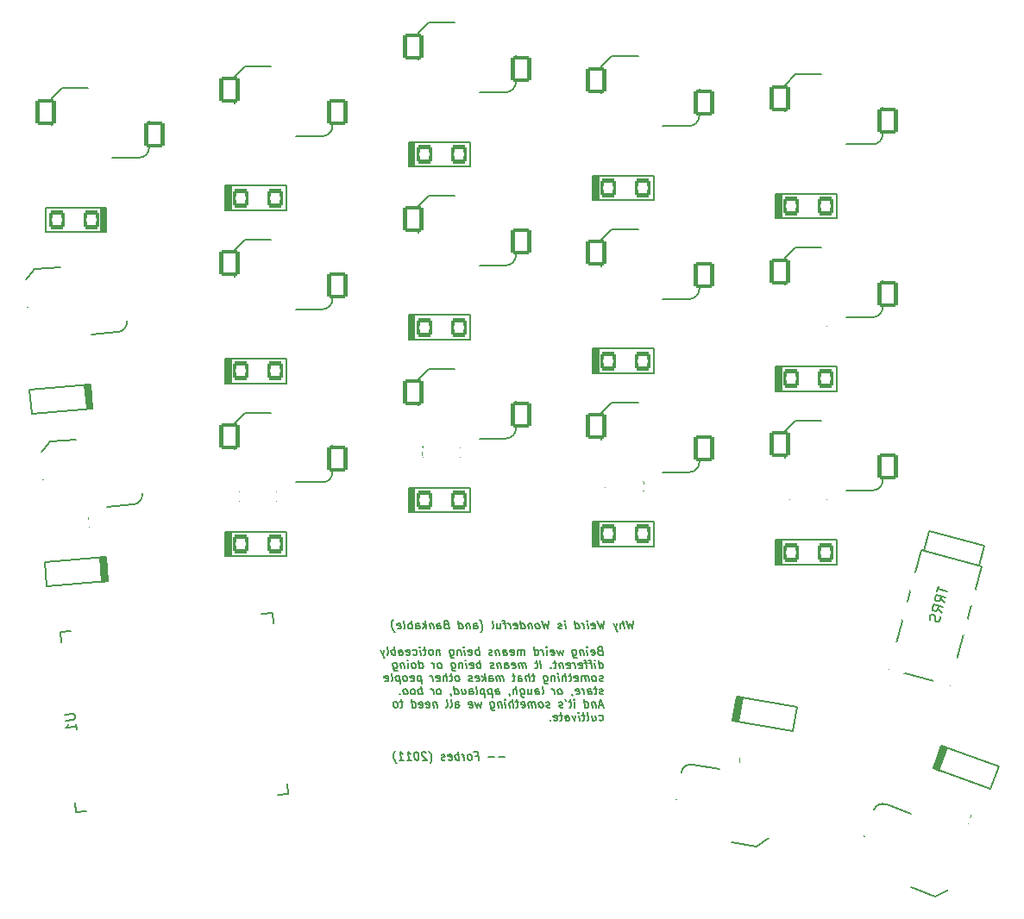
<source format=gbo>
G04 #@! TF.GenerationSoftware,KiCad,Pcbnew,7.0.5*
G04 #@! TF.CreationDate,2023-06-14T10:23:52+08:00*
G04 #@! TF.ProjectId,AWKB-C,41574b42-2d43-42e6-9b69-6361645f7063,rev?*
G04 #@! TF.SameCoordinates,Original*
G04 #@! TF.FileFunction,Legend,Bot*
G04 #@! TF.FilePolarity,Positive*
%FSLAX46Y46*%
G04 Gerber Fmt 4.6, Leading zero omitted, Abs format (unit mm)*
G04 Created by KiCad (PCBNEW 7.0.5) date 2023-06-14 10:23:52*
%MOMM*%
%LPD*%
G01*
G04 APERTURE LIST*
G04 Aperture macros list*
%AMRoundRect*
0 Rectangle with rounded corners*
0 $1 Rounding radius*
0 $2 $3 $4 $5 $6 $7 $8 $9 X,Y pos of 4 corners*
0 Add a 4 corners polygon primitive as box body*
4,1,4,$2,$3,$4,$5,$6,$7,$8,$9,$2,$3,0*
0 Add four circle primitives for the rounded corners*
1,1,$1+$1,$2,$3*
1,1,$1+$1,$4,$5*
1,1,$1+$1,$6,$7*
1,1,$1+$1,$8,$9*
0 Add four rect primitives between the rounded corners*
20,1,$1+$1,$2,$3,$4,$5,0*
20,1,$1+$1,$4,$5,$6,$7,0*
20,1,$1+$1,$6,$7,$8,$9,0*
20,1,$1+$1,$8,$9,$2,$3,0*%
%AMHorizOval*
0 Thick line with rounded ends*
0 $1 width*
0 $2 $3 position (X,Y) of the first rounded end (center of the circle)*
0 $4 $5 position (X,Y) of the second rounded end (center of the circle)*
0 Add line between two ends*
20,1,$1,$2,$3,$4,$5,0*
0 Add two circle primitives to create the rounded ends*
1,1,$1,$2,$3*
1,1,$1,$4,$5*%
%AMFreePoly0*
4,1,22,0.686777,0.580194,0.756366,0.524698,0.794986,0.444504,0.799999,0.400000,0.800000,0.200000,0.780194,0.113223,0.741421,0.058579,0.141421,-0.541421,0.066056,-0.588777,-0.022393,-0.598742,-0.106406,-0.569345,-0.141421,-0.541421,-0.741421,0.058579,-0.788777,0.133944,-0.800000,0.200000,-0.800000,0.400000,-0.780194,0.486777,-0.724698,0.556366,-0.644504,0.594986,-0.600000,0.600000,
0.600000,0.600000,0.686777,0.580194,0.686777,0.580194,$1*%
%AMFreePoly1*
4,1,26,0.706406,1.169345,0.769345,1.106406,0.798742,1.022393,0.800000,1.000000,0.800000,-0.250000,0.780194,-0.336777,0.724698,-0.406366,0.644504,-0.444986,0.600000,-0.450000,-0.600000,-0.450000,-0.686777,-0.430194,-0.756366,-0.374698,-0.794986,-0.294504,-0.800000,-0.250000,-0.800001,1.000000,-0.780194,1.086777,-0.724698,1.156366,-0.644504,1.194985,-0.555496,1.194986,-0.475302,1.156366,
-0.458579,1.141421,0.000000,0.682842,0.458579,1.141421,0.533944,1.188777,0.622393,1.198742,0.706406,1.169345,0.706406,1.169345,$1*%
G04 Aperture macros list end*
%ADD10C,0.150000*%
%ADD11C,0.200000*%
%ADD12C,0.100000*%
%ADD13C,2.200000*%
%ADD14C,3.400000*%
%ADD15C,3.800000*%
%ADD16RoundRect,0.200000X-0.800000X-1.100000X0.800000X-1.100000X0.800000X1.100000X-0.800000X1.100000X0*%
%ADD17RoundRect,0.200000X-0.600000X-0.700000X0.600000X-0.700000X0.600000X0.700000X-0.600000X0.700000X0*%
%ADD18C,3.600000*%
%ADD19RoundRect,0.200000X0.978859X0.944370X-0.596833X1.222207X-0.978859X-0.944370X0.596833X-1.222207X0*%
%ADD20RoundRect,0.200000X-0.701084X-1.165539X0.892827X-1.026090X0.701084X1.165539X-0.892827X1.026090X0*%
%ADD21RoundRect,0.200000X1.127976X0.760046X-0.375532X1.307278X-1.127976X-0.760046X0.375532X-1.307278X0*%
%ADD22C,2.000000*%
%ADD23FreePoly0,185.000000*%
%ADD24FreePoly0,5.000000*%
%ADD25FreePoly1,185.000000*%
%ADD26FreePoly1,5.000000*%
%ADD27RoundRect,0.200000X-0.803230X-0.452573X0.324401X-0.862997X0.803230X0.452573X-0.324401X0.862997X0*%
%ADD28RoundRect,0.200000X-0.712438X-0.585177X0.469331X-0.793554X0.712438X0.585177X-0.469331X0.793554X0*%
%ADD29RoundRect,0.200000X0.536708X0.749630X-0.658726X0.645043X-0.536708X-0.749630X0.658726X-0.645043X0*%
%ADD30RoundRect,0.200000X0.600000X0.700000X-0.600000X0.700000X-0.600000X-0.700000X0.600000X-0.700000X0*%
%ADD31C,1.200000*%
%ADD32HorizOval,2.000000X0.051764X0.193185X-0.051764X-0.193185X0*%
%ADD33HorizOval,2.000000X-0.051764X-0.193185X0.051764X0.193185X0*%
%ADD34C,1.100000*%
G04 APERTURE END LIST*
D10*
X166937592Y-119999081D02*
X166847116Y-120799081D01*
X166847116Y-120799081D02*
X166623306Y-120227652D01*
X166623306Y-120227652D02*
X166542354Y-120799081D01*
X166542354Y-120799081D02*
X166251877Y-119999081D01*
X166047115Y-120799081D02*
X165947115Y-119999081D01*
X165704258Y-120799081D02*
X165651877Y-120380033D01*
X165651877Y-120380033D02*
X165680449Y-120303843D01*
X165680449Y-120303843D02*
X165751877Y-120265747D01*
X165751877Y-120265747D02*
X165866163Y-120265747D01*
X165866163Y-120265747D02*
X165947115Y-120303843D01*
X165947115Y-120303843D02*
X165989972Y-120341938D01*
X165332829Y-120265747D02*
X165209020Y-120799081D01*
X164951877Y-120265747D02*
X165209020Y-120799081D01*
X165209020Y-120799081D02*
X165309020Y-120989557D01*
X165309020Y-120989557D02*
X165351877Y-121027652D01*
X165351877Y-121027652D02*
X165432829Y-121065747D01*
X164080448Y-119999081D02*
X163989972Y-120799081D01*
X163989972Y-120799081D02*
X163766162Y-120227652D01*
X163766162Y-120227652D02*
X163685210Y-120799081D01*
X163685210Y-120799081D02*
X163394733Y-119999081D01*
X162880447Y-120760986D02*
X162961400Y-120799081D01*
X162961400Y-120799081D02*
X163113781Y-120799081D01*
X163113781Y-120799081D02*
X163185209Y-120760986D01*
X163185209Y-120760986D02*
X163213781Y-120684795D01*
X163213781Y-120684795D02*
X163175686Y-120380033D01*
X163175686Y-120380033D02*
X163128066Y-120303843D01*
X163128066Y-120303843D02*
X163047114Y-120265747D01*
X163047114Y-120265747D02*
X162894733Y-120265747D01*
X162894733Y-120265747D02*
X162823305Y-120303843D01*
X162823305Y-120303843D02*
X162794733Y-120380033D01*
X162794733Y-120380033D02*
X162804257Y-120456224D01*
X162804257Y-120456224D02*
X163194733Y-120532414D01*
X162504257Y-120799081D02*
X162437591Y-120265747D01*
X162404257Y-119999081D02*
X162447114Y-120037176D01*
X162447114Y-120037176D02*
X162413781Y-120075271D01*
X162413781Y-120075271D02*
X162370924Y-120037176D01*
X162370924Y-120037176D02*
X162404257Y-119999081D01*
X162404257Y-119999081D02*
X162413781Y-120075271D01*
X162123305Y-120799081D02*
X162056639Y-120265747D01*
X162075686Y-120418128D02*
X162028067Y-120341938D01*
X162028067Y-120341938D02*
X161985210Y-120303843D01*
X161985210Y-120303843D02*
X161904258Y-120265747D01*
X161904258Y-120265747D02*
X161828067Y-120265747D01*
X161285210Y-120799081D02*
X161185210Y-119999081D01*
X161280448Y-120760986D02*
X161361401Y-120799081D01*
X161361401Y-120799081D02*
X161513782Y-120799081D01*
X161513782Y-120799081D02*
X161585210Y-120760986D01*
X161585210Y-120760986D02*
X161618543Y-120722890D01*
X161618543Y-120722890D02*
X161647115Y-120646700D01*
X161647115Y-120646700D02*
X161618543Y-120418128D01*
X161618543Y-120418128D02*
X161570924Y-120341938D01*
X161570924Y-120341938D02*
X161528067Y-120303843D01*
X161528067Y-120303843D02*
X161447115Y-120265747D01*
X161447115Y-120265747D02*
X161294734Y-120265747D01*
X161294734Y-120265747D02*
X161223305Y-120303843D01*
X160294733Y-120799081D02*
X160228067Y-120265747D01*
X160194733Y-119999081D02*
X160237590Y-120037176D01*
X160237590Y-120037176D02*
X160204257Y-120075271D01*
X160204257Y-120075271D02*
X160161400Y-120037176D01*
X160161400Y-120037176D02*
X160194733Y-119999081D01*
X160194733Y-119999081D02*
X160204257Y-120075271D01*
X159947115Y-120760986D02*
X159875686Y-120799081D01*
X159875686Y-120799081D02*
X159723305Y-120799081D01*
X159723305Y-120799081D02*
X159642353Y-120760986D01*
X159642353Y-120760986D02*
X159594734Y-120684795D01*
X159594734Y-120684795D02*
X159589972Y-120646700D01*
X159589972Y-120646700D02*
X159618543Y-120570509D01*
X159618543Y-120570509D02*
X159689972Y-120532414D01*
X159689972Y-120532414D02*
X159804257Y-120532414D01*
X159804257Y-120532414D02*
X159875686Y-120494319D01*
X159875686Y-120494319D02*
X159904257Y-120418128D01*
X159904257Y-120418128D02*
X159899496Y-120380033D01*
X159899496Y-120380033D02*
X159851876Y-120303843D01*
X159851876Y-120303843D02*
X159770924Y-120265747D01*
X159770924Y-120265747D02*
X159656638Y-120265747D01*
X159656638Y-120265747D02*
X159585210Y-120303843D01*
X158632829Y-119999081D02*
X158542353Y-120799081D01*
X158542353Y-120799081D02*
X158318543Y-120227652D01*
X158318543Y-120227652D02*
X158237591Y-120799081D01*
X158237591Y-120799081D02*
X157947114Y-119999081D01*
X157628067Y-120799081D02*
X157699495Y-120760986D01*
X157699495Y-120760986D02*
X157732828Y-120722890D01*
X157732828Y-120722890D02*
X157761400Y-120646700D01*
X157761400Y-120646700D02*
X157732828Y-120418128D01*
X157732828Y-120418128D02*
X157685209Y-120341938D01*
X157685209Y-120341938D02*
X157642352Y-120303843D01*
X157642352Y-120303843D02*
X157561400Y-120265747D01*
X157561400Y-120265747D02*
X157447114Y-120265747D01*
X157447114Y-120265747D02*
X157375686Y-120303843D01*
X157375686Y-120303843D02*
X157342352Y-120341938D01*
X157342352Y-120341938D02*
X157313781Y-120418128D01*
X157313781Y-120418128D02*
X157342352Y-120646700D01*
X157342352Y-120646700D02*
X157389971Y-120722890D01*
X157389971Y-120722890D02*
X157432828Y-120760986D01*
X157432828Y-120760986D02*
X157513781Y-120799081D01*
X157513781Y-120799081D02*
X157628067Y-120799081D01*
X156951876Y-120265747D02*
X157018542Y-120799081D01*
X156961399Y-120341938D02*
X156918542Y-120303843D01*
X156918542Y-120303843D02*
X156837590Y-120265747D01*
X156837590Y-120265747D02*
X156723304Y-120265747D01*
X156723304Y-120265747D02*
X156651876Y-120303843D01*
X156651876Y-120303843D02*
X156623304Y-120380033D01*
X156623304Y-120380033D02*
X156675685Y-120799081D01*
X155951875Y-120799081D02*
X155851875Y-119999081D01*
X155947113Y-120760986D02*
X156028066Y-120799081D01*
X156028066Y-120799081D02*
X156180447Y-120799081D01*
X156180447Y-120799081D02*
X156251875Y-120760986D01*
X156251875Y-120760986D02*
X156285208Y-120722890D01*
X156285208Y-120722890D02*
X156313780Y-120646700D01*
X156313780Y-120646700D02*
X156285208Y-120418128D01*
X156285208Y-120418128D02*
X156237589Y-120341938D01*
X156237589Y-120341938D02*
X156194732Y-120303843D01*
X156194732Y-120303843D02*
X156113780Y-120265747D01*
X156113780Y-120265747D02*
X155961399Y-120265747D01*
X155961399Y-120265747D02*
X155889970Y-120303843D01*
X155261398Y-120760986D02*
X155342351Y-120799081D01*
X155342351Y-120799081D02*
X155494732Y-120799081D01*
X155494732Y-120799081D02*
X155566160Y-120760986D01*
X155566160Y-120760986D02*
X155594732Y-120684795D01*
X155594732Y-120684795D02*
X155556637Y-120380033D01*
X155556637Y-120380033D02*
X155509017Y-120303843D01*
X155509017Y-120303843D02*
X155428065Y-120265747D01*
X155428065Y-120265747D02*
X155275684Y-120265747D01*
X155275684Y-120265747D02*
X155204256Y-120303843D01*
X155204256Y-120303843D02*
X155175684Y-120380033D01*
X155175684Y-120380033D02*
X155185208Y-120456224D01*
X155185208Y-120456224D02*
X155575684Y-120532414D01*
X154885208Y-120799081D02*
X154818542Y-120265747D01*
X154837589Y-120418128D02*
X154789970Y-120341938D01*
X154789970Y-120341938D02*
X154747113Y-120303843D01*
X154747113Y-120303843D02*
X154666161Y-120265747D01*
X154666161Y-120265747D02*
X154589970Y-120265747D01*
X154437589Y-120265747D02*
X154132827Y-120265747D01*
X154389970Y-120799081D02*
X154304256Y-120113366D01*
X154304256Y-120113366D02*
X154256637Y-120037176D01*
X154256637Y-120037176D02*
X154175685Y-119999081D01*
X154175685Y-119999081D02*
X154099494Y-119999081D01*
X153523303Y-120265747D02*
X153589970Y-120799081D01*
X153866161Y-120265747D02*
X153918542Y-120684795D01*
X153918542Y-120684795D02*
X153889970Y-120760986D01*
X153889970Y-120760986D02*
X153818542Y-120799081D01*
X153818542Y-120799081D02*
X153704256Y-120799081D01*
X153704256Y-120799081D02*
X153623303Y-120760986D01*
X153623303Y-120760986D02*
X153580446Y-120722890D01*
X153094732Y-120799081D02*
X153166160Y-120760986D01*
X153166160Y-120760986D02*
X153194732Y-120684795D01*
X153194732Y-120684795D02*
X153109017Y-119999081D01*
X151989969Y-121103843D02*
X152023302Y-121065747D01*
X152023302Y-121065747D02*
X152085207Y-120951462D01*
X152085207Y-120951462D02*
X152113779Y-120875271D01*
X152113779Y-120875271D02*
X152137588Y-120760986D01*
X152137588Y-120760986D02*
X152151874Y-120570509D01*
X152151874Y-120570509D02*
X152132826Y-120418128D01*
X152132826Y-120418128D02*
X152070921Y-120227652D01*
X152070921Y-120227652D02*
X152018540Y-120113366D01*
X152018540Y-120113366D02*
X151970921Y-120037176D01*
X151970921Y-120037176D02*
X151880445Y-119922890D01*
X151880445Y-119922890D02*
X151837588Y-119884795D01*
X151304255Y-120799081D02*
X151251874Y-120380033D01*
X151251874Y-120380033D02*
X151280446Y-120303843D01*
X151280446Y-120303843D02*
X151351874Y-120265747D01*
X151351874Y-120265747D02*
X151504255Y-120265747D01*
X151504255Y-120265747D02*
X151585207Y-120303843D01*
X151299493Y-120760986D02*
X151380446Y-120799081D01*
X151380446Y-120799081D02*
X151570922Y-120799081D01*
X151570922Y-120799081D02*
X151642350Y-120760986D01*
X151642350Y-120760986D02*
X151670922Y-120684795D01*
X151670922Y-120684795D02*
X151661398Y-120608605D01*
X151661398Y-120608605D02*
X151613779Y-120532414D01*
X151613779Y-120532414D02*
X151532827Y-120494319D01*
X151532827Y-120494319D02*
X151342350Y-120494319D01*
X151342350Y-120494319D02*
X151261398Y-120456224D01*
X150856636Y-120265747D02*
X150923302Y-120799081D01*
X150866159Y-120341938D02*
X150823302Y-120303843D01*
X150823302Y-120303843D02*
X150742350Y-120265747D01*
X150742350Y-120265747D02*
X150628064Y-120265747D01*
X150628064Y-120265747D02*
X150556636Y-120303843D01*
X150556636Y-120303843D02*
X150528064Y-120380033D01*
X150528064Y-120380033D02*
X150580445Y-120799081D01*
X149856635Y-120799081D02*
X149756635Y-119999081D01*
X149851873Y-120760986D02*
X149932826Y-120799081D01*
X149932826Y-120799081D02*
X150085207Y-120799081D01*
X150085207Y-120799081D02*
X150156635Y-120760986D01*
X150156635Y-120760986D02*
X150189968Y-120722890D01*
X150189968Y-120722890D02*
X150218540Y-120646700D01*
X150218540Y-120646700D02*
X150189968Y-120418128D01*
X150189968Y-120418128D02*
X150142349Y-120341938D01*
X150142349Y-120341938D02*
X150099492Y-120303843D01*
X150099492Y-120303843D02*
X150018540Y-120265747D01*
X150018540Y-120265747D02*
X149866159Y-120265747D01*
X149866159Y-120265747D02*
X149794730Y-120303843D01*
X148547111Y-120380033D02*
X148437587Y-120418128D01*
X148437587Y-120418128D02*
X148404253Y-120456224D01*
X148404253Y-120456224D02*
X148375682Y-120532414D01*
X148375682Y-120532414D02*
X148389968Y-120646700D01*
X148389968Y-120646700D02*
X148437587Y-120722890D01*
X148437587Y-120722890D02*
X148480444Y-120760986D01*
X148480444Y-120760986D02*
X148561396Y-120799081D01*
X148561396Y-120799081D02*
X148866158Y-120799081D01*
X148866158Y-120799081D02*
X148766158Y-119999081D01*
X148766158Y-119999081D02*
X148499492Y-119999081D01*
X148499492Y-119999081D02*
X148428063Y-120037176D01*
X148428063Y-120037176D02*
X148394730Y-120075271D01*
X148394730Y-120075271D02*
X148366158Y-120151462D01*
X148366158Y-120151462D02*
X148375682Y-120227652D01*
X148375682Y-120227652D02*
X148423301Y-120303843D01*
X148423301Y-120303843D02*
X148466158Y-120341938D01*
X148466158Y-120341938D02*
X148547111Y-120380033D01*
X148547111Y-120380033D02*
X148813777Y-120380033D01*
X147723301Y-120799081D02*
X147670920Y-120380033D01*
X147670920Y-120380033D02*
X147699492Y-120303843D01*
X147699492Y-120303843D02*
X147770920Y-120265747D01*
X147770920Y-120265747D02*
X147923301Y-120265747D01*
X147923301Y-120265747D02*
X148004253Y-120303843D01*
X147718539Y-120760986D02*
X147799492Y-120799081D01*
X147799492Y-120799081D02*
X147989968Y-120799081D01*
X147989968Y-120799081D02*
X148061396Y-120760986D01*
X148061396Y-120760986D02*
X148089968Y-120684795D01*
X148089968Y-120684795D02*
X148080444Y-120608605D01*
X148080444Y-120608605D02*
X148032825Y-120532414D01*
X148032825Y-120532414D02*
X147951873Y-120494319D01*
X147951873Y-120494319D02*
X147761396Y-120494319D01*
X147761396Y-120494319D02*
X147680444Y-120456224D01*
X147275682Y-120265747D02*
X147342348Y-120799081D01*
X147285205Y-120341938D02*
X147242348Y-120303843D01*
X147242348Y-120303843D02*
X147161396Y-120265747D01*
X147161396Y-120265747D02*
X147047110Y-120265747D01*
X147047110Y-120265747D02*
X146975682Y-120303843D01*
X146975682Y-120303843D02*
X146947110Y-120380033D01*
X146947110Y-120380033D02*
X146999491Y-120799081D01*
X146618538Y-120799081D02*
X146518538Y-119999081D01*
X146504253Y-120494319D02*
X146313776Y-120799081D01*
X146247110Y-120265747D02*
X146589967Y-120570509D01*
X145628062Y-120799081D02*
X145575681Y-120380033D01*
X145575681Y-120380033D02*
X145604253Y-120303843D01*
X145604253Y-120303843D02*
X145675681Y-120265747D01*
X145675681Y-120265747D02*
X145828062Y-120265747D01*
X145828062Y-120265747D02*
X145909014Y-120303843D01*
X145623300Y-120760986D02*
X145704253Y-120799081D01*
X145704253Y-120799081D02*
X145894729Y-120799081D01*
X145894729Y-120799081D02*
X145966157Y-120760986D01*
X145966157Y-120760986D02*
X145994729Y-120684795D01*
X145994729Y-120684795D02*
X145985205Y-120608605D01*
X145985205Y-120608605D02*
X145937586Y-120532414D01*
X145937586Y-120532414D02*
X145856634Y-120494319D01*
X145856634Y-120494319D02*
X145666157Y-120494319D01*
X145666157Y-120494319D02*
X145585205Y-120456224D01*
X145247109Y-120799081D02*
X145147109Y-119999081D01*
X145185204Y-120303843D02*
X145104252Y-120265747D01*
X145104252Y-120265747D02*
X144951871Y-120265747D01*
X144951871Y-120265747D02*
X144880443Y-120303843D01*
X144880443Y-120303843D02*
X144847109Y-120341938D01*
X144847109Y-120341938D02*
X144818538Y-120418128D01*
X144818538Y-120418128D02*
X144847109Y-120646700D01*
X144847109Y-120646700D02*
X144894728Y-120722890D01*
X144894728Y-120722890D02*
X144937585Y-120760986D01*
X144937585Y-120760986D02*
X145018538Y-120799081D01*
X145018538Y-120799081D02*
X145170919Y-120799081D01*
X145170919Y-120799081D02*
X145242347Y-120760986D01*
X144409014Y-120799081D02*
X144480442Y-120760986D01*
X144480442Y-120760986D02*
X144509014Y-120684795D01*
X144509014Y-120684795D02*
X144423299Y-119999081D01*
X143794727Y-120760986D02*
X143875680Y-120799081D01*
X143875680Y-120799081D02*
X144028061Y-120799081D01*
X144028061Y-120799081D02*
X144099489Y-120760986D01*
X144099489Y-120760986D02*
X144128061Y-120684795D01*
X144128061Y-120684795D02*
X144089966Y-120380033D01*
X144089966Y-120380033D02*
X144042346Y-120303843D01*
X144042346Y-120303843D02*
X143961394Y-120265747D01*
X143961394Y-120265747D02*
X143809013Y-120265747D01*
X143809013Y-120265747D02*
X143737585Y-120303843D01*
X143737585Y-120303843D02*
X143709013Y-120380033D01*
X143709013Y-120380033D02*
X143718537Y-120456224D01*
X143718537Y-120456224D02*
X144109013Y-120532414D01*
X143532823Y-121103843D02*
X143489966Y-121065747D01*
X143489966Y-121065747D02*
X143399490Y-120951462D01*
X143399490Y-120951462D02*
X143351871Y-120875271D01*
X143351871Y-120875271D02*
X143299490Y-120760986D01*
X143299490Y-120760986D02*
X143237585Y-120570509D01*
X143237585Y-120570509D02*
X143218537Y-120418128D01*
X143218537Y-120418128D02*
X143232823Y-120227652D01*
X143232823Y-120227652D02*
X143256632Y-120113366D01*
X143256632Y-120113366D02*
X143285204Y-120037176D01*
X143285204Y-120037176D02*
X143347109Y-119922890D01*
X143347109Y-119922890D02*
X143380442Y-119884795D01*
X163632831Y-122956033D02*
X163523307Y-122994128D01*
X163523307Y-122994128D02*
X163489973Y-123032224D01*
X163489973Y-123032224D02*
X163461402Y-123108414D01*
X163461402Y-123108414D02*
X163475688Y-123222700D01*
X163475688Y-123222700D02*
X163523307Y-123298890D01*
X163523307Y-123298890D02*
X163566164Y-123336986D01*
X163566164Y-123336986D02*
X163647116Y-123375081D01*
X163647116Y-123375081D02*
X163951878Y-123375081D01*
X163951878Y-123375081D02*
X163851878Y-122575081D01*
X163851878Y-122575081D02*
X163585212Y-122575081D01*
X163585212Y-122575081D02*
X163513783Y-122613176D01*
X163513783Y-122613176D02*
X163480450Y-122651271D01*
X163480450Y-122651271D02*
X163451878Y-122727462D01*
X163451878Y-122727462D02*
X163461402Y-122803652D01*
X163461402Y-122803652D02*
X163509021Y-122879843D01*
X163509021Y-122879843D02*
X163551878Y-122917938D01*
X163551878Y-122917938D02*
X163632831Y-122956033D01*
X163632831Y-122956033D02*
X163899497Y-122956033D01*
X162842354Y-123336986D02*
X162923307Y-123375081D01*
X162923307Y-123375081D02*
X163075688Y-123375081D01*
X163075688Y-123375081D02*
X163147116Y-123336986D01*
X163147116Y-123336986D02*
X163175688Y-123260795D01*
X163175688Y-123260795D02*
X163137593Y-122956033D01*
X163137593Y-122956033D02*
X163089973Y-122879843D01*
X163089973Y-122879843D02*
X163009021Y-122841747D01*
X163009021Y-122841747D02*
X162856640Y-122841747D01*
X162856640Y-122841747D02*
X162785212Y-122879843D01*
X162785212Y-122879843D02*
X162756640Y-122956033D01*
X162756640Y-122956033D02*
X162766164Y-123032224D01*
X162766164Y-123032224D02*
X163156640Y-123108414D01*
X162466164Y-123375081D02*
X162399498Y-122841747D01*
X162366164Y-122575081D02*
X162409021Y-122613176D01*
X162409021Y-122613176D02*
X162375688Y-122651271D01*
X162375688Y-122651271D02*
X162332831Y-122613176D01*
X162332831Y-122613176D02*
X162366164Y-122575081D01*
X162366164Y-122575081D02*
X162375688Y-122651271D01*
X162018546Y-122841747D02*
X162085212Y-123375081D01*
X162028069Y-122917938D02*
X161985212Y-122879843D01*
X161985212Y-122879843D02*
X161904260Y-122841747D01*
X161904260Y-122841747D02*
X161789974Y-122841747D01*
X161789974Y-122841747D02*
X161718546Y-122879843D01*
X161718546Y-122879843D02*
X161689974Y-122956033D01*
X161689974Y-122956033D02*
X161742355Y-123375081D01*
X160951878Y-122841747D02*
X161032831Y-123489366D01*
X161032831Y-123489366D02*
X161080450Y-123565557D01*
X161080450Y-123565557D02*
X161123307Y-123603652D01*
X161123307Y-123603652D02*
X161204259Y-123641747D01*
X161204259Y-123641747D02*
X161318545Y-123641747D01*
X161318545Y-123641747D02*
X161389974Y-123603652D01*
X161013783Y-123336986D02*
X161094736Y-123375081D01*
X161094736Y-123375081D02*
X161247117Y-123375081D01*
X161247117Y-123375081D02*
X161318545Y-123336986D01*
X161318545Y-123336986D02*
X161351878Y-123298890D01*
X161351878Y-123298890D02*
X161380450Y-123222700D01*
X161380450Y-123222700D02*
X161351878Y-122994128D01*
X161351878Y-122994128D02*
X161304259Y-122917938D01*
X161304259Y-122917938D02*
X161261402Y-122879843D01*
X161261402Y-122879843D02*
X161180450Y-122841747D01*
X161180450Y-122841747D02*
X161028069Y-122841747D01*
X161028069Y-122841747D02*
X160956640Y-122879843D01*
X160037592Y-122841747D02*
X159951878Y-123375081D01*
X159951878Y-123375081D02*
X159751878Y-122994128D01*
X159751878Y-122994128D02*
X159647116Y-123375081D01*
X159647116Y-123375081D02*
X159428068Y-122841747D01*
X158880449Y-123336986D02*
X158961402Y-123375081D01*
X158961402Y-123375081D02*
X159113783Y-123375081D01*
X159113783Y-123375081D02*
X159185211Y-123336986D01*
X159185211Y-123336986D02*
X159213783Y-123260795D01*
X159213783Y-123260795D02*
X159175688Y-122956033D01*
X159175688Y-122956033D02*
X159128068Y-122879843D01*
X159128068Y-122879843D02*
X159047116Y-122841747D01*
X159047116Y-122841747D02*
X158894735Y-122841747D01*
X158894735Y-122841747D02*
X158823307Y-122879843D01*
X158823307Y-122879843D02*
X158794735Y-122956033D01*
X158794735Y-122956033D02*
X158804259Y-123032224D01*
X158804259Y-123032224D02*
X159194735Y-123108414D01*
X158504259Y-123375081D02*
X158437593Y-122841747D01*
X158404259Y-122575081D02*
X158447116Y-122613176D01*
X158447116Y-122613176D02*
X158413783Y-122651271D01*
X158413783Y-122651271D02*
X158370926Y-122613176D01*
X158370926Y-122613176D02*
X158404259Y-122575081D01*
X158404259Y-122575081D02*
X158413783Y-122651271D01*
X158123307Y-123375081D02*
X158056641Y-122841747D01*
X158075688Y-122994128D02*
X158028069Y-122917938D01*
X158028069Y-122917938D02*
X157985212Y-122879843D01*
X157985212Y-122879843D02*
X157904260Y-122841747D01*
X157904260Y-122841747D02*
X157828069Y-122841747D01*
X157285212Y-123375081D02*
X157185212Y-122575081D01*
X157280450Y-123336986D02*
X157361403Y-123375081D01*
X157361403Y-123375081D02*
X157513784Y-123375081D01*
X157513784Y-123375081D02*
X157585212Y-123336986D01*
X157585212Y-123336986D02*
X157618545Y-123298890D01*
X157618545Y-123298890D02*
X157647117Y-123222700D01*
X157647117Y-123222700D02*
X157618545Y-122994128D01*
X157618545Y-122994128D02*
X157570926Y-122917938D01*
X157570926Y-122917938D02*
X157528069Y-122879843D01*
X157528069Y-122879843D02*
X157447117Y-122841747D01*
X157447117Y-122841747D02*
X157294736Y-122841747D01*
X157294736Y-122841747D02*
X157223307Y-122879843D01*
X156294735Y-123375081D02*
X156228069Y-122841747D01*
X156237592Y-122917938D02*
X156194735Y-122879843D01*
X156194735Y-122879843D02*
X156113783Y-122841747D01*
X156113783Y-122841747D02*
X155999497Y-122841747D01*
X155999497Y-122841747D02*
X155928069Y-122879843D01*
X155928069Y-122879843D02*
X155899497Y-122956033D01*
X155899497Y-122956033D02*
X155951878Y-123375081D01*
X155899497Y-122956033D02*
X155851878Y-122879843D01*
X155851878Y-122879843D02*
X155770926Y-122841747D01*
X155770926Y-122841747D02*
X155656640Y-122841747D01*
X155656640Y-122841747D02*
X155585211Y-122879843D01*
X155585211Y-122879843D02*
X155556640Y-122956033D01*
X155556640Y-122956033D02*
X155609021Y-123375081D01*
X154918544Y-123336986D02*
X154999497Y-123375081D01*
X154999497Y-123375081D02*
X155151878Y-123375081D01*
X155151878Y-123375081D02*
X155223306Y-123336986D01*
X155223306Y-123336986D02*
X155251878Y-123260795D01*
X155251878Y-123260795D02*
X155213783Y-122956033D01*
X155213783Y-122956033D02*
X155166163Y-122879843D01*
X155166163Y-122879843D02*
X155085211Y-122841747D01*
X155085211Y-122841747D02*
X154932830Y-122841747D01*
X154932830Y-122841747D02*
X154861402Y-122879843D01*
X154861402Y-122879843D02*
X154832830Y-122956033D01*
X154832830Y-122956033D02*
X154842354Y-123032224D01*
X154842354Y-123032224D02*
X155232830Y-123108414D01*
X154199497Y-123375081D02*
X154147116Y-122956033D01*
X154147116Y-122956033D02*
X154175688Y-122879843D01*
X154175688Y-122879843D02*
X154247116Y-122841747D01*
X154247116Y-122841747D02*
X154399497Y-122841747D01*
X154399497Y-122841747D02*
X154480449Y-122879843D01*
X154194735Y-123336986D02*
X154275688Y-123375081D01*
X154275688Y-123375081D02*
X154466164Y-123375081D01*
X154466164Y-123375081D02*
X154537592Y-123336986D01*
X154537592Y-123336986D02*
X154566164Y-123260795D01*
X154566164Y-123260795D02*
X154556640Y-123184605D01*
X154556640Y-123184605D02*
X154509021Y-123108414D01*
X154509021Y-123108414D02*
X154428069Y-123070319D01*
X154428069Y-123070319D02*
X154237592Y-123070319D01*
X154237592Y-123070319D02*
X154156640Y-123032224D01*
X153751878Y-122841747D02*
X153818544Y-123375081D01*
X153761401Y-122917938D02*
X153718544Y-122879843D01*
X153718544Y-122879843D02*
X153637592Y-122841747D01*
X153637592Y-122841747D02*
X153523306Y-122841747D01*
X153523306Y-122841747D02*
X153451878Y-122879843D01*
X153451878Y-122879843D02*
X153423306Y-122956033D01*
X153423306Y-122956033D02*
X153475687Y-123375081D01*
X153128068Y-123336986D02*
X153056639Y-123375081D01*
X153056639Y-123375081D02*
X152904258Y-123375081D01*
X152904258Y-123375081D02*
X152823306Y-123336986D01*
X152823306Y-123336986D02*
X152775687Y-123260795D01*
X152775687Y-123260795D02*
X152770925Y-123222700D01*
X152770925Y-123222700D02*
X152799496Y-123146509D01*
X152799496Y-123146509D02*
X152870925Y-123108414D01*
X152870925Y-123108414D02*
X152985210Y-123108414D01*
X152985210Y-123108414D02*
X153056639Y-123070319D01*
X153056639Y-123070319D02*
X153085210Y-122994128D01*
X153085210Y-122994128D02*
X153080449Y-122956033D01*
X153080449Y-122956033D02*
X153032829Y-122879843D01*
X153032829Y-122879843D02*
X152951877Y-122841747D01*
X152951877Y-122841747D02*
X152837591Y-122841747D01*
X152837591Y-122841747D02*
X152766163Y-122879843D01*
X151837591Y-123375081D02*
X151737591Y-122575081D01*
X151775686Y-122879843D02*
X151694734Y-122841747D01*
X151694734Y-122841747D02*
X151542353Y-122841747D01*
X151542353Y-122841747D02*
X151470925Y-122879843D01*
X151470925Y-122879843D02*
X151437591Y-122917938D01*
X151437591Y-122917938D02*
X151409020Y-122994128D01*
X151409020Y-122994128D02*
X151437591Y-123222700D01*
X151437591Y-123222700D02*
X151485210Y-123298890D01*
X151485210Y-123298890D02*
X151528067Y-123336986D01*
X151528067Y-123336986D02*
X151609020Y-123375081D01*
X151609020Y-123375081D02*
X151761401Y-123375081D01*
X151761401Y-123375081D02*
X151832829Y-123336986D01*
X150804257Y-123336986D02*
X150885210Y-123375081D01*
X150885210Y-123375081D02*
X151037591Y-123375081D01*
X151037591Y-123375081D02*
X151109019Y-123336986D01*
X151109019Y-123336986D02*
X151137591Y-123260795D01*
X151137591Y-123260795D02*
X151099496Y-122956033D01*
X151099496Y-122956033D02*
X151051876Y-122879843D01*
X151051876Y-122879843D02*
X150970924Y-122841747D01*
X150970924Y-122841747D02*
X150818543Y-122841747D01*
X150818543Y-122841747D02*
X150747115Y-122879843D01*
X150747115Y-122879843D02*
X150718543Y-122956033D01*
X150718543Y-122956033D02*
X150728067Y-123032224D01*
X150728067Y-123032224D02*
X151118543Y-123108414D01*
X150428067Y-123375081D02*
X150361401Y-122841747D01*
X150328067Y-122575081D02*
X150370924Y-122613176D01*
X150370924Y-122613176D02*
X150337591Y-122651271D01*
X150337591Y-122651271D02*
X150294734Y-122613176D01*
X150294734Y-122613176D02*
X150328067Y-122575081D01*
X150328067Y-122575081D02*
X150337591Y-122651271D01*
X149980449Y-122841747D02*
X150047115Y-123375081D01*
X149989972Y-122917938D02*
X149947115Y-122879843D01*
X149947115Y-122879843D02*
X149866163Y-122841747D01*
X149866163Y-122841747D02*
X149751877Y-122841747D01*
X149751877Y-122841747D02*
X149680449Y-122879843D01*
X149680449Y-122879843D02*
X149651877Y-122956033D01*
X149651877Y-122956033D02*
X149704258Y-123375081D01*
X148913781Y-122841747D02*
X148994734Y-123489366D01*
X148994734Y-123489366D02*
X149042353Y-123565557D01*
X149042353Y-123565557D02*
X149085210Y-123603652D01*
X149085210Y-123603652D02*
X149166162Y-123641747D01*
X149166162Y-123641747D02*
X149280448Y-123641747D01*
X149280448Y-123641747D02*
X149351877Y-123603652D01*
X148975686Y-123336986D02*
X149056639Y-123375081D01*
X149056639Y-123375081D02*
X149209020Y-123375081D01*
X149209020Y-123375081D02*
X149280448Y-123336986D01*
X149280448Y-123336986D02*
X149313781Y-123298890D01*
X149313781Y-123298890D02*
X149342353Y-123222700D01*
X149342353Y-123222700D02*
X149313781Y-122994128D01*
X149313781Y-122994128D02*
X149266162Y-122917938D01*
X149266162Y-122917938D02*
X149223305Y-122879843D01*
X149223305Y-122879843D02*
X149142353Y-122841747D01*
X149142353Y-122841747D02*
X148989972Y-122841747D01*
X148989972Y-122841747D02*
X148918543Y-122879843D01*
X147923305Y-122841747D02*
X147989971Y-123375081D01*
X147932828Y-122917938D02*
X147889971Y-122879843D01*
X147889971Y-122879843D02*
X147809019Y-122841747D01*
X147809019Y-122841747D02*
X147694733Y-122841747D01*
X147694733Y-122841747D02*
X147623305Y-122879843D01*
X147623305Y-122879843D02*
X147594733Y-122956033D01*
X147594733Y-122956033D02*
X147647114Y-123375081D01*
X147151876Y-123375081D02*
X147223304Y-123336986D01*
X147223304Y-123336986D02*
X147256637Y-123298890D01*
X147256637Y-123298890D02*
X147285209Y-123222700D01*
X147285209Y-123222700D02*
X147256637Y-122994128D01*
X147256637Y-122994128D02*
X147209018Y-122917938D01*
X147209018Y-122917938D02*
X147166161Y-122879843D01*
X147166161Y-122879843D02*
X147085209Y-122841747D01*
X147085209Y-122841747D02*
X146970923Y-122841747D01*
X146970923Y-122841747D02*
X146899495Y-122879843D01*
X146899495Y-122879843D02*
X146866161Y-122917938D01*
X146866161Y-122917938D02*
X146837590Y-122994128D01*
X146837590Y-122994128D02*
X146866161Y-123222700D01*
X146866161Y-123222700D02*
X146913780Y-123298890D01*
X146913780Y-123298890D02*
X146956637Y-123336986D01*
X146956637Y-123336986D02*
X147037590Y-123375081D01*
X147037590Y-123375081D02*
X147151876Y-123375081D01*
X146589970Y-122841747D02*
X146285208Y-122841747D01*
X146442351Y-122575081D02*
X146528066Y-123260795D01*
X146528066Y-123260795D02*
X146499494Y-123336986D01*
X146499494Y-123336986D02*
X146428066Y-123375081D01*
X146428066Y-123375081D02*
X146351875Y-123375081D01*
X146085208Y-123375081D02*
X146018542Y-122841747D01*
X145985208Y-122575081D02*
X146028065Y-122613176D01*
X146028065Y-122613176D02*
X145994732Y-122651271D01*
X145994732Y-122651271D02*
X145951875Y-122613176D01*
X145951875Y-122613176D02*
X145985208Y-122575081D01*
X145985208Y-122575081D02*
X145994732Y-122651271D01*
X145356637Y-123336986D02*
X145437590Y-123375081D01*
X145437590Y-123375081D02*
X145589971Y-123375081D01*
X145589971Y-123375081D02*
X145661399Y-123336986D01*
X145661399Y-123336986D02*
X145694732Y-123298890D01*
X145694732Y-123298890D02*
X145723304Y-123222700D01*
X145723304Y-123222700D02*
X145694732Y-122994128D01*
X145694732Y-122994128D02*
X145647113Y-122917938D01*
X145647113Y-122917938D02*
X145604256Y-122879843D01*
X145604256Y-122879843D02*
X145523304Y-122841747D01*
X145523304Y-122841747D02*
X145370923Y-122841747D01*
X145370923Y-122841747D02*
X145299494Y-122879843D01*
X144709018Y-123336986D02*
X144789971Y-123375081D01*
X144789971Y-123375081D02*
X144942352Y-123375081D01*
X144942352Y-123375081D02*
X145013780Y-123336986D01*
X145013780Y-123336986D02*
X145042352Y-123260795D01*
X145042352Y-123260795D02*
X145004257Y-122956033D01*
X145004257Y-122956033D02*
X144956637Y-122879843D01*
X144956637Y-122879843D02*
X144875685Y-122841747D01*
X144875685Y-122841747D02*
X144723304Y-122841747D01*
X144723304Y-122841747D02*
X144651876Y-122879843D01*
X144651876Y-122879843D02*
X144623304Y-122956033D01*
X144623304Y-122956033D02*
X144632828Y-123032224D01*
X144632828Y-123032224D02*
X145023304Y-123108414D01*
X143989971Y-123375081D02*
X143937590Y-122956033D01*
X143937590Y-122956033D02*
X143966162Y-122879843D01*
X143966162Y-122879843D02*
X144037590Y-122841747D01*
X144037590Y-122841747D02*
X144189971Y-122841747D01*
X144189971Y-122841747D02*
X144270923Y-122879843D01*
X143985209Y-123336986D02*
X144066162Y-123375081D01*
X144066162Y-123375081D02*
X144256638Y-123375081D01*
X144256638Y-123375081D02*
X144328066Y-123336986D01*
X144328066Y-123336986D02*
X144356638Y-123260795D01*
X144356638Y-123260795D02*
X144347114Y-123184605D01*
X144347114Y-123184605D02*
X144299495Y-123108414D01*
X144299495Y-123108414D02*
X144218543Y-123070319D01*
X144218543Y-123070319D02*
X144028066Y-123070319D01*
X144028066Y-123070319D02*
X143947114Y-123032224D01*
X143609018Y-123375081D02*
X143509018Y-122575081D01*
X143547113Y-122879843D02*
X143466161Y-122841747D01*
X143466161Y-122841747D02*
X143313780Y-122841747D01*
X143313780Y-122841747D02*
X143242352Y-122879843D01*
X143242352Y-122879843D02*
X143209018Y-122917938D01*
X143209018Y-122917938D02*
X143180447Y-122994128D01*
X143180447Y-122994128D02*
X143209018Y-123222700D01*
X143209018Y-123222700D02*
X143256637Y-123298890D01*
X143256637Y-123298890D02*
X143299494Y-123336986D01*
X143299494Y-123336986D02*
X143380447Y-123375081D01*
X143380447Y-123375081D02*
X143532828Y-123375081D01*
X143532828Y-123375081D02*
X143604256Y-123336986D01*
X142770923Y-123375081D02*
X142842351Y-123336986D01*
X142842351Y-123336986D02*
X142870923Y-123260795D01*
X142870923Y-123260795D02*
X142785208Y-122575081D01*
X142475684Y-122841747D02*
X142351875Y-123375081D01*
X142094732Y-122841747D02*
X142351875Y-123375081D01*
X142351875Y-123375081D02*
X142451875Y-123565557D01*
X142451875Y-123565557D02*
X142494732Y-123603652D01*
X142494732Y-123603652D02*
X142575684Y-123641747D01*
X163609021Y-124663081D02*
X163509021Y-123863081D01*
X163604259Y-124624986D02*
X163685212Y-124663081D01*
X163685212Y-124663081D02*
X163837593Y-124663081D01*
X163837593Y-124663081D02*
X163909021Y-124624986D01*
X163909021Y-124624986D02*
X163942354Y-124586890D01*
X163942354Y-124586890D02*
X163970926Y-124510700D01*
X163970926Y-124510700D02*
X163942354Y-124282128D01*
X163942354Y-124282128D02*
X163894735Y-124205938D01*
X163894735Y-124205938D02*
X163851878Y-124167843D01*
X163851878Y-124167843D02*
X163770926Y-124129747D01*
X163770926Y-124129747D02*
X163618545Y-124129747D01*
X163618545Y-124129747D02*
X163547116Y-124167843D01*
X163228068Y-124663081D02*
X163161402Y-124129747D01*
X163128068Y-123863081D02*
X163170925Y-123901176D01*
X163170925Y-123901176D02*
X163137592Y-123939271D01*
X163137592Y-123939271D02*
X163094735Y-123901176D01*
X163094735Y-123901176D02*
X163128068Y-123863081D01*
X163128068Y-123863081D02*
X163137592Y-123939271D01*
X162894735Y-124129747D02*
X162589973Y-124129747D01*
X162847116Y-124663081D02*
X162761402Y-123977366D01*
X162761402Y-123977366D02*
X162713783Y-123901176D01*
X162713783Y-123901176D02*
X162632831Y-123863081D01*
X162632831Y-123863081D02*
X162556640Y-123863081D01*
X162437592Y-124129747D02*
X162132830Y-124129747D01*
X162389973Y-124663081D02*
X162304259Y-123977366D01*
X162304259Y-123977366D02*
X162256640Y-123901176D01*
X162256640Y-123901176D02*
X162175688Y-123863081D01*
X162175688Y-123863081D02*
X162099497Y-123863081D01*
X161623306Y-124624986D02*
X161704259Y-124663081D01*
X161704259Y-124663081D02*
X161856640Y-124663081D01*
X161856640Y-124663081D02*
X161928068Y-124624986D01*
X161928068Y-124624986D02*
X161956640Y-124548795D01*
X161956640Y-124548795D02*
X161918545Y-124244033D01*
X161918545Y-124244033D02*
X161870925Y-124167843D01*
X161870925Y-124167843D02*
X161789973Y-124129747D01*
X161789973Y-124129747D02*
X161637592Y-124129747D01*
X161637592Y-124129747D02*
X161566164Y-124167843D01*
X161566164Y-124167843D02*
X161537592Y-124244033D01*
X161537592Y-124244033D02*
X161547116Y-124320224D01*
X161547116Y-124320224D02*
X161937592Y-124396414D01*
X161247116Y-124663081D02*
X161180450Y-124129747D01*
X161199497Y-124282128D02*
X161151878Y-124205938D01*
X161151878Y-124205938D02*
X161109021Y-124167843D01*
X161109021Y-124167843D02*
X161028069Y-124129747D01*
X161028069Y-124129747D02*
X160951878Y-124129747D01*
X160442354Y-124624986D02*
X160523307Y-124663081D01*
X160523307Y-124663081D02*
X160675688Y-124663081D01*
X160675688Y-124663081D02*
X160747116Y-124624986D01*
X160747116Y-124624986D02*
X160775688Y-124548795D01*
X160775688Y-124548795D02*
X160737593Y-124244033D01*
X160737593Y-124244033D02*
X160689973Y-124167843D01*
X160689973Y-124167843D02*
X160609021Y-124129747D01*
X160609021Y-124129747D02*
X160456640Y-124129747D01*
X160456640Y-124129747D02*
X160385212Y-124167843D01*
X160385212Y-124167843D02*
X160356640Y-124244033D01*
X160356640Y-124244033D02*
X160366164Y-124320224D01*
X160366164Y-124320224D02*
X160756640Y-124396414D01*
X159999498Y-124129747D02*
X160066164Y-124663081D01*
X160009021Y-124205938D02*
X159966164Y-124167843D01*
X159966164Y-124167843D02*
X159885212Y-124129747D01*
X159885212Y-124129747D02*
X159770926Y-124129747D01*
X159770926Y-124129747D02*
X159699498Y-124167843D01*
X159699498Y-124167843D02*
X159670926Y-124244033D01*
X159670926Y-124244033D02*
X159723307Y-124663081D01*
X159389973Y-124129747D02*
X159085211Y-124129747D01*
X159242354Y-123863081D02*
X159328069Y-124548795D01*
X159328069Y-124548795D02*
X159299497Y-124624986D01*
X159299497Y-124624986D02*
X159228069Y-124663081D01*
X159228069Y-124663081D02*
X159151878Y-124663081D01*
X158875687Y-124586890D02*
X158842354Y-124624986D01*
X158842354Y-124624986D02*
X158885211Y-124663081D01*
X158885211Y-124663081D02*
X158918545Y-124624986D01*
X158918545Y-124624986D02*
X158875687Y-124586890D01*
X158875687Y-124586890D02*
X158885211Y-124663081D01*
X157894735Y-124663081D02*
X157794735Y-123863081D01*
X157561402Y-124129747D02*
X157256640Y-124129747D01*
X157413783Y-123863081D02*
X157499498Y-124548795D01*
X157499498Y-124548795D02*
X157470926Y-124624986D01*
X157470926Y-124624986D02*
X157399498Y-124663081D01*
X157399498Y-124663081D02*
X157323307Y-124663081D01*
X156447116Y-124663081D02*
X156380450Y-124129747D01*
X156389973Y-124205938D02*
X156347116Y-124167843D01*
X156347116Y-124167843D02*
X156266164Y-124129747D01*
X156266164Y-124129747D02*
X156151878Y-124129747D01*
X156151878Y-124129747D02*
X156080450Y-124167843D01*
X156080450Y-124167843D02*
X156051878Y-124244033D01*
X156051878Y-124244033D02*
X156104259Y-124663081D01*
X156051878Y-124244033D02*
X156004259Y-124167843D01*
X156004259Y-124167843D02*
X155923307Y-124129747D01*
X155923307Y-124129747D02*
X155809021Y-124129747D01*
X155809021Y-124129747D02*
X155737592Y-124167843D01*
X155737592Y-124167843D02*
X155709021Y-124244033D01*
X155709021Y-124244033D02*
X155761402Y-124663081D01*
X155070925Y-124624986D02*
X155151878Y-124663081D01*
X155151878Y-124663081D02*
X155304259Y-124663081D01*
X155304259Y-124663081D02*
X155375687Y-124624986D01*
X155375687Y-124624986D02*
X155404259Y-124548795D01*
X155404259Y-124548795D02*
X155366164Y-124244033D01*
X155366164Y-124244033D02*
X155318544Y-124167843D01*
X155318544Y-124167843D02*
X155237592Y-124129747D01*
X155237592Y-124129747D02*
X155085211Y-124129747D01*
X155085211Y-124129747D02*
X155013783Y-124167843D01*
X155013783Y-124167843D02*
X154985211Y-124244033D01*
X154985211Y-124244033D02*
X154994735Y-124320224D01*
X154994735Y-124320224D02*
X155385211Y-124396414D01*
X154351878Y-124663081D02*
X154299497Y-124244033D01*
X154299497Y-124244033D02*
X154328069Y-124167843D01*
X154328069Y-124167843D02*
X154399497Y-124129747D01*
X154399497Y-124129747D02*
X154551878Y-124129747D01*
X154551878Y-124129747D02*
X154632830Y-124167843D01*
X154347116Y-124624986D02*
X154428069Y-124663081D01*
X154428069Y-124663081D02*
X154618545Y-124663081D01*
X154618545Y-124663081D02*
X154689973Y-124624986D01*
X154689973Y-124624986D02*
X154718545Y-124548795D01*
X154718545Y-124548795D02*
X154709021Y-124472605D01*
X154709021Y-124472605D02*
X154661402Y-124396414D01*
X154661402Y-124396414D02*
X154580450Y-124358319D01*
X154580450Y-124358319D02*
X154389973Y-124358319D01*
X154389973Y-124358319D02*
X154309021Y-124320224D01*
X153904259Y-124129747D02*
X153970925Y-124663081D01*
X153913782Y-124205938D02*
X153870925Y-124167843D01*
X153870925Y-124167843D02*
X153789973Y-124129747D01*
X153789973Y-124129747D02*
X153675687Y-124129747D01*
X153675687Y-124129747D02*
X153604259Y-124167843D01*
X153604259Y-124167843D02*
X153575687Y-124244033D01*
X153575687Y-124244033D02*
X153628068Y-124663081D01*
X153280449Y-124624986D02*
X153209020Y-124663081D01*
X153209020Y-124663081D02*
X153056639Y-124663081D01*
X153056639Y-124663081D02*
X152975687Y-124624986D01*
X152975687Y-124624986D02*
X152928068Y-124548795D01*
X152928068Y-124548795D02*
X152923306Y-124510700D01*
X152923306Y-124510700D02*
X152951877Y-124434509D01*
X152951877Y-124434509D02*
X153023306Y-124396414D01*
X153023306Y-124396414D02*
X153137591Y-124396414D01*
X153137591Y-124396414D02*
X153209020Y-124358319D01*
X153209020Y-124358319D02*
X153237591Y-124282128D01*
X153237591Y-124282128D02*
X153232830Y-124244033D01*
X153232830Y-124244033D02*
X153185210Y-124167843D01*
X153185210Y-124167843D02*
X153104258Y-124129747D01*
X153104258Y-124129747D02*
X152989972Y-124129747D01*
X152989972Y-124129747D02*
X152918544Y-124167843D01*
X151989972Y-124663081D02*
X151889972Y-123863081D01*
X151928067Y-124167843D02*
X151847115Y-124129747D01*
X151847115Y-124129747D02*
X151694734Y-124129747D01*
X151694734Y-124129747D02*
X151623306Y-124167843D01*
X151623306Y-124167843D02*
X151589972Y-124205938D01*
X151589972Y-124205938D02*
X151561401Y-124282128D01*
X151561401Y-124282128D02*
X151589972Y-124510700D01*
X151589972Y-124510700D02*
X151637591Y-124586890D01*
X151637591Y-124586890D02*
X151680448Y-124624986D01*
X151680448Y-124624986D02*
X151761401Y-124663081D01*
X151761401Y-124663081D02*
X151913782Y-124663081D01*
X151913782Y-124663081D02*
X151985210Y-124624986D01*
X150956638Y-124624986D02*
X151037591Y-124663081D01*
X151037591Y-124663081D02*
X151189972Y-124663081D01*
X151189972Y-124663081D02*
X151261400Y-124624986D01*
X151261400Y-124624986D02*
X151289972Y-124548795D01*
X151289972Y-124548795D02*
X151251877Y-124244033D01*
X151251877Y-124244033D02*
X151204257Y-124167843D01*
X151204257Y-124167843D02*
X151123305Y-124129747D01*
X151123305Y-124129747D02*
X150970924Y-124129747D01*
X150970924Y-124129747D02*
X150899496Y-124167843D01*
X150899496Y-124167843D02*
X150870924Y-124244033D01*
X150870924Y-124244033D02*
X150880448Y-124320224D01*
X150880448Y-124320224D02*
X151270924Y-124396414D01*
X150580448Y-124663081D02*
X150513782Y-124129747D01*
X150480448Y-123863081D02*
X150523305Y-123901176D01*
X150523305Y-123901176D02*
X150489972Y-123939271D01*
X150489972Y-123939271D02*
X150447115Y-123901176D01*
X150447115Y-123901176D02*
X150480448Y-123863081D01*
X150480448Y-123863081D02*
X150489972Y-123939271D01*
X150132830Y-124129747D02*
X150199496Y-124663081D01*
X150142353Y-124205938D02*
X150099496Y-124167843D01*
X150099496Y-124167843D02*
X150018544Y-124129747D01*
X150018544Y-124129747D02*
X149904258Y-124129747D01*
X149904258Y-124129747D02*
X149832830Y-124167843D01*
X149832830Y-124167843D02*
X149804258Y-124244033D01*
X149804258Y-124244033D02*
X149856639Y-124663081D01*
X149066162Y-124129747D02*
X149147115Y-124777366D01*
X149147115Y-124777366D02*
X149194734Y-124853557D01*
X149194734Y-124853557D02*
X149237591Y-124891652D01*
X149237591Y-124891652D02*
X149318543Y-124929747D01*
X149318543Y-124929747D02*
X149432829Y-124929747D01*
X149432829Y-124929747D02*
X149504258Y-124891652D01*
X149128067Y-124624986D02*
X149209020Y-124663081D01*
X149209020Y-124663081D02*
X149361401Y-124663081D01*
X149361401Y-124663081D02*
X149432829Y-124624986D01*
X149432829Y-124624986D02*
X149466162Y-124586890D01*
X149466162Y-124586890D02*
X149494734Y-124510700D01*
X149494734Y-124510700D02*
X149466162Y-124282128D01*
X149466162Y-124282128D02*
X149418543Y-124205938D01*
X149418543Y-124205938D02*
X149375686Y-124167843D01*
X149375686Y-124167843D02*
X149294734Y-124129747D01*
X149294734Y-124129747D02*
X149142353Y-124129747D01*
X149142353Y-124129747D02*
X149070924Y-124167843D01*
X148028067Y-124663081D02*
X148099495Y-124624986D01*
X148099495Y-124624986D02*
X148132828Y-124586890D01*
X148132828Y-124586890D02*
X148161400Y-124510700D01*
X148161400Y-124510700D02*
X148132828Y-124282128D01*
X148132828Y-124282128D02*
X148085209Y-124205938D01*
X148085209Y-124205938D02*
X148042352Y-124167843D01*
X148042352Y-124167843D02*
X147961400Y-124129747D01*
X147961400Y-124129747D02*
X147847114Y-124129747D01*
X147847114Y-124129747D02*
X147775686Y-124167843D01*
X147775686Y-124167843D02*
X147742352Y-124205938D01*
X147742352Y-124205938D02*
X147713781Y-124282128D01*
X147713781Y-124282128D02*
X147742352Y-124510700D01*
X147742352Y-124510700D02*
X147789971Y-124586890D01*
X147789971Y-124586890D02*
X147832828Y-124624986D01*
X147832828Y-124624986D02*
X147913781Y-124663081D01*
X147913781Y-124663081D02*
X148028067Y-124663081D01*
X147418542Y-124663081D02*
X147351876Y-124129747D01*
X147370923Y-124282128D02*
X147323304Y-124205938D01*
X147323304Y-124205938D02*
X147280447Y-124167843D01*
X147280447Y-124167843D02*
X147199495Y-124129747D01*
X147199495Y-124129747D02*
X147123304Y-124129747D01*
X145970923Y-124663081D02*
X145870923Y-123863081D01*
X145966161Y-124624986D02*
X146047114Y-124663081D01*
X146047114Y-124663081D02*
X146199495Y-124663081D01*
X146199495Y-124663081D02*
X146270923Y-124624986D01*
X146270923Y-124624986D02*
X146304256Y-124586890D01*
X146304256Y-124586890D02*
X146332828Y-124510700D01*
X146332828Y-124510700D02*
X146304256Y-124282128D01*
X146304256Y-124282128D02*
X146256637Y-124205938D01*
X146256637Y-124205938D02*
X146213780Y-124167843D01*
X146213780Y-124167843D02*
X146132828Y-124129747D01*
X146132828Y-124129747D02*
X145980447Y-124129747D01*
X145980447Y-124129747D02*
X145909018Y-124167843D01*
X145475685Y-124663081D02*
X145547113Y-124624986D01*
X145547113Y-124624986D02*
X145580446Y-124586890D01*
X145580446Y-124586890D02*
X145609018Y-124510700D01*
X145609018Y-124510700D02*
X145580446Y-124282128D01*
X145580446Y-124282128D02*
X145532827Y-124205938D01*
X145532827Y-124205938D02*
X145489970Y-124167843D01*
X145489970Y-124167843D02*
X145409018Y-124129747D01*
X145409018Y-124129747D02*
X145294732Y-124129747D01*
X145294732Y-124129747D02*
X145223304Y-124167843D01*
X145223304Y-124167843D02*
X145189970Y-124205938D01*
X145189970Y-124205938D02*
X145161399Y-124282128D01*
X145161399Y-124282128D02*
X145189970Y-124510700D01*
X145189970Y-124510700D02*
X145237589Y-124586890D01*
X145237589Y-124586890D02*
X145280446Y-124624986D01*
X145280446Y-124624986D02*
X145361399Y-124663081D01*
X145361399Y-124663081D02*
X145475685Y-124663081D01*
X144866160Y-124663081D02*
X144799494Y-124129747D01*
X144766160Y-123863081D02*
X144809017Y-123901176D01*
X144809017Y-123901176D02*
X144775684Y-123939271D01*
X144775684Y-123939271D02*
X144732827Y-123901176D01*
X144732827Y-123901176D02*
X144766160Y-123863081D01*
X144766160Y-123863081D02*
X144775684Y-123939271D01*
X144418542Y-124129747D02*
X144485208Y-124663081D01*
X144428065Y-124205938D02*
X144385208Y-124167843D01*
X144385208Y-124167843D02*
X144304256Y-124129747D01*
X144304256Y-124129747D02*
X144189970Y-124129747D01*
X144189970Y-124129747D02*
X144118542Y-124167843D01*
X144118542Y-124167843D02*
X144089970Y-124244033D01*
X144089970Y-124244033D02*
X144142351Y-124663081D01*
X143351874Y-124129747D02*
X143432827Y-124777366D01*
X143432827Y-124777366D02*
X143480446Y-124853557D01*
X143480446Y-124853557D02*
X143523303Y-124891652D01*
X143523303Y-124891652D02*
X143604255Y-124929747D01*
X143604255Y-124929747D02*
X143718541Y-124929747D01*
X143718541Y-124929747D02*
X143789970Y-124891652D01*
X143413779Y-124624986D02*
X143494732Y-124663081D01*
X143494732Y-124663081D02*
X143647113Y-124663081D01*
X143647113Y-124663081D02*
X143718541Y-124624986D01*
X143718541Y-124624986D02*
X143751874Y-124586890D01*
X143751874Y-124586890D02*
X143780446Y-124510700D01*
X143780446Y-124510700D02*
X143751874Y-124282128D01*
X143751874Y-124282128D02*
X143704255Y-124205938D01*
X143704255Y-124205938D02*
X143661398Y-124167843D01*
X143661398Y-124167843D02*
X143580446Y-124129747D01*
X143580446Y-124129747D02*
X143428065Y-124129747D01*
X143428065Y-124129747D02*
X143356636Y-124167843D01*
X163985212Y-125912986D02*
X163913783Y-125951081D01*
X163913783Y-125951081D02*
X163761402Y-125951081D01*
X163761402Y-125951081D02*
X163680450Y-125912986D01*
X163680450Y-125912986D02*
X163632831Y-125836795D01*
X163632831Y-125836795D02*
X163628069Y-125798700D01*
X163628069Y-125798700D02*
X163656640Y-125722509D01*
X163656640Y-125722509D02*
X163728069Y-125684414D01*
X163728069Y-125684414D02*
X163842354Y-125684414D01*
X163842354Y-125684414D02*
X163913783Y-125646319D01*
X163913783Y-125646319D02*
X163942354Y-125570128D01*
X163942354Y-125570128D02*
X163937593Y-125532033D01*
X163937593Y-125532033D02*
X163889973Y-125455843D01*
X163889973Y-125455843D02*
X163809021Y-125417747D01*
X163809021Y-125417747D02*
X163694735Y-125417747D01*
X163694735Y-125417747D02*
X163623307Y-125455843D01*
X163189974Y-125951081D02*
X163261402Y-125912986D01*
X163261402Y-125912986D02*
X163294735Y-125874890D01*
X163294735Y-125874890D02*
X163323307Y-125798700D01*
X163323307Y-125798700D02*
X163294735Y-125570128D01*
X163294735Y-125570128D02*
X163247116Y-125493938D01*
X163247116Y-125493938D02*
X163204259Y-125455843D01*
X163204259Y-125455843D02*
X163123307Y-125417747D01*
X163123307Y-125417747D02*
X163009021Y-125417747D01*
X163009021Y-125417747D02*
X162937593Y-125455843D01*
X162937593Y-125455843D02*
X162904259Y-125493938D01*
X162904259Y-125493938D02*
X162875688Y-125570128D01*
X162875688Y-125570128D02*
X162904259Y-125798700D01*
X162904259Y-125798700D02*
X162951878Y-125874890D01*
X162951878Y-125874890D02*
X162994735Y-125912986D01*
X162994735Y-125912986D02*
X163075688Y-125951081D01*
X163075688Y-125951081D02*
X163189974Y-125951081D01*
X162580449Y-125951081D02*
X162513783Y-125417747D01*
X162523306Y-125493938D02*
X162480449Y-125455843D01*
X162480449Y-125455843D02*
X162399497Y-125417747D01*
X162399497Y-125417747D02*
X162285211Y-125417747D01*
X162285211Y-125417747D02*
X162213783Y-125455843D01*
X162213783Y-125455843D02*
X162185211Y-125532033D01*
X162185211Y-125532033D02*
X162237592Y-125951081D01*
X162185211Y-125532033D02*
X162137592Y-125455843D01*
X162137592Y-125455843D02*
X162056640Y-125417747D01*
X162056640Y-125417747D02*
X161942354Y-125417747D01*
X161942354Y-125417747D02*
X161870925Y-125455843D01*
X161870925Y-125455843D02*
X161842354Y-125532033D01*
X161842354Y-125532033D02*
X161894735Y-125951081D01*
X161204258Y-125912986D02*
X161285211Y-125951081D01*
X161285211Y-125951081D02*
X161437592Y-125951081D01*
X161437592Y-125951081D02*
X161509020Y-125912986D01*
X161509020Y-125912986D02*
X161537592Y-125836795D01*
X161537592Y-125836795D02*
X161499497Y-125532033D01*
X161499497Y-125532033D02*
X161451877Y-125455843D01*
X161451877Y-125455843D02*
X161370925Y-125417747D01*
X161370925Y-125417747D02*
X161218544Y-125417747D01*
X161218544Y-125417747D02*
X161147116Y-125455843D01*
X161147116Y-125455843D02*
X161118544Y-125532033D01*
X161118544Y-125532033D02*
X161128068Y-125608224D01*
X161128068Y-125608224D02*
X161518544Y-125684414D01*
X160875687Y-125417747D02*
X160570925Y-125417747D01*
X160728068Y-125151081D02*
X160813783Y-125836795D01*
X160813783Y-125836795D02*
X160785211Y-125912986D01*
X160785211Y-125912986D02*
X160713783Y-125951081D01*
X160713783Y-125951081D02*
X160637592Y-125951081D01*
X160370925Y-125951081D02*
X160270925Y-125151081D01*
X160028068Y-125951081D02*
X159975687Y-125532033D01*
X159975687Y-125532033D02*
X160004259Y-125455843D01*
X160004259Y-125455843D02*
X160075687Y-125417747D01*
X160075687Y-125417747D02*
X160189973Y-125417747D01*
X160189973Y-125417747D02*
X160270925Y-125455843D01*
X160270925Y-125455843D02*
X160313782Y-125493938D01*
X159647115Y-125951081D02*
X159580449Y-125417747D01*
X159547115Y-125151081D02*
X159589972Y-125189176D01*
X159589972Y-125189176D02*
X159556639Y-125227271D01*
X159556639Y-125227271D02*
X159513782Y-125189176D01*
X159513782Y-125189176D02*
X159547115Y-125151081D01*
X159547115Y-125151081D02*
X159556639Y-125227271D01*
X159199497Y-125417747D02*
X159266163Y-125951081D01*
X159209020Y-125493938D02*
X159166163Y-125455843D01*
X159166163Y-125455843D02*
X159085211Y-125417747D01*
X159085211Y-125417747D02*
X158970925Y-125417747D01*
X158970925Y-125417747D02*
X158899497Y-125455843D01*
X158899497Y-125455843D02*
X158870925Y-125532033D01*
X158870925Y-125532033D02*
X158923306Y-125951081D01*
X158132829Y-125417747D02*
X158213782Y-126065366D01*
X158213782Y-126065366D02*
X158261401Y-126141557D01*
X158261401Y-126141557D02*
X158304258Y-126179652D01*
X158304258Y-126179652D02*
X158385210Y-126217747D01*
X158385210Y-126217747D02*
X158499496Y-126217747D01*
X158499496Y-126217747D02*
X158570925Y-126179652D01*
X158194734Y-125912986D02*
X158275687Y-125951081D01*
X158275687Y-125951081D02*
X158428068Y-125951081D01*
X158428068Y-125951081D02*
X158499496Y-125912986D01*
X158499496Y-125912986D02*
X158532829Y-125874890D01*
X158532829Y-125874890D02*
X158561401Y-125798700D01*
X158561401Y-125798700D02*
X158532829Y-125570128D01*
X158532829Y-125570128D02*
X158485210Y-125493938D01*
X158485210Y-125493938D02*
X158442353Y-125455843D01*
X158442353Y-125455843D02*
X158361401Y-125417747D01*
X158361401Y-125417747D02*
X158209020Y-125417747D01*
X158209020Y-125417747D02*
X158137591Y-125455843D01*
X157256638Y-125417747D02*
X156951876Y-125417747D01*
X157109019Y-125151081D02*
X157194734Y-125836795D01*
X157194734Y-125836795D02*
X157166162Y-125912986D01*
X157166162Y-125912986D02*
X157094734Y-125951081D01*
X157094734Y-125951081D02*
X157018543Y-125951081D01*
X156751876Y-125951081D02*
X156651876Y-125151081D01*
X156409019Y-125951081D02*
X156356638Y-125532033D01*
X156356638Y-125532033D02*
X156385210Y-125455843D01*
X156385210Y-125455843D02*
X156456638Y-125417747D01*
X156456638Y-125417747D02*
X156570924Y-125417747D01*
X156570924Y-125417747D02*
X156651876Y-125455843D01*
X156651876Y-125455843D02*
X156694733Y-125493938D01*
X155685209Y-125951081D02*
X155632828Y-125532033D01*
X155632828Y-125532033D02*
X155661400Y-125455843D01*
X155661400Y-125455843D02*
X155732828Y-125417747D01*
X155732828Y-125417747D02*
X155885209Y-125417747D01*
X155885209Y-125417747D02*
X155966161Y-125455843D01*
X155680447Y-125912986D02*
X155761400Y-125951081D01*
X155761400Y-125951081D02*
X155951876Y-125951081D01*
X155951876Y-125951081D02*
X156023304Y-125912986D01*
X156023304Y-125912986D02*
X156051876Y-125836795D01*
X156051876Y-125836795D02*
X156042352Y-125760605D01*
X156042352Y-125760605D02*
X155994733Y-125684414D01*
X155994733Y-125684414D02*
X155913781Y-125646319D01*
X155913781Y-125646319D02*
X155723304Y-125646319D01*
X155723304Y-125646319D02*
X155642352Y-125608224D01*
X155351875Y-125417747D02*
X155047113Y-125417747D01*
X155204256Y-125151081D02*
X155289971Y-125836795D01*
X155289971Y-125836795D02*
X155261399Y-125912986D01*
X155261399Y-125912986D02*
X155189971Y-125951081D01*
X155189971Y-125951081D02*
X155113780Y-125951081D01*
X154237589Y-125951081D02*
X154170923Y-125417747D01*
X154180446Y-125493938D02*
X154137589Y-125455843D01*
X154137589Y-125455843D02*
X154056637Y-125417747D01*
X154056637Y-125417747D02*
X153942351Y-125417747D01*
X153942351Y-125417747D02*
X153870923Y-125455843D01*
X153870923Y-125455843D02*
X153842351Y-125532033D01*
X153842351Y-125532033D02*
X153894732Y-125951081D01*
X153842351Y-125532033D02*
X153794732Y-125455843D01*
X153794732Y-125455843D02*
X153713780Y-125417747D01*
X153713780Y-125417747D02*
X153599494Y-125417747D01*
X153599494Y-125417747D02*
X153528065Y-125455843D01*
X153528065Y-125455843D02*
X153499494Y-125532033D01*
X153499494Y-125532033D02*
X153551875Y-125951081D01*
X152828065Y-125951081D02*
X152775684Y-125532033D01*
X152775684Y-125532033D02*
X152804256Y-125455843D01*
X152804256Y-125455843D02*
X152875684Y-125417747D01*
X152875684Y-125417747D02*
X153028065Y-125417747D01*
X153028065Y-125417747D02*
X153109017Y-125455843D01*
X152823303Y-125912986D02*
X152904256Y-125951081D01*
X152904256Y-125951081D02*
X153094732Y-125951081D01*
X153094732Y-125951081D02*
X153166160Y-125912986D01*
X153166160Y-125912986D02*
X153194732Y-125836795D01*
X153194732Y-125836795D02*
X153185208Y-125760605D01*
X153185208Y-125760605D02*
X153137589Y-125684414D01*
X153137589Y-125684414D02*
X153056637Y-125646319D01*
X153056637Y-125646319D02*
X152866160Y-125646319D01*
X152866160Y-125646319D02*
X152785208Y-125608224D01*
X152447112Y-125951081D02*
X152347112Y-125151081D01*
X152332827Y-125646319D02*
X152142350Y-125951081D01*
X152075684Y-125417747D02*
X152418541Y-125722509D01*
X151489969Y-125912986D02*
X151570922Y-125951081D01*
X151570922Y-125951081D02*
X151723303Y-125951081D01*
X151723303Y-125951081D02*
X151794731Y-125912986D01*
X151794731Y-125912986D02*
X151823303Y-125836795D01*
X151823303Y-125836795D02*
X151785208Y-125532033D01*
X151785208Y-125532033D02*
X151737588Y-125455843D01*
X151737588Y-125455843D02*
X151656636Y-125417747D01*
X151656636Y-125417747D02*
X151504255Y-125417747D01*
X151504255Y-125417747D02*
X151432827Y-125455843D01*
X151432827Y-125455843D02*
X151404255Y-125532033D01*
X151404255Y-125532033D02*
X151413779Y-125608224D01*
X151413779Y-125608224D02*
X151804255Y-125684414D01*
X151147113Y-125912986D02*
X151075684Y-125951081D01*
X151075684Y-125951081D02*
X150923303Y-125951081D01*
X150923303Y-125951081D02*
X150842351Y-125912986D01*
X150842351Y-125912986D02*
X150794732Y-125836795D01*
X150794732Y-125836795D02*
X150789970Y-125798700D01*
X150789970Y-125798700D02*
X150818541Y-125722509D01*
X150818541Y-125722509D02*
X150889970Y-125684414D01*
X150889970Y-125684414D02*
X151004255Y-125684414D01*
X151004255Y-125684414D02*
X151075684Y-125646319D01*
X151075684Y-125646319D02*
X151104255Y-125570128D01*
X151104255Y-125570128D02*
X151099494Y-125532033D01*
X151099494Y-125532033D02*
X151051874Y-125455843D01*
X151051874Y-125455843D02*
X150970922Y-125417747D01*
X150970922Y-125417747D02*
X150856636Y-125417747D01*
X150856636Y-125417747D02*
X150785208Y-125455843D01*
X149742351Y-125951081D02*
X149813779Y-125912986D01*
X149813779Y-125912986D02*
X149847112Y-125874890D01*
X149847112Y-125874890D02*
X149875684Y-125798700D01*
X149875684Y-125798700D02*
X149847112Y-125570128D01*
X149847112Y-125570128D02*
X149799493Y-125493938D01*
X149799493Y-125493938D02*
X149756636Y-125455843D01*
X149756636Y-125455843D02*
X149675684Y-125417747D01*
X149675684Y-125417747D02*
X149561398Y-125417747D01*
X149561398Y-125417747D02*
X149489970Y-125455843D01*
X149489970Y-125455843D02*
X149456636Y-125493938D01*
X149456636Y-125493938D02*
X149428065Y-125570128D01*
X149428065Y-125570128D02*
X149456636Y-125798700D01*
X149456636Y-125798700D02*
X149504255Y-125874890D01*
X149504255Y-125874890D02*
X149547112Y-125912986D01*
X149547112Y-125912986D02*
X149628065Y-125951081D01*
X149628065Y-125951081D02*
X149742351Y-125951081D01*
X149180445Y-125417747D02*
X148875683Y-125417747D01*
X149032826Y-125151081D02*
X149118541Y-125836795D01*
X149118541Y-125836795D02*
X149089969Y-125912986D01*
X149089969Y-125912986D02*
X149018541Y-125951081D01*
X149018541Y-125951081D02*
X148942350Y-125951081D01*
X148675683Y-125951081D02*
X148575683Y-125151081D01*
X148332826Y-125951081D02*
X148280445Y-125532033D01*
X148280445Y-125532033D02*
X148309017Y-125455843D01*
X148309017Y-125455843D02*
X148380445Y-125417747D01*
X148380445Y-125417747D02*
X148494731Y-125417747D01*
X148494731Y-125417747D02*
X148575683Y-125455843D01*
X148575683Y-125455843D02*
X148618540Y-125493938D01*
X147642349Y-125912986D02*
X147723302Y-125951081D01*
X147723302Y-125951081D02*
X147875683Y-125951081D01*
X147875683Y-125951081D02*
X147947111Y-125912986D01*
X147947111Y-125912986D02*
X147975683Y-125836795D01*
X147975683Y-125836795D02*
X147937588Y-125532033D01*
X147937588Y-125532033D02*
X147889968Y-125455843D01*
X147889968Y-125455843D02*
X147809016Y-125417747D01*
X147809016Y-125417747D02*
X147656635Y-125417747D01*
X147656635Y-125417747D02*
X147585207Y-125455843D01*
X147585207Y-125455843D02*
X147556635Y-125532033D01*
X147556635Y-125532033D02*
X147566159Y-125608224D01*
X147566159Y-125608224D02*
X147956635Y-125684414D01*
X147266159Y-125951081D02*
X147199493Y-125417747D01*
X147218540Y-125570128D02*
X147170921Y-125493938D01*
X147170921Y-125493938D02*
X147128064Y-125455843D01*
X147128064Y-125455843D02*
X147047112Y-125417747D01*
X147047112Y-125417747D02*
X146970921Y-125417747D01*
X146094731Y-125417747D02*
X146194731Y-126217747D01*
X146099492Y-125455843D02*
X146018540Y-125417747D01*
X146018540Y-125417747D02*
X145866159Y-125417747D01*
X145866159Y-125417747D02*
X145794731Y-125455843D01*
X145794731Y-125455843D02*
X145761397Y-125493938D01*
X145761397Y-125493938D02*
X145732826Y-125570128D01*
X145732826Y-125570128D02*
X145761397Y-125798700D01*
X145761397Y-125798700D02*
X145809016Y-125874890D01*
X145809016Y-125874890D02*
X145851873Y-125912986D01*
X145851873Y-125912986D02*
X145932826Y-125951081D01*
X145932826Y-125951081D02*
X146085207Y-125951081D01*
X146085207Y-125951081D02*
X146156635Y-125912986D01*
X145128063Y-125912986D02*
X145209016Y-125951081D01*
X145209016Y-125951081D02*
X145361397Y-125951081D01*
X145361397Y-125951081D02*
X145432825Y-125912986D01*
X145432825Y-125912986D02*
X145461397Y-125836795D01*
X145461397Y-125836795D02*
X145423302Y-125532033D01*
X145423302Y-125532033D02*
X145375682Y-125455843D01*
X145375682Y-125455843D02*
X145294730Y-125417747D01*
X145294730Y-125417747D02*
X145142349Y-125417747D01*
X145142349Y-125417747D02*
X145070921Y-125455843D01*
X145070921Y-125455843D02*
X145042349Y-125532033D01*
X145042349Y-125532033D02*
X145051873Y-125608224D01*
X145051873Y-125608224D02*
X145442349Y-125684414D01*
X144637588Y-125951081D02*
X144709016Y-125912986D01*
X144709016Y-125912986D02*
X144742349Y-125874890D01*
X144742349Y-125874890D02*
X144770921Y-125798700D01*
X144770921Y-125798700D02*
X144742349Y-125570128D01*
X144742349Y-125570128D02*
X144694730Y-125493938D01*
X144694730Y-125493938D02*
X144651873Y-125455843D01*
X144651873Y-125455843D02*
X144570921Y-125417747D01*
X144570921Y-125417747D02*
X144456635Y-125417747D01*
X144456635Y-125417747D02*
X144385207Y-125455843D01*
X144385207Y-125455843D02*
X144351873Y-125493938D01*
X144351873Y-125493938D02*
X144323302Y-125570128D01*
X144323302Y-125570128D02*
X144351873Y-125798700D01*
X144351873Y-125798700D02*
X144399492Y-125874890D01*
X144399492Y-125874890D02*
X144442349Y-125912986D01*
X144442349Y-125912986D02*
X144523302Y-125951081D01*
X144523302Y-125951081D02*
X144637588Y-125951081D01*
X143961397Y-125417747D02*
X144061397Y-126217747D01*
X143966158Y-125455843D02*
X143885206Y-125417747D01*
X143885206Y-125417747D02*
X143732825Y-125417747D01*
X143732825Y-125417747D02*
X143661397Y-125455843D01*
X143661397Y-125455843D02*
X143628063Y-125493938D01*
X143628063Y-125493938D02*
X143599492Y-125570128D01*
X143599492Y-125570128D02*
X143628063Y-125798700D01*
X143628063Y-125798700D02*
X143675682Y-125874890D01*
X143675682Y-125874890D02*
X143718539Y-125912986D01*
X143718539Y-125912986D02*
X143799492Y-125951081D01*
X143799492Y-125951081D02*
X143951873Y-125951081D01*
X143951873Y-125951081D02*
X144023301Y-125912986D01*
X143189968Y-125951081D02*
X143261396Y-125912986D01*
X143261396Y-125912986D02*
X143289968Y-125836795D01*
X143289968Y-125836795D02*
X143204253Y-125151081D01*
X142575681Y-125912986D02*
X142656634Y-125951081D01*
X142656634Y-125951081D02*
X142809015Y-125951081D01*
X142809015Y-125951081D02*
X142880443Y-125912986D01*
X142880443Y-125912986D02*
X142909015Y-125836795D01*
X142909015Y-125836795D02*
X142870920Y-125532033D01*
X142870920Y-125532033D02*
X142823300Y-125455843D01*
X142823300Y-125455843D02*
X142742348Y-125417747D01*
X142742348Y-125417747D02*
X142589967Y-125417747D01*
X142589967Y-125417747D02*
X142518539Y-125455843D01*
X142518539Y-125455843D02*
X142489967Y-125532033D01*
X142489967Y-125532033D02*
X142499491Y-125608224D01*
X142499491Y-125608224D02*
X142889967Y-125684414D01*
X163985212Y-127200986D02*
X163913783Y-127239081D01*
X163913783Y-127239081D02*
X163761402Y-127239081D01*
X163761402Y-127239081D02*
X163680450Y-127200986D01*
X163680450Y-127200986D02*
X163632831Y-127124795D01*
X163632831Y-127124795D02*
X163628069Y-127086700D01*
X163628069Y-127086700D02*
X163656640Y-127010509D01*
X163656640Y-127010509D02*
X163728069Y-126972414D01*
X163728069Y-126972414D02*
X163842354Y-126972414D01*
X163842354Y-126972414D02*
X163913783Y-126934319D01*
X163913783Y-126934319D02*
X163942354Y-126858128D01*
X163942354Y-126858128D02*
X163937593Y-126820033D01*
X163937593Y-126820033D02*
X163889973Y-126743843D01*
X163889973Y-126743843D02*
X163809021Y-126705747D01*
X163809021Y-126705747D02*
X163694735Y-126705747D01*
X163694735Y-126705747D02*
X163623307Y-126743843D01*
X163351878Y-126705747D02*
X163047116Y-126705747D01*
X163204259Y-126439081D02*
X163289974Y-127124795D01*
X163289974Y-127124795D02*
X163261402Y-127200986D01*
X163261402Y-127200986D02*
X163189974Y-127239081D01*
X163189974Y-127239081D02*
X163113783Y-127239081D01*
X162504259Y-127239081D02*
X162451878Y-126820033D01*
X162451878Y-126820033D02*
X162480450Y-126743843D01*
X162480450Y-126743843D02*
X162551878Y-126705747D01*
X162551878Y-126705747D02*
X162704259Y-126705747D01*
X162704259Y-126705747D02*
X162785211Y-126743843D01*
X162499497Y-127200986D02*
X162580450Y-127239081D01*
X162580450Y-127239081D02*
X162770926Y-127239081D01*
X162770926Y-127239081D02*
X162842354Y-127200986D01*
X162842354Y-127200986D02*
X162870926Y-127124795D01*
X162870926Y-127124795D02*
X162861402Y-127048605D01*
X162861402Y-127048605D02*
X162813783Y-126972414D01*
X162813783Y-126972414D02*
X162732831Y-126934319D01*
X162732831Y-126934319D02*
X162542354Y-126934319D01*
X162542354Y-126934319D02*
X162461402Y-126896224D01*
X162123306Y-127239081D02*
X162056640Y-126705747D01*
X162075687Y-126858128D02*
X162028068Y-126781938D01*
X162028068Y-126781938D02*
X161985211Y-126743843D01*
X161985211Y-126743843D02*
X161904259Y-126705747D01*
X161904259Y-126705747D02*
X161828068Y-126705747D01*
X161318544Y-127200986D02*
X161399497Y-127239081D01*
X161399497Y-127239081D02*
X161551878Y-127239081D01*
X161551878Y-127239081D02*
X161623306Y-127200986D01*
X161623306Y-127200986D02*
X161651878Y-127124795D01*
X161651878Y-127124795D02*
X161613783Y-126820033D01*
X161613783Y-126820033D02*
X161566163Y-126743843D01*
X161566163Y-126743843D02*
X161485211Y-126705747D01*
X161485211Y-126705747D02*
X161332830Y-126705747D01*
X161332830Y-126705747D02*
X161261402Y-126743843D01*
X161261402Y-126743843D02*
X161232830Y-126820033D01*
X161232830Y-126820033D02*
X161242354Y-126896224D01*
X161242354Y-126896224D02*
X161632830Y-126972414D01*
X160899497Y-127200986D02*
X160904259Y-127239081D01*
X160904259Y-127239081D02*
X160951878Y-127315271D01*
X160951878Y-127315271D02*
X160994735Y-127353366D01*
X159837593Y-127239081D02*
X159909021Y-127200986D01*
X159909021Y-127200986D02*
X159942354Y-127162890D01*
X159942354Y-127162890D02*
X159970926Y-127086700D01*
X159970926Y-127086700D02*
X159942354Y-126858128D01*
X159942354Y-126858128D02*
X159894735Y-126781938D01*
X159894735Y-126781938D02*
X159851878Y-126743843D01*
X159851878Y-126743843D02*
X159770926Y-126705747D01*
X159770926Y-126705747D02*
X159656640Y-126705747D01*
X159656640Y-126705747D02*
X159585212Y-126743843D01*
X159585212Y-126743843D02*
X159551878Y-126781938D01*
X159551878Y-126781938D02*
X159523307Y-126858128D01*
X159523307Y-126858128D02*
X159551878Y-127086700D01*
X159551878Y-127086700D02*
X159599497Y-127162890D01*
X159599497Y-127162890D02*
X159642354Y-127200986D01*
X159642354Y-127200986D02*
X159723307Y-127239081D01*
X159723307Y-127239081D02*
X159837593Y-127239081D01*
X159228068Y-127239081D02*
X159161402Y-126705747D01*
X159180449Y-126858128D02*
X159132830Y-126781938D01*
X159132830Y-126781938D02*
X159089973Y-126743843D01*
X159089973Y-126743843D02*
X159009021Y-126705747D01*
X159009021Y-126705747D02*
X158932830Y-126705747D01*
X158009021Y-127239081D02*
X158080449Y-127200986D01*
X158080449Y-127200986D02*
X158109021Y-127124795D01*
X158109021Y-127124795D02*
X158023306Y-126439081D01*
X157361401Y-127239081D02*
X157309020Y-126820033D01*
X157309020Y-126820033D02*
X157337592Y-126743843D01*
X157337592Y-126743843D02*
X157409020Y-126705747D01*
X157409020Y-126705747D02*
X157561401Y-126705747D01*
X157561401Y-126705747D02*
X157642353Y-126743843D01*
X157356639Y-127200986D02*
X157437592Y-127239081D01*
X157437592Y-127239081D02*
X157628068Y-127239081D01*
X157628068Y-127239081D02*
X157699496Y-127200986D01*
X157699496Y-127200986D02*
X157728068Y-127124795D01*
X157728068Y-127124795D02*
X157718544Y-127048605D01*
X157718544Y-127048605D02*
X157670925Y-126972414D01*
X157670925Y-126972414D02*
X157589973Y-126934319D01*
X157589973Y-126934319D02*
X157399496Y-126934319D01*
X157399496Y-126934319D02*
X157318544Y-126896224D01*
X156570924Y-126705747D02*
X156637591Y-127239081D01*
X156913782Y-126705747D02*
X156966163Y-127124795D01*
X156966163Y-127124795D02*
X156937591Y-127200986D01*
X156937591Y-127200986D02*
X156866163Y-127239081D01*
X156866163Y-127239081D02*
X156751877Y-127239081D01*
X156751877Y-127239081D02*
X156670924Y-127200986D01*
X156670924Y-127200986D02*
X156628067Y-127162890D01*
X155847114Y-126705747D02*
X155928067Y-127353366D01*
X155928067Y-127353366D02*
X155975686Y-127429557D01*
X155975686Y-127429557D02*
X156018543Y-127467652D01*
X156018543Y-127467652D02*
X156099495Y-127505747D01*
X156099495Y-127505747D02*
X156213781Y-127505747D01*
X156213781Y-127505747D02*
X156285210Y-127467652D01*
X155909019Y-127200986D02*
X155989972Y-127239081D01*
X155989972Y-127239081D02*
X156142353Y-127239081D01*
X156142353Y-127239081D02*
X156213781Y-127200986D01*
X156213781Y-127200986D02*
X156247114Y-127162890D01*
X156247114Y-127162890D02*
X156275686Y-127086700D01*
X156275686Y-127086700D02*
X156247114Y-126858128D01*
X156247114Y-126858128D02*
X156199495Y-126781938D01*
X156199495Y-126781938D02*
X156156638Y-126743843D01*
X156156638Y-126743843D02*
X156075686Y-126705747D01*
X156075686Y-126705747D02*
X155923305Y-126705747D01*
X155923305Y-126705747D02*
X155851876Y-126743843D01*
X155532828Y-127239081D02*
X155432828Y-126439081D01*
X155189971Y-127239081D02*
X155137590Y-126820033D01*
X155137590Y-126820033D02*
X155166162Y-126743843D01*
X155166162Y-126743843D02*
X155237590Y-126705747D01*
X155237590Y-126705747D02*
X155351876Y-126705747D01*
X155351876Y-126705747D02*
X155432828Y-126743843D01*
X155432828Y-126743843D02*
X155475685Y-126781938D01*
X154766161Y-127200986D02*
X154770923Y-127239081D01*
X154770923Y-127239081D02*
X154818542Y-127315271D01*
X154818542Y-127315271D02*
X154861399Y-127353366D01*
X153475685Y-127239081D02*
X153423304Y-126820033D01*
X153423304Y-126820033D02*
X153451876Y-126743843D01*
X153451876Y-126743843D02*
X153523304Y-126705747D01*
X153523304Y-126705747D02*
X153675685Y-126705747D01*
X153675685Y-126705747D02*
X153756637Y-126743843D01*
X153470923Y-127200986D02*
X153551876Y-127239081D01*
X153551876Y-127239081D02*
X153742352Y-127239081D01*
X153742352Y-127239081D02*
X153813780Y-127200986D01*
X153813780Y-127200986D02*
X153842352Y-127124795D01*
X153842352Y-127124795D02*
X153832828Y-127048605D01*
X153832828Y-127048605D02*
X153785209Y-126972414D01*
X153785209Y-126972414D02*
X153704257Y-126934319D01*
X153704257Y-126934319D02*
X153513780Y-126934319D01*
X153513780Y-126934319D02*
X153432828Y-126896224D01*
X153028066Y-126705747D02*
X153128066Y-127505747D01*
X153032827Y-126743843D02*
X152951875Y-126705747D01*
X152951875Y-126705747D02*
X152799494Y-126705747D01*
X152799494Y-126705747D02*
X152728066Y-126743843D01*
X152728066Y-126743843D02*
X152694732Y-126781938D01*
X152694732Y-126781938D02*
X152666161Y-126858128D01*
X152666161Y-126858128D02*
X152694732Y-127086700D01*
X152694732Y-127086700D02*
X152742351Y-127162890D01*
X152742351Y-127162890D02*
X152785208Y-127200986D01*
X152785208Y-127200986D02*
X152866161Y-127239081D01*
X152866161Y-127239081D02*
X153018542Y-127239081D01*
X153018542Y-127239081D02*
X153089970Y-127200986D01*
X152304256Y-126705747D02*
X152404256Y-127505747D01*
X152309017Y-126743843D02*
X152228065Y-126705747D01*
X152228065Y-126705747D02*
X152075684Y-126705747D01*
X152075684Y-126705747D02*
X152004256Y-126743843D01*
X152004256Y-126743843D02*
X151970922Y-126781938D01*
X151970922Y-126781938D02*
X151942351Y-126858128D01*
X151942351Y-126858128D02*
X151970922Y-127086700D01*
X151970922Y-127086700D02*
X152018541Y-127162890D01*
X152018541Y-127162890D02*
X152061398Y-127200986D01*
X152061398Y-127200986D02*
X152142351Y-127239081D01*
X152142351Y-127239081D02*
X152294732Y-127239081D01*
X152294732Y-127239081D02*
X152366160Y-127200986D01*
X151532827Y-127239081D02*
X151604255Y-127200986D01*
X151604255Y-127200986D02*
X151632827Y-127124795D01*
X151632827Y-127124795D02*
X151547112Y-126439081D01*
X150885207Y-127239081D02*
X150832826Y-126820033D01*
X150832826Y-126820033D02*
X150861398Y-126743843D01*
X150861398Y-126743843D02*
X150932826Y-126705747D01*
X150932826Y-126705747D02*
X151085207Y-126705747D01*
X151085207Y-126705747D02*
X151166159Y-126743843D01*
X150880445Y-127200986D02*
X150961398Y-127239081D01*
X150961398Y-127239081D02*
X151151874Y-127239081D01*
X151151874Y-127239081D02*
X151223302Y-127200986D01*
X151223302Y-127200986D02*
X151251874Y-127124795D01*
X151251874Y-127124795D02*
X151242350Y-127048605D01*
X151242350Y-127048605D02*
X151194731Y-126972414D01*
X151194731Y-126972414D02*
X151113779Y-126934319D01*
X151113779Y-126934319D02*
X150923302Y-126934319D01*
X150923302Y-126934319D02*
X150842350Y-126896224D01*
X150094730Y-126705747D02*
X150161397Y-127239081D01*
X150437588Y-126705747D02*
X150489969Y-127124795D01*
X150489969Y-127124795D02*
X150461397Y-127200986D01*
X150461397Y-127200986D02*
X150389969Y-127239081D01*
X150389969Y-127239081D02*
X150275683Y-127239081D01*
X150275683Y-127239081D02*
X150194730Y-127200986D01*
X150194730Y-127200986D02*
X150151873Y-127162890D01*
X149437587Y-127239081D02*
X149337587Y-126439081D01*
X149432825Y-127200986D02*
X149513778Y-127239081D01*
X149513778Y-127239081D02*
X149666159Y-127239081D01*
X149666159Y-127239081D02*
X149737587Y-127200986D01*
X149737587Y-127200986D02*
X149770920Y-127162890D01*
X149770920Y-127162890D02*
X149799492Y-127086700D01*
X149799492Y-127086700D02*
X149770920Y-126858128D01*
X149770920Y-126858128D02*
X149723301Y-126781938D01*
X149723301Y-126781938D02*
X149680444Y-126743843D01*
X149680444Y-126743843D02*
X149599492Y-126705747D01*
X149599492Y-126705747D02*
X149447111Y-126705747D01*
X149447111Y-126705747D02*
X149375682Y-126743843D01*
X149013777Y-127200986D02*
X149018539Y-127239081D01*
X149018539Y-127239081D02*
X149066158Y-127315271D01*
X149066158Y-127315271D02*
X149109015Y-127353366D01*
X147951873Y-127239081D02*
X148023301Y-127200986D01*
X148023301Y-127200986D02*
X148056634Y-127162890D01*
X148056634Y-127162890D02*
X148085206Y-127086700D01*
X148085206Y-127086700D02*
X148056634Y-126858128D01*
X148056634Y-126858128D02*
X148009015Y-126781938D01*
X148009015Y-126781938D02*
X147966158Y-126743843D01*
X147966158Y-126743843D02*
X147885206Y-126705747D01*
X147885206Y-126705747D02*
X147770920Y-126705747D01*
X147770920Y-126705747D02*
X147699492Y-126743843D01*
X147699492Y-126743843D02*
X147666158Y-126781938D01*
X147666158Y-126781938D02*
X147637587Y-126858128D01*
X147637587Y-126858128D02*
X147666158Y-127086700D01*
X147666158Y-127086700D02*
X147713777Y-127162890D01*
X147713777Y-127162890D02*
X147756634Y-127200986D01*
X147756634Y-127200986D02*
X147837587Y-127239081D01*
X147837587Y-127239081D02*
X147951873Y-127239081D01*
X147342348Y-127239081D02*
X147275682Y-126705747D01*
X147294729Y-126858128D02*
X147247110Y-126781938D01*
X147247110Y-126781938D02*
X147204253Y-126743843D01*
X147204253Y-126743843D02*
X147123301Y-126705747D01*
X147123301Y-126705747D02*
X147047110Y-126705747D01*
X146237586Y-127239081D02*
X146137586Y-126439081D01*
X146175681Y-126743843D02*
X146094729Y-126705747D01*
X146094729Y-126705747D02*
X145942348Y-126705747D01*
X145942348Y-126705747D02*
X145870920Y-126743843D01*
X145870920Y-126743843D02*
X145837586Y-126781938D01*
X145837586Y-126781938D02*
X145809015Y-126858128D01*
X145809015Y-126858128D02*
X145837586Y-127086700D01*
X145837586Y-127086700D02*
X145885205Y-127162890D01*
X145885205Y-127162890D02*
X145928062Y-127200986D01*
X145928062Y-127200986D02*
X146009015Y-127239081D01*
X146009015Y-127239081D02*
X146161396Y-127239081D01*
X146161396Y-127239081D02*
X146232824Y-127200986D01*
X145399491Y-127239081D02*
X145470919Y-127200986D01*
X145470919Y-127200986D02*
X145504252Y-127162890D01*
X145504252Y-127162890D02*
X145532824Y-127086700D01*
X145532824Y-127086700D02*
X145504252Y-126858128D01*
X145504252Y-126858128D02*
X145456633Y-126781938D01*
X145456633Y-126781938D02*
X145413776Y-126743843D01*
X145413776Y-126743843D02*
X145332824Y-126705747D01*
X145332824Y-126705747D02*
X145218538Y-126705747D01*
X145218538Y-126705747D02*
X145147110Y-126743843D01*
X145147110Y-126743843D02*
X145113776Y-126781938D01*
X145113776Y-126781938D02*
X145085205Y-126858128D01*
X145085205Y-126858128D02*
X145113776Y-127086700D01*
X145113776Y-127086700D02*
X145161395Y-127162890D01*
X145161395Y-127162890D02*
X145204252Y-127200986D01*
X145204252Y-127200986D02*
X145285205Y-127239081D01*
X145285205Y-127239081D02*
X145399491Y-127239081D01*
X144675681Y-127239081D02*
X144747109Y-127200986D01*
X144747109Y-127200986D02*
X144780442Y-127162890D01*
X144780442Y-127162890D02*
X144809014Y-127086700D01*
X144809014Y-127086700D02*
X144780442Y-126858128D01*
X144780442Y-126858128D02*
X144732823Y-126781938D01*
X144732823Y-126781938D02*
X144689966Y-126743843D01*
X144689966Y-126743843D02*
X144609014Y-126705747D01*
X144609014Y-126705747D02*
X144494728Y-126705747D01*
X144494728Y-126705747D02*
X144423300Y-126743843D01*
X144423300Y-126743843D02*
X144389966Y-126781938D01*
X144389966Y-126781938D02*
X144361395Y-126858128D01*
X144361395Y-126858128D02*
X144389966Y-127086700D01*
X144389966Y-127086700D02*
X144437585Y-127162890D01*
X144437585Y-127162890D02*
X144480442Y-127200986D01*
X144480442Y-127200986D02*
X144561395Y-127239081D01*
X144561395Y-127239081D02*
X144675681Y-127239081D01*
X144056632Y-127162890D02*
X144023299Y-127200986D01*
X144023299Y-127200986D02*
X144066156Y-127239081D01*
X144066156Y-127239081D02*
X144099490Y-127200986D01*
X144099490Y-127200986D02*
X144056632Y-127162890D01*
X144056632Y-127162890D02*
X144066156Y-127239081D01*
X163961402Y-128298509D02*
X163580450Y-128298509D01*
X164066164Y-128527081D02*
X163699497Y-127727081D01*
X163699497Y-127727081D02*
X163532831Y-128527081D01*
X163199498Y-127993747D02*
X163266164Y-128527081D01*
X163209021Y-128069938D02*
X163166164Y-128031843D01*
X163166164Y-128031843D02*
X163085212Y-127993747D01*
X163085212Y-127993747D02*
X162970926Y-127993747D01*
X162970926Y-127993747D02*
X162899498Y-128031843D01*
X162899498Y-128031843D02*
X162870926Y-128108033D01*
X162870926Y-128108033D02*
X162923307Y-128527081D01*
X162199497Y-128527081D02*
X162099497Y-127727081D01*
X162194735Y-128488986D02*
X162275688Y-128527081D01*
X162275688Y-128527081D02*
X162428069Y-128527081D01*
X162428069Y-128527081D02*
X162499497Y-128488986D01*
X162499497Y-128488986D02*
X162532830Y-128450890D01*
X162532830Y-128450890D02*
X162561402Y-128374700D01*
X162561402Y-128374700D02*
X162532830Y-128146128D01*
X162532830Y-128146128D02*
X162485211Y-128069938D01*
X162485211Y-128069938D02*
X162442354Y-128031843D01*
X162442354Y-128031843D02*
X162361402Y-127993747D01*
X162361402Y-127993747D02*
X162209021Y-127993747D01*
X162209021Y-127993747D02*
X162137592Y-128031843D01*
X161209020Y-128527081D02*
X161142354Y-127993747D01*
X161109020Y-127727081D02*
X161151877Y-127765176D01*
X161151877Y-127765176D02*
X161118544Y-127803271D01*
X161118544Y-127803271D02*
X161075687Y-127765176D01*
X161075687Y-127765176D02*
X161109020Y-127727081D01*
X161109020Y-127727081D02*
X161118544Y-127803271D01*
X160875687Y-127993747D02*
X160570925Y-127993747D01*
X160728068Y-127727081D02*
X160813783Y-128412795D01*
X160813783Y-128412795D02*
X160785211Y-128488986D01*
X160785211Y-128488986D02*
X160713783Y-128527081D01*
X160713783Y-128527081D02*
X160637592Y-128527081D01*
X160232830Y-127727081D02*
X160328068Y-127879462D01*
X160023307Y-128488986D02*
X159951878Y-128527081D01*
X159951878Y-128527081D02*
X159799497Y-128527081D01*
X159799497Y-128527081D02*
X159718545Y-128488986D01*
X159718545Y-128488986D02*
X159670926Y-128412795D01*
X159670926Y-128412795D02*
X159666164Y-128374700D01*
X159666164Y-128374700D02*
X159694735Y-128298509D01*
X159694735Y-128298509D02*
X159766164Y-128260414D01*
X159766164Y-128260414D02*
X159880449Y-128260414D01*
X159880449Y-128260414D02*
X159951878Y-128222319D01*
X159951878Y-128222319D02*
X159980449Y-128146128D01*
X159980449Y-128146128D02*
X159975688Y-128108033D01*
X159975688Y-128108033D02*
X159928068Y-128031843D01*
X159928068Y-128031843D02*
X159847116Y-127993747D01*
X159847116Y-127993747D02*
X159732830Y-127993747D01*
X159732830Y-127993747D02*
X159661402Y-128031843D01*
X158766164Y-128488986D02*
X158694735Y-128527081D01*
X158694735Y-128527081D02*
X158542354Y-128527081D01*
X158542354Y-128527081D02*
X158461402Y-128488986D01*
X158461402Y-128488986D02*
X158413783Y-128412795D01*
X158413783Y-128412795D02*
X158409021Y-128374700D01*
X158409021Y-128374700D02*
X158437592Y-128298509D01*
X158437592Y-128298509D02*
X158509021Y-128260414D01*
X158509021Y-128260414D02*
X158623306Y-128260414D01*
X158623306Y-128260414D02*
X158694735Y-128222319D01*
X158694735Y-128222319D02*
X158723306Y-128146128D01*
X158723306Y-128146128D02*
X158718545Y-128108033D01*
X158718545Y-128108033D02*
X158670925Y-128031843D01*
X158670925Y-128031843D02*
X158589973Y-127993747D01*
X158589973Y-127993747D02*
X158475687Y-127993747D01*
X158475687Y-127993747D02*
X158404259Y-128031843D01*
X157970926Y-128527081D02*
X158042354Y-128488986D01*
X158042354Y-128488986D02*
X158075687Y-128450890D01*
X158075687Y-128450890D02*
X158104259Y-128374700D01*
X158104259Y-128374700D02*
X158075687Y-128146128D01*
X158075687Y-128146128D02*
X158028068Y-128069938D01*
X158028068Y-128069938D02*
X157985211Y-128031843D01*
X157985211Y-128031843D02*
X157904259Y-127993747D01*
X157904259Y-127993747D02*
X157789973Y-127993747D01*
X157789973Y-127993747D02*
X157718545Y-128031843D01*
X157718545Y-128031843D02*
X157685211Y-128069938D01*
X157685211Y-128069938D02*
X157656640Y-128146128D01*
X157656640Y-128146128D02*
X157685211Y-128374700D01*
X157685211Y-128374700D02*
X157732830Y-128450890D01*
X157732830Y-128450890D02*
X157775687Y-128488986D01*
X157775687Y-128488986D02*
X157856640Y-128527081D01*
X157856640Y-128527081D02*
X157970926Y-128527081D01*
X157361401Y-128527081D02*
X157294735Y-127993747D01*
X157304258Y-128069938D02*
X157261401Y-128031843D01*
X157261401Y-128031843D02*
X157180449Y-127993747D01*
X157180449Y-127993747D02*
X157066163Y-127993747D01*
X157066163Y-127993747D02*
X156994735Y-128031843D01*
X156994735Y-128031843D02*
X156966163Y-128108033D01*
X156966163Y-128108033D02*
X157018544Y-128527081D01*
X156966163Y-128108033D02*
X156918544Y-128031843D01*
X156918544Y-128031843D02*
X156837592Y-127993747D01*
X156837592Y-127993747D02*
X156723306Y-127993747D01*
X156723306Y-127993747D02*
X156651877Y-128031843D01*
X156651877Y-128031843D02*
X156623306Y-128108033D01*
X156623306Y-128108033D02*
X156675687Y-128527081D01*
X155985210Y-128488986D02*
X156066163Y-128527081D01*
X156066163Y-128527081D02*
X156218544Y-128527081D01*
X156218544Y-128527081D02*
X156289972Y-128488986D01*
X156289972Y-128488986D02*
X156318544Y-128412795D01*
X156318544Y-128412795D02*
X156280449Y-128108033D01*
X156280449Y-128108033D02*
X156232829Y-128031843D01*
X156232829Y-128031843D02*
X156151877Y-127993747D01*
X156151877Y-127993747D02*
X155999496Y-127993747D01*
X155999496Y-127993747D02*
X155928068Y-128031843D01*
X155928068Y-128031843D02*
X155899496Y-128108033D01*
X155899496Y-128108033D02*
X155909020Y-128184224D01*
X155909020Y-128184224D02*
X156299496Y-128260414D01*
X155656639Y-127993747D02*
X155351877Y-127993747D01*
X155509020Y-127727081D02*
X155594735Y-128412795D01*
X155594735Y-128412795D02*
X155566163Y-128488986D01*
X155566163Y-128488986D02*
X155494735Y-128527081D01*
X155494735Y-128527081D02*
X155418544Y-128527081D01*
X155151877Y-128527081D02*
X155051877Y-127727081D01*
X154809020Y-128527081D02*
X154756639Y-128108033D01*
X154756639Y-128108033D02*
X154785211Y-128031843D01*
X154785211Y-128031843D02*
X154856639Y-127993747D01*
X154856639Y-127993747D02*
X154970925Y-127993747D01*
X154970925Y-127993747D02*
X155051877Y-128031843D01*
X155051877Y-128031843D02*
X155094734Y-128069938D01*
X154428067Y-128527081D02*
X154361401Y-127993747D01*
X154328067Y-127727081D02*
X154370924Y-127765176D01*
X154370924Y-127765176D02*
X154337591Y-127803271D01*
X154337591Y-127803271D02*
X154294734Y-127765176D01*
X154294734Y-127765176D02*
X154328067Y-127727081D01*
X154328067Y-127727081D02*
X154337591Y-127803271D01*
X153980449Y-127993747D02*
X154047115Y-128527081D01*
X153989972Y-128069938D02*
X153947115Y-128031843D01*
X153947115Y-128031843D02*
X153866163Y-127993747D01*
X153866163Y-127993747D02*
X153751877Y-127993747D01*
X153751877Y-127993747D02*
X153680449Y-128031843D01*
X153680449Y-128031843D02*
X153651877Y-128108033D01*
X153651877Y-128108033D02*
X153704258Y-128527081D01*
X152913781Y-127993747D02*
X152994734Y-128641366D01*
X152994734Y-128641366D02*
X153042353Y-128717557D01*
X153042353Y-128717557D02*
X153085210Y-128755652D01*
X153085210Y-128755652D02*
X153166162Y-128793747D01*
X153166162Y-128793747D02*
X153280448Y-128793747D01*
X153280448Y-128793747D02*
X153351877Y-128755652D01*
X152975686Y-128488986D02*
X153056639Y-128527081D01*
X153056639Y-128527081D02*
X153209020Y-128527081D01*
X153209020Y-128527081D02*
X153280448Y-128488986D01*
X153280448Y-128488986D02*
X153313781Y-128450890D01*
X153313781Y-128450890D02*
X153342353Y-128374700D01*
X153342353Y-128374700D02*
X153313781Y-128146128D01*
X153313781Y-128146128D02*
X153266162Y-128069938D01*
X153266162Y-128069938D02*
X153223305Y-128031843D01*
X153223305Y-128031843D02*
X153142353Y-127993747D01*
X153142353Y-127993747D02*
X152989972Y-127993747D01*
X152989972Y-127993747D02*
X152918543Y-128031843D01*
X151999495Y-127993747D02*
X151913781Y-128527081D01*
X151913781Y-128527081D02*
X151713781Y-128146128D01*
X151713781Y-128146128D02*
X151609019Y-128527081D01*
X151609019Y-128527081D02*
X151389971Y-127993747D01*
X150842352Y-128488986D02*
X150923305Y-128527081D01*
X150923305Y-128527081D02*
X151075686Y-128527081D01*
X151075686Y-128527081D02*
X151147114Y-128488986D01*
X151147114Y-128488986D02*
X151175686Y-128412795D01*
X151175686Y-128412795D02*
X151137591Y-128108033D01*
X151137591Y-128108033D02*
X151089971Y-128031843D01*
X151089971Y-128031843D02*
X151009019Y-127993747D01*
X151009019Y-127993747D02*
X150856638Y-127993747D01*
X150856638Y-127993747D02*
X150785210Y-128031843D01*
X150785210Y-128031843D02*
X150756638Y-128108033D01*
X150756638Y-128108033D02*
X150766162Y-128184224D01*
X150766162Y-128184224D02*
X151156638Y-128260414D01*
X149513781Y-128527081D02*
X149461400Y-128108033D01*
X149461400Y-128108033D02*
X149489972Y-128031843D01*
X149489972Y-128031843D02*
X149561400Y-127993747D01*
X149561400Y-127993747D02*
X149713781Y-127993747D01*
X149713781Y-127993747D02*
X149794733Y-128031843D01*
X149509019Y-128488986D02*
X149589972Y-128527081D01*
X149589972Y-128527081D02*
X149780448Y-128527081D01*
X149780448Y-128527081D02*
X149851876Y-128488986D01*
X149851876Y-128488986D02*
X149880448Y-128412795D01*
X149880448Y-128412795D02*
X149870924Y-128336605D01*
X149870924Y-128336605D02*
X149823305Y-128260414D01*
X149823305Y-128260414D02*
X149742353Y-128222319D01*
X149742353Y-128222319D02*
X149551876Y-128222319D01*
X149551876Y-128222319D02*
X149470924Y-128184224D01*
X149018543Y-128527081D02*
X149089971Y-128488986D01*
X149089971Y-128488986D02*
X149118543Y-128412795D01*
X149118543Y-128412795D02*
X149032828Y-127727081D01*
X148599495Y-128527081D02*
X148670923Y-128488986D01*
X148670923Y-128488986D02*
X148699495Y-128412795D01*
X148699495Y-128412795D02*
X148613780Y-127727081D01*
X147618542Y-127993747D02*
X147685208Y-128527081D01*
X147628065Y-128069938D02*
X147585208Y-128031843D01*
X147585208Y-128031843D02*
X147504256Y-127993747D01*
X147504256Y-127993747D02*
X147389970Y-127993747D01*
X147389970Y-127993747D02*
X147318542Y-128031843D01*
X147318542Y-128031843D02*
X147289970Y-128108033D01*
X147289970Y-128108033D02*
X147342351Y-128527081D01*
X146651874Y-128488986D02*
X146732827Y-128527081D01*
X146732827Y-128527081D02*
X146885208Y-128527081D01*
X146885208Y-128527081D02*
X146956636Y-128488986D01*
X146956636Y-128488986D02*
X146985208Y-128412795D01*
X146985208Y-128412795D02*
X146947113Y-128108033D01*
X146947113Y-128108033D02*
X146899493Y-128031843D01*
X146899493Y-128031843D02*
X146818541Y-127993747D01*
X146818541Y-127993747D02*
X146666160Y-127993747D01*
X146666160Y-127993747D02*
X146594732Y-128031843D01*
X146594732Y-128031843D02*
X146566160Y-128108033D01*
X146566160Y-128108033D02*
X146575684Y-128184224D01*
X146575684Y-128184224D02*
X146966160Y-128260414D01*
X145966160Y-128488986D02*
X146047113Y-128527081D01*
X146047113Y-128527081D02*
X146199494Y-128527081D01*
X146199494Y-128527081D02*
X146270922Y-128488986D01*
X146270922Y-128488986D02*
X146299494Y-128412795D01*
X146299494Y-128412795D02*
X146261399Y-128108033D01*
X146261399Y-128108033D02*
X146213779Y-128031843D01*
X146213779Y-128031843D02*
X146132827Y-127993747D01*
X146132827Y-127993747D02*
X145980446Y-127993747D01*
X145980446Y-127993747D02*
X145909018Y-128031843D01*
X145909018Y-128031843D02*
X145880446Y-128108033D01*
X145880446Y-128108033D02*
X145889970Y-128184224D01*
X145889970Y-128184224D02*
X146280446Y-128260414D01*
X145247113Y-128527081D02*
X145147113Y-127727081D01*
X145242351Y-128488986D02*
X145323304Y-128527081D01*
X145323304Y-128527081D02*
X145475685Y-128527081D01*
X145475685Y-128527081D02*
X145547113Y-128488986D01*
X145547113Y-128488986D02*
X145580446Y-128450890D01*
X145580446Y-128450890D02*
X145609018Y-128374700D01*
X145609018Y-128374700D02*
X145580446Y-128146128D01*
X145580446Y-128146128D02*
X145532827Y-128069938D01*
X145532827Y-128069938D02*
X145489970Y-128031843D01*
X145489970Y-128031843D02*
X145409018Y-127993747D01*
X145409018Y-127993747D02*
X145256637Y-127993747D01*
X145256637Y-127993747D02*
X145185208Y-128031843D01*
X144304255Y-127993747D02*
X143999493Y-127993747D01*
X144156636Y-127727081D02*
X144242351Y-128412795D01*
X144242351Y-128412795D02*
X144213779Y-128488986D01*
X144213779Y-128488986D02*
X144142351Y-128527081D01*
X144142351Y-128527081D02*
X144066160Y-128527081D01*
X143685208Y-128527081D02*
X143756636Y-128488986D01*
X143756636Y-128488986D02*
X143789969Y-128450890D01*
X143789969Y-128450890D02*
X143818541Y-128374700D01*
X143818541Y-128374700D02*
X143789969Y-128146128D01*
X143789969Y-128146128D02*
X143742350Y-128069938D01*
X143742350Y-128069938D02*
X143699493Y-128031843D01*
X143699493Y-128031843D02*
X143618541Y-127993747D01*
X143618541Y-127993747D02*
X143504255Y-127993747D01*
X143504255Y-127993747D02*
X143432827Y-128031843D01*
X143432827Y-128031843D02*
X143399493Y-128069938D01*
X143399493Y-128069938D02*
X143370922Y-128146128D01*
X143370922Y-128146128D02*
X143399493Y-128374700D01*
X143399493Y-128374700D02*
X143447112Y-128450890D01*
X143447112Y-128450890D02*
X143489969Y-128488986D01*
X143489969Y-128488986D02*
X143570922Y-128527081D01*
X143570922Y-128527081D02*
X143685208Y-128527081D01*
X163604259Y-129776986D02*
X163685212Y-129815081D01*
X163685212Y-129815081D02*
X163837593Y-129815081D01*
X163837593Y-129815081D02*
X163909021Y-129776986D01*
X163909021Y-129776986D02*
X163942354Y-129738890D01*
X163942354Y-129738890D02*
X163970926Y-129662700D01*
X163970926Y-129662700D02*
X163942354Y-129434128D01*
X163942354Y-129434128D02*
X163894735Y-129357938D01*
X163894735Y-129357938D02*
X163851878Y-129319843D01*
X163851878Y-129319843D02*
X163770926Y-129281747D01*
X163770926Y-129281747D02*
X163618545Y-129281747D01*
X163618545Y-129281747D02*
X163547116Y-129319843D01*
X162856640Y-129281747D02*
X162923307Y-129815081D01*
X163199498Y-129281747D02*
X163251879Y-129700795D01*
X163251879Y-129700795D02*
X163223307Y-129776986D01*
X163223307Y-129776986D02*
X163151879Y-129815081D01*
X163151879Y-129815081D02*
X163037593Y-129815081D01*
X163037593Y-129815081D02*
X162956640Y-129776986D01*
X162956640Y-129776986D02*
X162913783Y-129738890D01*
X162428069Y-129815081D02*
X162499497Y-129776986D01*
X162499497Y-129776986D02*
X162528069Y-129700795D01*
X162528069Y-129700795D02*
X162442354Y-129015081D01*
X162170925Y-129281747D02*
X161866163Y-129281747D01*
X162023306Y-129015081D02*
X162109021Y-129700795D01*
X162109021Y-129700795D02*
X162080449Y-129776986D01*
X162080449Y-129776986D02*
X162009021Y-129815081D01*
X162009021Y-129815081D02*
X161932830Y-129815081D01*
X161666163Y-129815081D02*
X161599497Y-129281747D01*
X161566163Y-129015081D02*
X161609020Y-129053176D01*
X161609020Y-129053176D02*
X161575687Y-129091271D01*
X161575687Y-129091271D02*
X161532830Y-129053176D01*
X161532830Y-129053176D02*
X161566163Y-129015081D01*
X161566163Y-129015081D02*
X161575687Y-129091271D01*
X161294735Y-129281747D02*
X161170926Y-129815081D01*
X161170926Y-129815081D02*
X160913783Y-129281747D01*
X160332830Y-129815081D02*
X160280449Y-129396033D01*
X160280449Y-129396033D02*
X160309021Y-129319843D01*
X160309021Y-129319843D02*
X160380449Y-129281747D01*
X160380449Y-129281747D02*
X160532830Y-129281747D01*
X160532830Y-129281747D02*
X160613782Y-129319843D01*
X160328068Y-129776986D02*
X160409021Y-129815081D01*
X160409021Y-129815081D02*
X160599497Y-129815081D01*
X160599497Y-129815081D02*
X160670925Y-129776986D01*
X160670925Y-129776986D02*
X160699497Y-129700795D01*
X160699497Y-129700795D02*
X160689973Y-129624605D01*
X160689973Y-129624605D02*
X160642354Y-129548414D01*
X160642354Y-129548414D02*
X160561402Y-129510319D01*
X160561402Y-129510319D02*
X160370925Y-129510319D01*
X160370925Y-129510319D02*
X160289973Y-129472224D01*
X159999496Y-129281747D02*
X159694734Y-129281747D01*
X159851877Y-129015081D02*
X159937592Y-129700795D01*
X159937592Y-129700795D02*
X159909020Y-129776986D01*
X159909020Y-129776986D02*
X159837592Y-129815081D01*
X159837592Y-129815081D02*
X159761401Y-129815081D01*
X159185210Y-129776986D02*
X159266163Y-129815081D01*
X159266163Y-129815081D02*
X159418544Y-129815081D01*
X159418544Y-129815081D02*
X159489972Y-129776986D01*
X159489972Y-129776986D02*
X159518544Y-129700795D01*
X159518544Y-129700795D02*
X159480449Y-129396033D01*
X159480449Y-129396033D02*
X159432829Y-129319843D01*
X159432829Y-129319843D02*
X159351877Y-129281747D01*
X159351877Y-129281747D02*
X159199496Y-129281747D01*
X159199496Y-129281747D02*
X159128068Y-129319843D01*
X159128068Y-129319843D02*
X159099496Y-129396033D01*
X159099496Y-129396033D02*
X159109020Y-129472224D01*
X159109020Y-129472224D02*
X159499496Y-129548414D01*
X158799496Y-129738890D02*
X158766163Y-129776986D01*
X158766163Y-129776986D02*
X158809020Y-129815081D01*
X158809020Y-129815081D02*
X158842354Y-129776986D01*
X158842354Y-129776986D02*
X158799496Y-129738890D01*
X158799496Y-129738890D02*
X158809020Y-129815081D01*
X154313783Y-133374319D02*
X153704259Y-133374319D01*
X153323307Y-133374319D02*
X152713783Y-133374319D01*
X151442355Y-133260033D02*
X151709021Y-133260033D01*
X151761402Y-133679081D02*
X151661402Y-132879081D01*
X151661402Y-132879081D02*
X151280450Y-132879081D01*
X150961403Y-133679081D02*
X151032831Y-133640986D01*
X151032831Y-133640986D02*
X151066164Y-133602890D01*
X151066164Y-133602890D02*
X151094736Y-133526700D01*
X151094736Y-133526700D02*
X151066164Y-133298128D01*
X151066164Y-133298128D02*
X151018545Y-133221938D01*
X151018545Y-133221938D02*
X150975688Y-133183843D01*
X150975688Y-133183843D02*
X150894736Y-133145747D01*
X150894736Y-133145747D02*
X150780450Y-133145747D01*
X150780450Y-133145747D02*
X150709022Y-133183843D01*
X150709022Y-133183843D02*
X150675688Y-133221938D01*
X150675688Y-133221938D02*
X150647117Y-133298128D01*
X150647117Y-133298128D02*
X150675688Y-133526700D01*
X150675688Y-133526700D02*
X150723307Y-133602890D01*
X150723307Y-133602890D02*
X150766164Y-133640986D01*
X150766164Y-133640986D02*
X150847117Y-133679081D01*
X150847117Y-133679081D02*
X150961403Y-133679081D01*
X150351878Y-133679081D02*
X150285212Y-133145747D01*
X150304259Y-133298128D02*
X150256640Y-133221938D01*
X150256640Y-133221938D02*
X150213783Y-133183843D01*
X150213783Y-133183843D02*
X150132831Y-133145747D01*
X150132831Y-133145747D02*
X150056640Y-133145747D01*
X149856640Y-133679081D02*
X149756640Y-132879081D01*
X149794735Y-133183843D02*
X149713783Y-133145747D01*
X149713783Y-133145747D02*
X149561402Y-133145747D01*
X149561402Y-133145747D02*
X149489974Y-133183843D01*
X149489974Y-133183843D02*
X149456640Y-133221938D01*
X149456640Y-133221938D02*
X149428069Y-133298128D01*
X149428069Y-133298128D02*
X149456640Y-133526700D01*
X149456640Y-133526700D02*
X149504259Y-133602890D01*
X149504259Y-133602890D02*
X149547116Y-133640986D01*
X149547116Y-133640986D02*
X149628069Y-133679081D01*
X149628069Y-133679081D02*
X149780450Y-133679081D01*
X149780450Y-133679081D02*
X149851878Y-133640986D01*
X148823306Y-133640986D02*
X148904259Y-133679081D01*
X148904259Y-133679081D02*
X149056640Y-133679081D01*
X149056640Y-133679081D02*
X149128068Y-133640986D01*
X149128068Y-133640986D02*
X149156640Y-133564795D01*
X149156640Y-133564795D02*
X149118545Y-133260033D01*
X149118545Y-133260033D02*
X149070925Y-133183843D01*
X149070925Y-133183843D02*
X148989973Y-133145747D01*
X148989973Y-133145747D02*
X148837592Y-133145747D01*
X148837592Y-133145747D02*
X148766164Y-133183843D01*
X148766164Y-133183843D02*
X148737592Y-133260033D01*
X148737592Y-133260033D02*
X148747116Y-133336224D01*
X148747116Y-133336224D02*
X149137592Y-133412414D01*
X148480450Y-133640986D02*
X148409021Y-133679081D01*
X148409021Y-133679081D02*
X148256640Y-133679081D01*
X148256640Y-133679081D02*
X148175688Y-133640986D01*
X148175688Y-133640986D02*
X148128069Y-133564795D01*
X148128069Y-133564795D02*
X148123307Y-133526700D01*
X148123307Y-133526700D02*
X148151878Y-133450509D01*
X148151878Y-133450509D02*
X148223307Y-133412414D01*
X148223307Y-133412414D02*
X148337592Y-133412414D01*
X148337592Y-133412414D02*
X148409021Y-133374319D01*
X148409021Y-133374319D02*
X148437592Y-133298128D01*
X148437592Y-133298128D02*
X148432831Y-133260033D01*
X148432831Y-133260033D02*
X148385211Y-133183843D01*
X148385211Y-133183843D02*
X148304259Y-133145747D01*
X148304259Y-133145747D02*
X148189973Y-133145747D01*
X148189973Y-133145747D02*
X148118545Y-133183843D01*
X146999497Y-133983843D02*
X147032830Y-133945747D01*
X147032830Y-133945747D02*
X147094735Y-133831462D01*
X147094735Y-133831462D02*
X147123307Y-133755271D01*
X147123307Y-133755271D02*
X147147116Y-133640986D01*
X147147116Y-133640986D02*
X147161402Y-133450509D01*
X147161402Y-133450509D02*
X147142354Y-133298128D01*
X147142354Y-133298128D02*
X147080449Y-133107652D01*
X147080449Y-133107652D02*
X147028068Y-132993366D01*
X147028068Y-132993366D02*
X146980449Y-132917176D01*
X146980449Y-132917176D02*
X146889973Y-132802890D01*
X146889973Y-132802890D02*
X146847116Y-132764795D01*
X146604259Y-132955271D02*
X146561402Y-132917176D01*
X146561402Y-132917176D02*
X146480450Y-132879081D01*
X146480450Y-132879081D02*
X146289974Y-132879081D01*
X146289974Y-132879081D02*
X146218545Y-132917176D01*
X146218545Y-132917176D02*
X146185212Y-132955271D01*
X146185212Y-132955271D02*
X146156640Y-133031462D01*
X146156640Y-133031462D02*
X146166164Y-133107652D01*
X146166164Y-133107652D02*
X146218545Y-133221938D01*
X146218545Y-133221938D02*
X146732831Y-133679081D01*
X146732831Y-133679081D02*
X146237593Y-133679081D01*
X145642354Y-132879081D02*
X145566164Y-132879081D01*
X145566164Y-132879081D02*
X145494735Y-132917176D01*
X145494735Y-132917176D02*
X145461402Y-132955271D01*
X145461402Y-132955271D02*
X145432830Y-133031462D01*
X145432830Y-133031462D02*
X145413783Y-133183843D01*
X145413783Y-133183843D02*
X145437592Y-133374319D01*
X145437592Y-133374319D02*
X145494735Y-133526700D01*
X145494735Y-133526700D02*
X145542354Y-133602890D01*
X145542354Y-133602890D02*
X145585211Y-133640986D01*
X145585211Y-133640986D02*
X145666164Y-133679081D01*
X145666164Y-133679081D02*
X145742354Y-133679081D01*
X145742354Y-133679081D02*
X145813783Y-133640986D01*
X145813783Y-133640986D02*
X145847116Y-133602890D01*
X145847116Y-133602890D02*
X145875688Y-133526700D01*
X145875688Y-133526700D02*
X145894735Y-133374319D01*
X145894735Y-133374319D02*
X145870926Y-133183843D01*
X145870926Y-133183843D02*
X145813783Y-133031462D01*
X145813783Y-133031462D02*
X145766164Y-132955271D01*
X145766164Y-132955271D02*
X145723307Y-132917176D01*
X145723307Y-132917176D02*
X145642354Y-132879081D01*
X144713783Y-133679081D02*
X145170925Y-133679081D01*
X144942354Y-133679081D02*
X144842354Y-132879081D01*
X144842354Y-132879081D02*
X144932830Y-132993366D01*
X144932830Y-132993366D02*
X145018545Y-133069557D01*
X145018545Y-133069557D02*
X145099497Y-133107652D01*
X143951878Y-133679081D02*
X144409020Y-133679081D01*
X144180449Y-133679081D02*
X144080449Y-132879081D01*
X144080449Y-132879081D02*
X144170925Y-132993366D01*
X144170925Y-132993366D02*
X144256640Y-133069557D01*
X144256640Y-133069557D02*
X144337592Y-133107652D01*
X143723306Y-133983843D02*
X143680449Y-133945747D01*
X143680449Y-133945747D02*
X143589973Y-133831462D01*
X143589973Y-133831462D02*
X143542354Y-133755271D01*
X143542354Y-133755271D02*
X143489973Y-133640986D01*
X143489973Y-133640986D02*
X143428068Y-133450509D01*
X143428068Y-133450509D02*
X143409020Y-133298128D01*
X143409020Y-133298128D02*
X143423306Y-133107652D01*
X143423306Y-133107652D02*
X143447115Y-132993366D01*
X143447115Y-132993366D02*
X143475687Y-132917176D01*
X143475687Y-132917176D02*
X143537592Y-132802890D01*
X143537592Y-132802890D02*
X143570925Y-132764795D01*
X131922851Y-108194194D02*
X131779994Y-108241813D01*
X131779994Y-108241813D02*
X131541899Y-108241813D01*
X131541899Y-108241813D02*
X131446661Y-108194194D01*
X131446661Y-108194194D02*
X131399042Y-108146574D01*
X131399042Y-108146574D02*
X131351423Y-108051336D01*
X131351423Y-108051336D02*
X131351423Y-107956098D01*
X131351423Y-107956098D02*
X131399042Y-107860860D01*
X131399042Y-107860860D02*
X131446661Y-107813241D01*
X131446661Y-107813241D02*
X131541899Y-107765622D01*
X131541899Y-107765622D02*
X131732375Y-107718003D01*
X131732375Y-107718003D02*
X131827613Y-107670384D01*
X131827613Y-107670384D02*
X131875232Y-107622765D01*
X131875232Y-107622765D02*
X131922851Y-107527527D01*
X131922851Y-107527527D02*
X131922851Y-107432289D01*
X131922851Y-107432289D02*
X131875232Y-107337051D01*
X131875232Y-107337051D02*
X131827613Y-107289432D01*
X131827613Y-107289432D02*
X131732375Y-107241813D01*
X131732375Y-107241813D02*
X131494280Y-107241813D01*
X131494280Y-107241813D02*
X131351423Y-107289432D01*
X131018089Y-107241813D02*
X130779994Y-108241813D01*
X130779994Y-108241813D02*
X130589518Y-107527527D01*
X130589518Y-107527527D02*
X130399042Y-108241813D01*
X130399042Y-108241813D02*
X130160947Y-107241813D01*
X129256185Y-108241813D02*
X129827613Y-108241813D01*
X129541899Y-108241813D02*
X129541899Y-107241813D01*
X129541899Y-107241813D02*
X129637137Y-107384670D01*
X129637137Y-107384670D02*
X129732375Y-107479908D01*
X129732375Y-107479908D02*
X129827613Y-107527527D01*
X128875232Y-107337051D02*
X128827613Y-107289432D01*
X128827613Y-107289432D02*
X128732375Y-107241813D01*
X128732375Y-107241813D02*
X128494280Y-107241813D01*
X128494280Y-107241813D02*
X128399042Y-107289432D01*
X128399042Y-107289432D02*
X128351423Y-107337051D01*
X128351423Y-107337051D02*
X128303804Y-107432289D01*
X128303804Y-107432289D02*
X128303804Y-107527527D01*
X128303804Y-107527527D02*
X128351423Y-107670384D01*
X128351423Y-107670384D02*
X128922851Y-108241813D01*
X128922851Y-108241813D02*
X128303804Y-108241813D01*
X131446660Y-91194594D02*
X131303803Y-91242213D01*
X131303803Y-91242213D02*
X131065708Y-91242213D01*
X131065708Y-91242213D02*
X130970470Y-91194594D01*
X130970470Y-91194594D02*
X130922851Y-91146974D01*
X130922851Y-91146974D02*
X130875232Y-91051736D01*
X130875232Y-91051736D02*
X130875232Y-90956498D01*
X130875232Y-90956498D02*
X130922851Y-90861260D01*
X130922851Y-90861260D02*
X130970470Y-90813641D01*
X130970470Y-90813641D02*
X131065708Y-90766022D01*
X131065708Y-90766022D02*
X131256184Y-90718403D01*
X131256184Y-90718403D02*
X131351422Y-90670784D01*
X131351422Y-90670784D02*
X131399041Y-90623165D01*
X131399041Y-90623165D02*
X131446660Y-90527927D01*
X131446660Y-90527927D02*
X131446660Y-90432689D01*
X131446660Y-90432689D02*
X131399041Y-90337451D01*
X131399041Y-90337451D02*
X131351422Y-90289832D01*
X131351422Y-90289832D02*
X131256184Y-90242213D01*
X131256184Y-90242213D02*
X131018089Y-90242213D01*
X131018089Y-90242213D02*
X130875232Y-90289832D01*
X130541898Y-90242213D02*
X130303803Y-91242213D01*
X130303803Y-91242213D02*
X130113327Y-90527927D01*
X130113327Y-90527927D02*
X129922851Y-91242213D01*
X129922851Y-91242213D02*
X129684756Y-90242213D01*
X129399041Y-90242213D02*
X128732375Y-90242213D01*
X128732375Y-90242213D02*
X129160946Y-91242213D01*
X180971240Y-134564411D02*
X180822284Y-134586499D01*
X180822284Y-134586499D02*
X180587806Y-134545155D01*
X180587806Y-134545155D02*
X180502284Y-134481721D01*
X180502284Y-134481721D02*
X180463657Y-134426557D01*
X180463657Y-134426557D02*
X180433300Y-134324496D01*
X180433300Y-134324496D02*
X180449838Y-134230705D01*
X180449838Y-134230705D02*
X180513271Y-134145183D01*
X180513271Y-134145183D02*
X180568436Y-134106556D01*
X180568436Y-134106556D02*
X180670496Y-134076199D01*
X180670496Y-134076199D02*
X180866347Y-134062379D01*
X180866347Y-134062379D02*
X180968407Y-134032021D01*
X180968407Y-134032021D02*
X181023572Y-133993394D01*
X181023572Y-133993394D02*
X181087005Y-133907872D01*
X181087005Y-133907872D02*
X181103543Y-133814081D01*
X181103543Y-133814081D02*
X181073186Y-133712021D01*
X181073186Y-133712021D02*
X181034559Y-133656856D01*
X181034559Y-133656856D02*
X180949037Y-133593423D01*
X180949037Y-133593423D02*
X180714559Y-133552078D01*
X180714559Y-133552078D02*
X180565603Y-133574167D01*
X180245603Y-133469388D02*
X179837476Y-134412851D01*
X179837476Y-134412851D02*
X179773928Y-133676341D01*
X179773928Y-133676341D02*
X179462312Y-134346700D01*
X179462312Y-134346700D02*
X179401482Y-133320547D01*
X178336817Y-134148245D02*
X178899564Y-134247472D01*
X178618191Y-134197858D02*
X178791839Y-133213051D01*
X178791839Y-133213051D02*
X178860823Y-133370275D01*
X178860823Y-133370275D02*
X178938077Y-133480604D01*
X178938077Y-133480604D02*
X179023599Y-133544038D01*
X177666344Y-133014595D02*
X177853927Y-133047671D01*
X177853927Y-133047671D02*
X177939449Y-133111105D01*
X177939449Y-133111105D02*
X177978076Y-133166269D01*
X177978076Y-133166269D02*
X178047060Y-133323494D01*
X178047060Y-133323494D02*
X178060880Y-133519346D01*
X178060880Y-133519346D02*
X177994728Y-133894510D01*
X177994728Y-133894510D02*
X177931295Y-133980033D01*
X177931295Y-133980033D02*
X177876130Y-134018659D01*
X177876130Y-134018659D02*
X177774070Y-134049017D01*
X177774070Y-134049017D02*
X177586487Y-134015941D01*
X177586487Y-134015941D02*
X177500965Y-133952508D01*
X177500965Y-133952508D02*
X177462339Y-133897343D01*
X177462339Y-133897343D02*
X177431981Y-133795283D01*
X177431981Y-133795283D02*
X177473326Y-133560805D01*
X177473326Y-133560805D02*
X177536759Y-133475283D01*
X177536759Y-133475283D02*
X177591924Y-133436656D01*
X177591924Y-133436656D02*
X177693984Y-133406298D01*
X177693984Y-133406298D02*
X177881566Y-133439374D01*
X177881566Y-133439374D02*
X177967089Y-133502808D01*
X177967089Y-133502808D02*
X178005715Y-133557972D01*
X178005715Y-133557972D02*
X178036073Y-133660032D01*
X113446460Y-76318304D02*
X113303603Y-76365923D01*
X113303603Y-76365923D02*
X113065508Y-76365923D01*
X113065508Y-76365923D02*
X112970270Y-76318304D01*
X112970270Y-76318304D02*
X112922651Y-76270684D01*
X112922651Y-76270684D02*
X112875032Y-76175446D01*
X112875032Y-76175446D02*
X112875032Y-76080208D01*
X112875032Y-76080208D02*
X112922651Y-75984970D01*
X112922651Y-75984970D02*
X112970270Y-75937351D01*
X112970270Y-75937351D02*
X113065508Y-75889732D01*
X113065508Y-75889732D02*
X113255984Y-75842113D01*
X113255984Y-75842113D02*
X113351222Y-75794494D01*
X113351222Y-75794494D02*
X113398841Y-75746875D01*
X113398841Y-75746875D02*
X113446460Y-75651637D01*
X113446460Y-75651637D02*
X113446460Y-75556399D01*
X113446460Y-75556399D02*
X113398841Y-75461161D01*
X113398841Y-75461161D02*
X113351222Y-75413542D01*
X113351222Y-75413542D02*
X113255984Y-75365923D01*
X113255984Y-75365923D02*
X113017889Y-75365923D01*
X113017889Y-75365923D02*
X112875032Y-75413542D01*
X112541698Y-75365923D02*
X112303603Y-76365923D01*
X112303603Y-76365923D02*
X112113127Y-75651637D01*
X112113127Y-75651637D02*
X111922651Y-76365923D01*
X111922651Y-76365923D02*
X111684556Y-75365923D01*
X110779794Y-76365923D02*
X111351222Y-76365923D01*
X111065508Y-76365923D02*
X111065508Y-75365923D01*
X111065508Y-75365923D02*
X111160746Y-75508780D01*
X111160746Y-75508780D02*
X111255984Y-75604018D01*
X111255984Y-75604018D02*
X111351222Y-75651637D01*
X111527160Y-93874583D02*
X111388997Y-93934472D01*
X111388997Y-93934472D02*
X111151808Y-93955223D01*
X111151808Y-93955223D02*
X111052782Y-93916086D01*
X111052782Y-93916086D02*
X111001194Y-93872799D01*
X111001194Y-93872799D02*
X110945455Y-93782073D01*
X110945455Y-93782073D02*
X110937155Y-93687197D01*
X110937155Y-93687197D02*
X110976292Y-93588171D01*
X110976292Y-93588171D02*
X111019580Y-93536583D01*
X111019580Y-93536583D02*
X111110305Y-93480845D01*
X111110305Y-93480845D02*
X111295906Y-93416806D01*
X111295906Y-93416806D02*
X111386632Y-93361068D01*
X111386632Y-93361068D02*
X111429919Y-93309480D01*
X111429919Y-93309480D02*
X111469057Y-93210454D01*
X111469057Y-93210454D02*
X111460756Y-93115578D01*
X111460756Y-93115578D02*
X111405018Y-93024852D01*
X111405018Y-93024852D02*
X111353430Y-92981565D01*
X111353430Y-92981565D02*
X111254404Y-92942428D01*
X111254404Y-92942428D02*
X111017214Y-92963179D01*
X111017214Y-92963179D02*
X110879051Y-93023068D01*
X110542836Y-93004682D02*
X110392802Y-94021628D01*
X110392802Y-94021628D02*
X110140797Y-93326661D01*
X110140797Y-93326661D02*
X110013300Y-94054830D01*
X110013300Y-94054830D02*
X109688955Y-93079387D01*
X108882512Y-93149941D02*
X109072263Y-93133340D01*
X109072263Y-93133340D02*
X109171289Y-93172477D01*
X109171289Y-93172477D02*
X109222877Y-93215765D01*
X109222877Y-93215765D02*
X109330203Y-93349778D01*
X109330203Y-93349778D02*
X109394242Y-93535379D01*
X109394242Y-93535379D02*
X109427445Y-93914882D01*
X109427445Y-93914882D02*
X109388307Y-94013908D01*
X109388307Y-94013908D02*
X109345020Y-94065496D01*
X109345020Y-94065496D02*
X109254294Y-94121234D01*
X109254294Y-94121234D02*
X109064543Y-94137835D01*
X109064543Y-94137835D02*
X108965517Y-94098698D01*
X108965517Y-94098698D02*
X108913929Y-94055411D01*
X108913929Y-94055411D02*
X108858190Y-93964685D01*
X108858190Y-93964685D02*
X108837439Y-93727496D01*
X108837439Y-93727496D02*
X108876576Y-93628470D01*
X108876576Y-93628470D02*
X108919864Y-93576882D01*
X108919864Y-93576882D02*
X109010589Y-93521143D01*
X109010589Y-93521143D02*
X109200341Y-93504542D01*
X109200341Y-93504542D02*
X109299367Y-93543680D01*
X109299367Y-93543680D02*
X109350955Y-93586967D01*
X109350955Y-93586967D02*
X109406693Y-93677693D01*
X199757416Y-139915611D02*
X199606888Y-139911498D01*
X199606888Y-139911498D02*
X199383151Y-139830065D01*
X199383151Y-139830065D02*
X199309943Y-139752744D01*
X199309943Y-139752744D02*
X199281483Y-139691710D01*
X199281483Y-139691710D02*
X199269309Y-139585929D01*
X199269309Y-139585929D02*
X199301882Y-139496435D01*
X199301882Y-139496435D02*
X199379203Y-139423227D01*
X199379203Y-139423227D02*
X199440237Y-139394766D01*
X199440237Y-139394766D02*
X199546018Y-139382592D01*
X199546018Y-139382592D02*
X199741294Y-139402992D01*
X199741294Y-139402992D02*
X199847075Y-139390818D01*
X199847075Y-139390818D02*
X199908109Y-139362357D01*
X199908109Y-139362357D02*
X199985429Y-139289149D01*
X199985429Y-139289149D02*
X200018003Y-139199655D01*
X200018003Y-139199655D02*
X200005829Y-139093873D01*
X200005829Y-139093873D02*
X199977368Y-139032839D01*
X199977368Y-139032839D02*
X199904160Y-138955519D01*
X199904160Y-138955519D02*
X199680424Y-138874086D01*
X199680424Y-138874086D02*
X199529896Y-138869973D01*
X199232951Y-138711219D02*
X198667195Y-139569478D01*
X198667195Y-139569478D02*
X198732506Y-138833122D01*
X198732506Y-138833122D02*
X198309217Y-139439185D01*
X198309217Y-139439185D02*
X198427501Y-138418059D01*
X197235282Y-139048305D02*
X197772250Y-139243745D01*
X197503766Y-139146025D02*
X197845786Y-138206332D01*
X197845786Y-138206332D02*
X197886421Y-138373147D01*
X197886421Y-138373147D02*
X197943342Y-138495215D01*
X197943342Y-138495215D02*
X198016550Y-138572536D01*
X197264072Y-137994605D02*
X196637610Y-137766592D01*
X196637610Y-137766592D02*
X196698315Y-138852864D01*
X111150746Y-129214589D02*
X111957189Y-129144034D01*
X111957189Y-129144034D02*
X112056215Y-129183171D01*
X112056215Y-129183171D02*
X112107803Y-129226459D01*
X112107803Y-129226459D02*
X112163542Y-129317184D01*
X112163542Y-129317184D02*
X112180143Y-129506936D01*
X112180143Y-129506936D02*
X112141005Y-129605962D01*
X112141005Y-129605962D02*
X112097718Y-129657550D01*
X112097718Y-129657550D02*
X112006992Y-129713288D01*
X112006992Y-129713288D02*
X111200549Y-129783843D01*
X112283899Y-130692882D02*
X112234096Y-130123628D01*
X112258998Y-130408255D02*
X111262803Y-130495410D01*
X111262803Y-130495410D02*
X111396816Y-130388084D01*
X111396816Y-130388084D02*
X111483391Y-130284908D01*
X111483391Y-130284908D02*
X111522529Y-130185882D01*
X149922251Y-103884394D02*
X149779394Y-103932013D01*
X149779394Y-103932013D02*
X149541299Y-103932013D01*
X149541299Y-103932013D02*
X149446061Y-103884394D01*
X149446061Y-103884394D02*
X149398442Y-103836774D01*
X149398442Y-103836774D02*
X149350823Y-103741536D01*
X149350823Y-103741536D02*
X149350823Y-103646298D01*
X149350823Y-103646298D02*
X149398442Y-103551060D01*
X149398442Y-103551060D02*
X149446061Y-103503441D01*
X149446061Y-103503441D02*
X149541299Y-103455822D01*
X149541299Y-103455822D02*
X149731775Y-103408203D01*
X149731775Y-103408203D02*
X149827013Y-103360584D01*
X149827013Y-103360584D02*
X149874632Y-103312965D01*
X149874632Y-103312965D02*
X149922251Y-103217727D01*
X149922251Y-103217727D02*
X149922251Y-103122489D01*
X149922251Y-103122489D02*
X149874632Y-103027251D01*
X149874632Y-103027251D02*
X149827013Y-102979632D01*
X149827013Y-102979632D02*
X149731775Y-102932013D01*
X149731775Y-102932013D02*
X149493680Y-102932013D01*
X149493680Y-102932013D02*
X149350823Y-102979632D01*
X149017489Y-102932013D02*
X148779394Y-103932013D01*
X148779394Y-103932013D02*
X148588918Y-103217727D01*
X148588918Y-103217727D02*
X148398442Y-103932013D01*
X148398442Y-103932013D02*
X148160347Y-102932013D01*
X147255585Y-103932013D02*
X147827013Y-103932013D01*
X147541299Y-103932013D02*
X147541299Y-102932013D01*
X147541299Y-102932013D02*
X147636537Y-103074870D01*
X147636537Y-103074870D02*
X147731775Y-103170108D01*
X147731775Y-103170108D02*
X147827013Y-103217727D01*
X146922251Y-102932013D02*
X146303204Y-102932013D01*
X146303204Y-102932013D02*
X146636537Y-103312965D01*
X146636537Y-103312965D02*
X146493680Y-103312965D01*
X146493680Y-103312965D02*
X146398442Y-103360584D01*
X146398442Y-103360584D02*
X146350823Y-103408203D01*
X146350823Y-103408203D02*
X146303204Y-103503441D01*
X146303204Y-103503441D02*
X146303204Y-103741536D01*
X146303204Y-103741536D02*
X146350823Y-103836774D01*
X146350823Y-103836774D02*
X146398442Y-103884394D01*
X146398442Y-103884394D02*
X146493680Y-103932013D01*
X146493680Y-103932013D02*
X146779394Y-103932013D01*
X146779394Y-103932013D02*
X146874632Y-103884394D01*
X146874632Y-103884394D02*
X146922251Y-103836774D01*
X167446260Y-73194434D02*
X167303403Y-73242053D01*
X167303403Y-73242053D02*
X167065308Y-73242053D01*
X167065308Y-73242053D02*
X166970070Y-73194434D01*
X166970070Y-73194434D02*
X166922451Y-73146814D01*
X166922451Y-73146814D02*
X166874832Y-73051576D01*
X166874832Y-73051576D02*
X166874832Y-72956338D01*
X166874832Y-72956338D02*
X166922451Y-72861100D01*
X166922451Y-72861100D02*
X166970070Y-72813481D01*
X166970070Y-72813481D02*
X167065308Y-72765862D01*
X167065308Y-72765862D02*
X167255784Y-72718243D01*
X167255784Y-72718243D02*
X167351022Y-72670624D01*
X167351022Y-72670624D02*
X167398641Y-72623005D01*
X167398641Y-72623005D02*
X167446260Y-72527767D01*
X167446260Y-72527767D02*
X167446260Y-72432529D01*
X167446260Y-72432529D02*
X167398641Y-72337291D01*
X167398641Y-72337291D02*
X167351022Y-72289672D01*
X167351022Y-72289672D02*
X167255784Y-72242053D01*
X167255784Y-72242053D02*
X167017689Y-72242053D01*
X167017689Y-72242053D02*
X166874832Y-72289672D01*
X166541498Y-72242053D02*
X166303403Y-73242053D01*
X166303403Y-73242053D02*
X166112927Y-72527767D01*
X166112927Y-72527767D02*
X165922451Y-73242053D01*
X165922451Y-73242053D02*
X165684356Y-72242053D01*
X164874832Y-72575386D02*
X164874832Y-73242053D01*
X165112927Y-72194434D02*
X165351022Y-72908719D01*
X165351022Y-72908719D02*
X164731975Y-72908719D01*
X131446660Y-74194994D02*
X131303803Y-74242613D01*
X131303803Y-74242613D02*
X131065708Y-74242613D01*
X131065708Y-74242613D02*
X130970470Y-74194994D01*
X130970470Y-74194994D02*
X130922851Y-74147374D01*
X130922851Y-74147374D02*
X130875232Y-74052136D01*
X130875232Y-74052136D02*
X130875232Y-73956898D01*
X130875232Y-73956898D02*
X130922851Y-73861660D01*
X130922851Y-73861660D02*
X130970470Y-73814041D01*
X130970470Y-73814041D02*
X131065708Y-73766422D01*
X131065708Y-73766422D02*
X131256184Y-73718803D01*
X131256184Y-73718803D02*
X131351422Y-73671184D01*
X131351422Y-73671184D02*
X131399041Y-73623565D01*
X131399041Y-73623565D02*
X131446660Y-73528327D01*
X131446660Y-73528327D02*
X131446660Y-73433089D01*
X131446660Y-73433089D02*
X131399041Y-73337851D01*
X131399041Y-73337851D02*
X131351422Y-73290232D01*
X131351422Y-73290232D02*
X131256184Y-73242613D01*
X131256184Y-73242613D02*
X131018089Y-73242613D01*
X131018089Y-73242613D02*
X130875232Y-73290232D01*
X130541898Y-73242613D02*
X130303803Y-74242613D01*
X130303803Y-74242613D02*
X130113327Y-73528327D01*
X130113327Y-73528327D02*
X129922851Y-74242613D01*
X129922851Y-74242613D02*
X129684756Y-73242613D01*
X129351422Y-73337851D02*
X129303803Y-73290232D01*
X129303803Y-73290232D02*
X129208565Y-73242613D01*
X129208565Y-73242613D02*
X128970470Y-73242613D01*
X128970470Y-73242613D02*
X128875232Y-73290232D01*
X128875232Y-73290232D02*
X128827613Y-73337851D01*
X128827613Y-73337851D02*
X128779994Y-73433089D01*
X128779994Y-73433089D02*
X128779994Y-73528327D01*
X128779994Y-73528327D02*
X128827613Y-73671184D01*
X128827613Y-73671184D02*
X129399041Y-74242613D01*
X129399041Y-74242613D02*
X128779994Y-74242613D01*
X185445958Y-74993994D02*
X185303101Y-75041613D01*
X185303101Y-75041613D02*
X185065006Y-75041613D01*
X185065006Y-75041613D02*
X184969768Y-74993994D01*
X184969768Y-74993994D02*
X184922149Y-74946374D01*
X184922149Y-74946374D02*
X184874530Y-74851136D01*
X184874530Y-74851136D02*
X184874530Y-74755898D01*
X184874530Y-74755898D02*
X184922149Y-74660660D01*
X184922149Y-74660660D02*
X184969768Y-74613041D01*
X184969768Y-74613041D02*
X185065006Y-74565422D01*
X185065006Y-74565422D02*
X185255482Y-74517803D01*
X185255482Y-74517803D02*
X185350720Y-74470184D01*
X185350720Y-74470184D02*
X185398339Y-74422565D01*
X185398339Y-74422565D02*
X185445958Y-74327327D01*
X185445958Y-74327327D02*
X185445958Y-74232089D01*
X185445958Y-74232089D02*
X185398339Y-74136851D01*
X185398339Y-74136851D02*
X185350720Y-74089232D01*
X185350720Y-74089232D02*
X185255482Y-74041613D01*
X185255482Y-74041613D02*
X185017387Y-74041613D01*
X185017387Y-74041613D02*
X184874530Y-74089232D01*
X184541196Y-74041613D02*
X184303101Y-75041613D01*
X184303101Y-75041613D02*
X184112625Y-74327327D01*
X184112625Y-74327327D02*
X183922149Y-75041613D01*
X183922149Y-75041613D02*
X183684054Y-74041613D01*
X182826911Y-74041613D02*
X183303101Y-74041613D01*
X183303101Y-74041613D02*
X183350720Y-74517803D01*
X183350720Y-74517803D02*
X183303101Y-74470184D01*
X183303101Y-74470184D02*
X183207863Y-74422565D01*
X183207863Y-74422565D02*
X182969768Y-74422565D01*
X182969768Y-74422565D02*
X182874530Y-74470184D01*
X182874530Y-74470184D02*
X182826911Y-74517803D01*
X182826911Y-74517803D02*
X182779292Y-74613041D01*
X182779292Y-74613041D02*
X182779292Y-74851136D01*
X182779292Y-74851136D02*
X182826911Y-74946374D01*
X182826911Y-74946374D02*
X182874530Y-74993994D01*
X182874530Y-74993994D02*
X182969768Y-75041613D01*
X182969768Y-75041613D02*
X183207863Y-75041613D01*
X183207863Y-75041613D02*
X183303101Y-74993994D01*
X183303101Y-74993994D02*
X183350720Y-74946374D01*
X167922451Y-107194794D02*
X167779594Y-107242413D01*
X167779594Y-107242413D02*
X167541499Y-107242413D01*
X167541499Y-107242413D02*
X167446261Y-107194794D01*
X167446261Y-107194794D02*
X167398642Y-107147174D01*
X167398642Y-107147174D02*
X167351023Y-107051936D01*
X167351023Y-107051936D02*
X167351023Y-106956698D01*
X167351023Y-106956698D02*
X167398642Y-106861460D01*
X167398642Y-106861460D02*
X167446261Y-106813841D01*
X167446261Y-106813841D02*
X167541499Y-106766222D01*
X167541499Y-106766222D02*
X167731975Y-106718603D01*
X167731975Y-106718603D02*
X167827213Y-106670984D01*
X167827213Y-106670984D02*
X167874832Y-106623365D01*
X167874832Y-106623365D02*
X167922451Y-106528127D01*
X167922451Y-106528127D02*
X167922451Y-106432889D01*
X167922451Y-106432889D02*
X167874832Y-106337651D01*
X167874832Y-106337651D02*
X167827213Y-106290032D01*
X167827213Y-106290032D02*
X167731975Y-106242413D01*
X167731975Y-106242413D02*
X167493880Y-106242413D01*
X167493880Y-106242413D02*
X167351023Y-106290032D01*
X167017689Y-106242413D02*
X166779594Y-107242413D01*
X166779594Y-107242413D02*
X166589118Y-106528127D01*
X166589118Y-106528127D02*
X166398642Y-107242413D01*
X166398642Y-107242413D02*
X166160547Y-106242413D01*
X165255785Y-107242413D02*
X165827213Y-107242413D01*
X165541499Y-107242413D02*
X165541499Y-106242413D01*
X165541499Y-106242413D02*
X165636737Y-106385270D01*
X165636737Y-106385270D02*
X165731975Y-106480508D01*
X165731975Y-106480508D02*
X165827213Y-106528127D01*
X164398642Y-106575746D02*
X164398642Y-107242413D01*
X164636737Y-106194794D02*
X164874832Y-106909079D01*
X164874832Y-106909079D02*
X164255785Y-106909079D01*
X196879282Y-116577079D02*
X196731385Y-117129036D01*
X197771259Y-117111877D02*
X196805333Y-116853058D01*
X197463141Y-118261789D02*
X197089450Y-117816566D01*
X197611038Y-117709831D02*
X196645112Y-117451012D01*
X196645112Y-117451012D02*
X196546514Y-117818984D01*
X196546514Y-117818984D02*
X196567861Y-117923301D01*
X196567861Y-117923301D02*
X196601533Y-117981623D01*
X196601533Y-117981623D02*
X196681201Y-118052268D01*
X196681201Y-118052268D02*
X196819191Y-118089243D01*
X196819191Y-118089243D02*
X196923508Y-118067896D01*
X196923508Y-118067896D02*
X196981830Y-118034224D01*
X196981830Y-118034224D02*
X197052475Y-117954556D01*
X197052475Y-117954556D02*
X197151073Y-117586584D01*
X197204322Y-119227714D02*
X196830631Y-118782492D01*
X197352219Y-118675757D02*
X196386293Y-118416938D01*
X196386293Y-118416938D02*
X196287695Y-118784910D01*
X196287695Y-118784910D02*
X196309042Y-118889227D01*
X196309042Y-118889227D02*
X196342714Y-118947548D01*
X196342714Y-118947548D02*
X196422382Y-119018194D01*
X196422382Y-119018194D02*
X196560372Y-119055168D01*
X196560372Y-119055168D02*
X196664689Y-119033821D01*
X196664689Y-119033821D02*
X196723010Y-119000150D01*
X196723010Y-119000150D02*
X196793656Y-118920481D01*
X196793656Y-118920481D02*
X196892254Y-118552510D01*
X197059728Y-119583361D02*
X197068750Y-119733676D01*
X197068750Y-119733676D02*
X197007127Y-119963658D01*
X197007127Y-119963658D02*
X196936481Y-120043326D01*
X196936481Y-120043326D02*
X196878160Y-120076998D01*
X196878160Y-120076998D02*
X196773842Y-120098345D01*
X196773842Y-120098345D02*
X196681849Y-120073696D01*
X196681849Y-120073696D02*
X196602181Y-120003050D01*
X196602181Y-120003050D02*
X196568509Y-119944728D01*
X196568509Y-119944728D02*
X196547162Y-119840411D01*
X196547162Y-119840411D02*
X196550464Y-119644100D01*
X196550464Y-119644100D02*
X196529117Y-119539783D01*
X196529117Y-119539783D02*
X196495446Y-119481461D01*
X196495446Y-119481461D02*
X196415777Y-119410815D01*
X196415777Y-119410815D02*
X196323785Y-119386166D01*
X196323785Y-119386166D02*
X196219467Y-119407513D01*
X196219467Y-119407513D02*
X196161146Y-119441185D01*
X196161146Y-119441185D02*
X196090500Y-119520853D01*
X196090500Y-119520853D02*
X196028876Y-119750835D01*
X196028876Y-119750835D02*
X196037899Y-119901149D01*
X185922149Y-108993794D02*
X185779292Y-109041413D01*
X185779292Y-109041413D02*
X185541197Y-109041413D01*
X185541197Y-109041413D02*
X185445959Y-108993794D01*
X185445959Y-108993794D02*
X185398340Y-108946174D01*
X185398340Y-108946174D02*
X185350721Y-108850936D01*
X185350721Y-108850936D02*
X185350721Y-108755698D01*
X185350721Y-108755698D02*
X185398340Y-108660460D01*
X185398340Y-108660460D02*
X185445959Y-108612841D01*
X185445959Y-108612841D02*
X185541197Y-108565222D01*
X185541197Y-108565222D02*
X185731673Y-108517603D01*
X185731673Y-108517603D02*
X185826911Y-108469984D01*
X185826911Y-108469984D02*
X185874530Y-108422365D01*
X185874530Y-108422365D02*
X185922149Y-108327127D01*
X185922149Y-108327127D02*
X185922149Y-108231889D01*
X185922149Y-108231889D02*
X185874530Y-108136651D01*
X185874530Y-108136651D02*
X185826911Y-108089032D01*
X185826911Y-108089032D02*
X185731673Y-108041413D01*
X185731673Y-108041413D02*
X185493578Y-108041413D01*
X185493578Y-108041413D02*
X185350721Y-108089032D01*
X185017387Y-108041413D02*
X184779292Y-109041413D01*
X184779292Y-109041413D02*
X184588816Y-108327127D01*
X184588816Y-108327127D02*
X184398340Y-109041413D01*
X184398340Y-109041413D02*
X184160245Y-108041413D01*
X183255483Y-109041413D02*
X183826911Y-109041413D01*
X183541197Y-109041413D02*
X183541197Y-108041413D01*
X183541197Y-108041413D02*
X183636435Y-108184270D01*
X183636435Y-108184270D02*
X183731673Y-108279508D01*
X183731673Y-108279508D02*
X183826911Y-108327127D01*
X182350721Y-108041413D02*
X182826911Y-108041413D01*
X182826911Y-108041413D02*
X182874530Y-108517603D01*
X182874530Y-108517603D02*
X182826911Y-108469984D01*
X182826911Y-108469984D02*
X182731673Y-108422365D01*
X182731673Y-108422365D02*
X182493578Y-108422365D01*
X182493578Y-108422365D02*
X182398340Y-108469984D01*
X182398340Y-108469984D02*
X182350721Y-108517603D01*
X182350721Y-108517603D02*
X182303102Y-108612841D01*
X182303102Y-108612841D02*
X182303102Y-108850936D01*
X182303102Y-108850936D02*
X182350721Y-108946174D01*
X182350721Y-108946174D02*
X182398340Y-108993794D01*
X182398340Y-108993794D02*
X182493578Y-109041413D01*
X182493578Y-109041413D02*
X182731673Y-109041413D01*
X182731673Y-109041413D02*
X182826911Y-108993794D01*
X182826911Y-108993794D02*
X182874530Y-108946174D01*
X167446260Y-90194394D02*
X167303403Y-90242013D01*
X167303403Y-90242013D02*
X167065308Y-90242013D01*
X167065308Y-90242013D02*
X166970070Y-90194394D01*
X166970070Y-90194394D02*
X166922451Y-90146774D01*
X166922451Y-90146774D02*
X166874832Y-90051536D01*
X166874832Y-90051536D02*
X166874832Y-89956298D01*
X166874832Y-89956298D02*
X166922451Y-89861060D01*
X166922451Y-89861060D02*
X166970070Y-89813441D01*
X166970070Y-89813441D02*
X167065308Y-89765822D01*
X167065308Y-89765822D02*
X167255784Y-89718203D01*
X167255784Y-89718203D02*
X167351022Y-89670584D01*
X167351022Y-89670584D02*
X167398641Y-89622965D01*
X167398641Y-89622965D02*
X167446260Y-89527727D01*
X167446260Y-89527727D02*
X167446260Y-89432489D01*
X167446260Y-89432489D02*
X167398641Y-89337251D01*
X167398641Y-89337251D02*
X167351022Y-89289632D01*
X167351022Y-89289632D02*
X167255784Y-89242013D01*
X167255784Y-89242013D02*
X167017689Y-89242013D01*
X167017689Y-89242013D02*
X166874832Y-89289632D01*
X166541498Y-89242013D02*
X166303403Y-90242013D01*
X166303403Y-90242013D02*
X166112927Y-89527727D01*
X166112927Y-89527727D02*
X165922451Y-90242013D01*
X165922451Y-90242013D02*
X165684356Y-89242013D01*
X165255784Y-90242013D02*
X165065308Y-90242013D01*
X165065308Y-90242013D02*
X164970070Y-90194394D01*
X164970070Y-90194394D02*
X164922451Y-90146774D01*
X164922451Y-90146774D02*
X164827213Y-90003917D01*
X164827213Y-90003917D02*
X164779594Y-89813441D01*
X164779594Y-89813441D02*
X164779594Y-89432489D01*
X164779594Y-89432489D02*
X164827213Y-89337251D01*
X164827213Y-89337251D02*
X164874832Y-89289632D01*
X164874832Y-89289632D02*
X164970070Y-89242013D01*
X164970070Y-89242013D02*
X165160546Y-89242013D01*
X165160546Y-89242013D02*
X165255784Y-89289632D01*
X165255784Y-89289632D02*
X165303403Y-89337251D01*
X165303403Y-89337251D02*
X165351022Y-89432489D01*
X165351022Y-89432489D02*
X165351022Y-89670584D01*
X165351022Y-89670584D02*
X165303403Y-89765822D01*
X165303403Y-89765822D02*
X165255784Y-89813441D01*
X165255784Y-89813441D02*
X165160546Y-89861060D01*
X165160546Y-89861060D02*
X164970070Y-89861060D01*
X164970070Y-89861060D02*
X164874832Y-89813441D01*
X164874832Y-89813441D02*
X164827213Y-89765822D01*
X164827213Y-89765822D02*
X164779594Y-89670584D01*
X185922149Y-91993794D02*
X185779292Y-92041413D01*
X185779292Y-92041413D02*
X185541197Y-92041413D01*
X185541197Y-92041413D02*
X185445959Y-91993794D01*
X185445959Y-91993794D02*
X185398340Y-91946174D01*
X185398340Y-91946174D02*
X185350721Y-91850936D01*
X185350721Y-91850936D02*
X185350721Y-91755698D01*
X185350721Y-91755698D02*
X185398340Y-91660460D01*
X185398340Y-91660460D02*
X185445959Y-91612841D01*
X185445959Y-91612841D02*
X185541197Y-91565222D01*
X185541197Y-91565222D02*
X185731673Y-91517603D01*
X185731673Y-91517603D02*
X185826911Y-91469984D01*
X185826911Y-91469984D02*
X185874530Y-91422365D01*
X185874530Y-91422365D02*
X185922149Y-91327127D01*
X185922149Y-91327127D02*
X185922149Y-91231889D01*
X185922149Y-91231889D02*
X185874530Y-91136651D01*
X185874530Y-91136651D02*
X185826911Y-91089032D01*
X185826911Y-91089032D02*
X185731673Y-91041413D01*
X185731673Y-91041413D02*
X185493578Y-91041413D01*
X185493578Y-91041413D02*
X185350721Y-91089032D01*
X185017387Y-91041413D02*
X184779292Y-92041413D01*
X184779292Y-92041413D02*
X184588816Y-91327127D01*
X184588816Y-91327127D02*
X184398340Y-92041413D01*
X184398340Y-92041413D02*
X184160245Y-91041413D01*
X183255483Y-92041413D02*
X183826911Y-92041413D01*
X183541197Y-92041413D02*
X183541197Y-91041413D01*
X183541197Y-91041413D02*
X183636435Y-91184270D01*
X183636435Y-91184270D02*
X183731673Y-91279508D01*
X183731673Y-91279508D02*
X183826911Y-91327127D01*
X182636435Y-91041413D02*
X182541197Y-91041413D01*
X182541197Y-91041413D02*
X182445959Y-91089032D01*
X182445959Y-91089032D02*
X182398340Y-91136651D01*
X182398340Y-91136651D02*
X182350721Y-91231889D01*
X182350721Y-91231889D02*
X182303102Y-91422365D01*
X182303102Y-91422365D02*
X182303102Y-91660460D01*
X182303102Y-91660460D02*
X182350721Y-91850936D01*
X182350721Y-91850936D02*
X182398340Y-91946174D01*
X182398340Y-91946174D02*
X182445959Y-91993794D01*
X182445959Y-91993794D02*
X182541197Y-92041413D01*
X182541197Y-92041413D02*
X182636435Y-92041413D01*
X182636435Y-92041413D02*
X182731673Y-91993794D01*
X182731673Y-91993794D02*
X182779292Y-91946174D01*
X182779292Y-91946174D02*
X182826911Y-91850936D01*
X182826911Y-91850936D02*
X182874530Y-91660460D01*
X182874530Y-91660460D02*
X182874530Y-91422365D01*
X182874530Y-91422365D02*
X182826911Y-91231889D01*
X182826911Y-91231889D02*
X182779292Y-91136651D01*
X182779292Y-91136651D02*
X182731673Y-91089032D01*
X182731673Y-91089032D02*
X182636435Y-91041413D01*
X149446060Y-69884234D02*
X149303203Y-69931853D01*
X149303203Y-69931853D02*
X149065108Y-69931853D01*
X149065108Y-69931853D02*
X148969870Y-69884234D01*
X148969870Y-69884234D02*
X148922251Y-69836614D01*
X148922251Y-69836614D02*
X148874632Y-69741376D01*
X148874632Y-69741376D02*
X148874632Y-69646138D01*
X148874632Y-69646138D02*
X148922251Y-69550900D01*
X148922251Y-69550900D02*
X148969870Y-69503281D01*
X148969870Y-69503281D02*
X149065108Y-69455662D01*
X149065108Y-69455662D02*
X149255584Y-69408043D01*
X149255584Y-69408043D02*
X149350822Y-69360424D01*
X149350822Y-69360424D02*
X149398441Y-69312805D01*
X149398441Y-69312805D02*
X149446060Y-69217567D01*
X149446060Y-69217567D02*
X149446060Y-69122329D01*
X149446060Y-69122329D02*
X149398441Y-69027091D01*
X149398441Y-69027091D02*
X149350822Y-68979472D01*
X149350822Y-68979472D02*
X149255584Y-68931853D01*
X149255584Y-68931853D02*
X149017489Y-68931853D01*
X149017489Y-68931853D02*
X148874632Y-68979472D01*
X148541298Y-68931853D02*
X148303203Y-69931853D01*
X148303203Y-69931853D02*
X148112727Y-69217567D01*
X148112727Y-69217567D02*
X147922251Y-69931853D01*
X147922251Y-69931853D02*
X147684156Y-68931853D01*
X147398441Y-68931853D02*
X146779394Y-68931853D01*
X146779394Y-68931853D02*
X147112727Y-69312805D01*
X147112727Y-69312805D02*
X146969870Y-69312805D01*
X146969870Y-69312805D02*
X146874632Y-69360424D01*
X146874632Y-69360424D02*
X146827013Y-69408043D01*
X146827013Y-69408043D02*
X146779394Y-69503281D01*
X146779394Y-69503281D02*
X146779394Y-69741376D01*
X146779394Y-69741376D02*
X146827013Y-69836614D01*
X146827013Y-69836614D02*
X146874632Y-69884234D01*
X146874632Y-69884234D02*
X146969870Y-69931853D01*
X146969870Y-69931853D02*
X147255584Y-69931853D01*
X147255584Y-69931853D02*
X147350822Y-69884234D01*
X147350822Y-69884234D02*
X147398441Y-69836614D01*
X149446060Y-86884194D02*
X149303203Y-86931813D01*
X149303203Y-86931813D02*
X149065108Y-86931813D01*
X149065108Y-86931813D02*
X148969870Y-86884194D01*
X148969870Y-86884194D02*
X148922251Y-86836574D01*
X148922251Y-86836574D02*
X148874632Y-86741336D01*
X148874632Y-86741336D02*
X148874632Y-86646098D01*
X148874632Y-86646098D02*
X148922251Y-86550860D01*
X148922251Y-86550860D02*
X148969870Y-86503241D01*
X148969870Y-86503241D02*
X149065108Y-86455622D01*
X149065108Y-86455622D02*
X149255584Y-86408003D01*
X149255584Y-86408003D02*
X149350822Y-86360384D01*
X149350822Y-86360384D02*
X149398441Y-86312765D01*
X149398441Y-86312765D02*
X149446060Y-86217527D01*
X149446060Y-86217527D02*
X149446060Y-86122289D01*
X149446060Y-86122289D02*
X149398441Y-86027051D01*
X149398441Y-86027051D02*
X149350822Y-85979432D01*
X149350822Y-85979432D02*
X149255584Y-85931813D01*
X149255584Y-85931813D02*
X149017489Y-85931813D01*
X149017489Y-85931813D02*
X148874632Y-85979432D01*
X148541298Y-85931813D02*
X148303203Y-86931813D01*
X148303203Y-86931813D02*
X148112727Y-86217527D01*
X148112727Y-86217527D02*
X147922251Y-86931813D01*
X147922251Y-86931813D02*
X147684156Y-85931813D01*
X147160346Y-86360384D02*
X147255584Y-86312765D01*
X147255584Y-86312765D02*
X147303203Y-86265146D01*
X147303203Y-86265146D02*
X147350822Y-86169908D01*
X147350822Y-86169908D02*
X147350822Y-86122289D01*
X147350822Y-86122289D02*
X147303203Y-86027051D01*
X147303203Y-86027051D02*
X147255584Y-85979432D01*
X147255584Y-85979432D02*
X147160346Y-85931813D01*
X147160346Y-85931813D02*
X146969870Y-85931813D01*
X146969870Y-85931813D02*
X146874632Y-85979432D01*
X146874632Y-85979432D02*
X146827013Y-86027051D01*
X146827013Y-86027051D02*
X146779394Y-86122289D01*
X146779394Y-86122289D02*
X146779394Y-86169908D01*
X146779394Y-86169908D02*
X146827013Y-86265146D01*
X146827013Y-86265146D02*
X146874632Y-86312765D01*
X146874632Y-86312765D02*
X146969870Y-86360384D01*
X146969870Y-86360384D02*
X147160346Y-86360384D01*
X147160346Y-86360384D02*
X147255584Y-86408003D01*
X147255584Y-86408003D02*
X147303203Y-86455622D01*
X147303203Y-86455622D02*
X147350822Y-86550860D01*
X147350822Y-86550860D02*
X147350822Y-86741336D01*
X147350822Y-86741336D02*
X147303203Y-86836574D01*
X147303203Y-86836574D02*
X147255584Y-86884194D01*
X147255584Y-86884194D02*
X147160346Y-86931813D01*
X147160346Y-86931813D02*
X146969870Y-86931813D01*
X146969870Y-86931813D02*
X146874632Y-86884194D01*
X146874632Y-86884194D02*
X146827013Y-86836574D01*
X146827013Y-86836574D02*
X146779394Y-86741336D01*
X146779394Y-86741336D02*
X146779394Y-86550860D01*
X146779394Y-86550860D02*
X146827013Y-86455622D01*
X146827013Y-86455622D02*
X146874632Y-86408003D01*
X146874632Y-86408003D02*
X146969870Y-86360384D01*
X113515285Y-110760780D02*
X113377122Y-110820668D01*
X113377122Y-110820668D02*
X113139933Y-110841420D01*
X113139933Y-110841420D02*
X113040907Y-110802282D01*
X113040907Y-110802282D02*
X112989319Y-110758995D01*
X112989319Y-110758995D02*
X112933580Y-110668269D01*
X112933580Y-110668269D02*
X112925280Y-110573394D01*
X112925280Y-110573394D02*
X112964417Y-110474368D01*
X112964417Y-110474368D02*
X113007705Y-110422780D01*
X113007705Y-110422780D02*
X113098430Y-110367041D01*
X113098430Y-110367041D02*
X113284031Y-110303002D01*
X113284031Y-110303002D02*
X113374757Y-110247264D01*
X113374757Y-110247264D02*
X113418044Y-110195676D01*
X113418044Y-110195676D02*
X113457182Y-110096650D01*
X113457182Y-110096650D02*
X113448881Y-110001774D01*
X113448881Y-110001774D02*
X113393143Y-109911049D01*
X113393143Y-109911049D02*
X113341554Y-109867761D01*
X113341554Y-109867761D02*
X113242529Y-109828624D01*
X113242529Y-109828624D02*
X113005339Y-109849375D01*
X113005339Y-109849375D02*
X112867176Y-109909264D01*
X112530961Y-109890878D02*
X112380927Y-110907824D01*
X112380927Y-110907824D02*
X112128922Y-110212857D01*
X112128922Y-110212857D02*
X112001425Y-110941026D01*
X112001425Y-110941026D02*
X111677080Y-109965583D01*
X110862917Y-111040633D02*
X111432171Y-110990829D01*
X111147544Y-111015731D02*
X111060388Y-110019536D01*
X111060388Y-110019536D02*
X111167714Y-110153549D01*
X111167714Y-110153549D02*
X111270891Y-110240125D01*
X111270891Y-110240125D02*
X111369917Y-110279262D01*
X109914160Y-111123638D02*
X110483414Y-111073835D01*
X110198787Y-111098737D02*
X110111631Y-110102542D01*
X110111631Y-110102542D02*
X110218957Y-110236555D01*
X110218957Y-110236555D02*
X110322134Y-110323130D01*
X110322134Y-110323130D02*
X110421160Y-110362267D01*
X127827328Y-100586994D02*
X127827328Y-103186994D01*
X127827328Y-100586994D02*
X128852328Y-99561994D01*
X131402328Y-99561994D02*
X128852328Y-99561994D01*
X136427328Y-106411994D02*
X133827328Y-106411994D01*
X137427328Y-102761994D02*
X137427328Y-105411994D01*
X136427328Y-106411994D02*
G75*
G03*
X137427328Y-105411994I0J1000000D01*
G01*
D11*
X168989600Y-112688000D02*
X162989600Y-112688000D01*
X162989600Y-112688000D02*
X162989600Y-110288000D01*
X162989600Y-110288000D02*
X168989600Y-110288000D01*
X168989600Y-110288000D02*
X168989600Y-112688000D01*
X163548000Y-112688000D02*
X162989600Y-112688000D01*
X162989600Y-110288000D01*
X163548000Y-110288000D01*
X163548000Y-112688000D01*
G36*
X163548000Y-112688000D02*
G01*
X162989600Y-112688000D01*
X162989600Y-110288000D01*
X163548000Y-110288000D01*
X163548000Y-112688000D01*
G37*
D10*
X127827328Y-83587394D02*
X127827328Y-86187394D01*
X127827328Y-83587394D02*
X128852328Y-82562394D01*
X131402328Y-82562394D02*
X128852328Y-82562394D01*
X136427328Y-89412394D02*
X133827328Y-89412394D01*
X137427328Y-85762394D02*
X137427328Y-88412394D01*
X136427328Y-89412394D02*
G75*
G03*
X137427328Y-88412394I0J1000000D01*
G01*
D11*
X168989600Y-95687600D02*
X162989600Y-95687600D01*
X162989600Y-95687600D02*
X162989600Y-93287600D01*
X162989600Y-93287600D02*
X168989600Y-93287600D01*
X168989600Y-93287600D02*
X168989600Y-95687600D01*
X163548000Y-95687600D02*
X162989600Y-95687600D01*
X162989600Y-93287600D01*
X163548000Y-93287600D01*
X163548000Y-95687600D01*
G36*
X163548000Y-95687600D02*
G01*
X162989600Y-95687600D01*
X162989600Y-93287600D01*
X163548000Y-93287600D01*
X163548000Y-95687600D01*
G37*
D10*
X180260921Y-141336753D02*
X180712406Y-138776252D01*
X180260921Y-141336753D02*
X179073503Y-142168191D01*
X176562244Y-141725388D02*
X179073503Y-142168191D01*
X172803075Y-134106873D02*
X175363575Y-134558358D01*
X171184451Y-137527773D02*
X171644619Y-134918033D01*
X172803075Y-134106874D02*
G75*
G03*
X171644619Y-134918033I-173649J-984807D01*
G01*
X109827128Y-68711104D02*
X109827128Y-71311104D01*
X109827128Y-68711104D02*
X110852128Y-67686104D01*
X113402128Y-67686104D02*
X110852128Y-67686104D01*
X118427128Y-74536104D02*
X115827128Y-74536104D01*
X119427128Y-70886104D02*
X119427128Y-73536104D01*
X118427128Y-74536104D02*
G75*
G03*
X119427128Y-73536104I0J1000000D01*
G01*
X107258590Y-86611777D02*
X107485195Y-89201883D01*
X107258590Y-86611777D02*
X108190355Y-85501343D01*
X110730651Y-85279096D02*
X108190355Y-85501343D01*
X116333546Y-91665072D02*
X113743440Y-91891677D01*
X117011622Y-87941806D02*
X117242585Y-90581721D01*
X116333546Y-91665072D02*
G75*
G03*
X117242585Y-90581721I-87156J996195D01*
G01*
D11*
X132889600Y-113687400D02*
X126889600Y-113687400D01*
X126889600Y-113687400D02*
X126889600Y-111287400D01*
X126889600Y-111287400D02*
X132889600Y-111287400D01*
X132889600Y-111287400D02*
X132889600Y-113687400D01*
X127448000Y-113687400D02*
X126889600Y-113687400D01*
X126889600Y-111287400D01*
X127448000Y-111287400D01*
X127448000Y-113687400D01*
G36*
X127448000Y-113687400D02*
G01*
X126889600Y-113687400D01*
X126889600Y-111287400D01*
X127448000Y-111287400D01*
X127448000Y-113687400D01*
G37*
X168989600Y-78687640D02*
X162989600Y-78687640D01*
X162989600Y-78687640D02*
X162989600Y-76287640D01*
X162989600Y-76287640D02*
X168989600Y-76287640D01*
X168989600Y-76287640D02*
X168989600Y-78687640D01*
X163548000Y-78687640D02*
X162989600Y-78687640D01*
X162989600Y-76287640D01*
X163548000Y-76287640D01*
X163548000Y-78687640D01*
G36*
X163548000Y-78687640D02*
G01*
X162989600Y-78687640D01*
X162989600Y-76287640D01*
X163548000Y-76287640D01*
X163548000Y-78687640D01*
G37*
X186912600Y-97443586D02*
X180912600Y-97443586D01*
X180912600Y-97443586D02*
X180912600Y-95043586D01*
X180912600Y-95043586D02*
X186912600Y-95043586D01*
X186912600Y-95043586D02*
X186912600Y-97443586D01*
X181471000Y-97443586D02*
X180912600Y-97443586D01*
X180912600Y-95043586D01*
X181471000Y-95043586D01*
X181471000Y-97443586D01*
G36*
X181471000Y-97443586D02*
G01*
X180912600Y-97443586D01*
X180912600Y-95043586D01*
X181471000Y-95043586D01*
X181471000Y-97443586D01*
G37*
X150912702Y-75377440D02*
X144912702Y-75377440D01*
X144912702Y-75377440D02*
X144912702Y-72977440D01*
X144912702Y-72977440D02*
X150912702Y-72977440D01*
X150912702Y-72977440D02*
X150912702Y-75377440D01*
X145471102Y-75377440D02*
X144912702Y-75377440D01*
X144912702Y-72977440D01*
X145471102Y-72977440D01*
X145471102Y-75377440D01*
G36*
X145471102Y-75377440D02*
G01*
X144912702Y-75377440D01*
X144912702Y-72977440D01*
X145471102Y-72977440D01*
X145471102Y-75377440D01*
G37*
X186912600Y-114487000D02*
X180912600Y-114487000D01*
X180912600Y-114487000D02*
X180912600Y-112087000D01*
X180912600Y-112087000D02*
X186912600Y-112087000D01*
X186912600Y-112087000D02*
X186912600Y-114487000D01*
X181471000Y-114487000D02*
X180912600Y-114487000D01*
X180912600Y-112087000D01*
X181471000Y-112087000D01*
X181471000Y-114487000D01*
G36*
X181471000Y-114487000D02*
G01*
X180912600Y-114487000D01*
X180912600Y-112087000D01*
X181471000Y-112087000D01*
X181471000Y-114487000D01*
G37*
D10*
X197881883Y-146461720D02*
X198771136Y-144018519D01*
X197881883Y-146461720D02*
X196568128Y-147074334D01*
X194171912Y-146202183D02*
X196568128Y-147074334D01*
X191792794Y-138046637D02*
X194235995Y-138935890D01*
X189604728Y-141134495D02*
X190511081Y-138644310D01*
X191792794Y-138046637D02*
G75*
G03*
X190511081Y-138644310I-342020J-939693D01*
G01*
X112265974Y-138815831D02*
X113262169Y-138728675D01*
X112265974Y-138815831D02*
X112183176Y-137869446D01*
X132078494Y-137082460D02*
X133074688Y-136995304D01*
X133074688Y-136995304D02*
X132986661Y-135989148D01*
X110714602Y-121083565D02*
X110801758Y-122079760D01*
X110714602Y-121083565D02*
X111710797Y-120996409D01*
X130477312Y-119354552D02*
X131523316Y-119263039D01*
X131523316Y-119263039D02*
X131610472Y-120259233D01*
D11*
X186912600Y-80487200D02*
X180912600Y-80487200D01*
X180912600Y-80487200D02*
X180912600Y-78087200D01*
X180912600Y-78087200D02*
X186912600Y-78087200D01*
X186912600Y-78087200D02*
X186912600Y-80487200D01*
X181471000Y-80487200D02*
X180912600Y-80487200D01*
X180912600Y-78087200D01*
X181471000Y-78087200D01*
X181471000Y-80487200D01*
G36*
X181471000Y-80487200D02*
G01*
X180912600Y-80487200D01*
X180912600Y-78087200D01*
X181471000Y-78087200D01*
X181471000Y-80487200D01*
G37*
D10*
X145826728Y-96277194D02*
X145826728Y-98877194D01*
X145826728Y-96277194D02*
X146851728Y-95252194D01*
X149401728Y-95252194D02*
X146851728Y-95252194D01*
X154426728Y-102102194D02*
X151826728Y-102102194D01*
X155426728Y-98452194D02*
X155426728Y-101102194D01*
X154426728Y-102102194D02*
G75*
G03*
X155426728Y-101102194I0J1000000D01*
G01*
D11*
X202004951Y-136556143D02*
X196366796Y-134504022D01*
X196366796Y-134504022D02*
X197187644Y-132248760D01*
X197187644Y-132248760D02*
X202825800Y-134300880D01*
X202825800Y-134300880D02*
X202004951Y-136556143D01*
X197712368Y-132439744D02*
X196891520Y-134695006D01*
X196366796Y-134504022D01*
X197187644Y-132248760D01*
X197712368Y-132439744D01*
G36*
X197712368Y-132439744D02*
G01*
X196891520Y-134695006D01*
X196366796Y-134504022D01*
X197187644Y-132248760D01*
X197712368Y-132439744D01*
G37*
D10*
X163826928Y-65587234D02*
X163826928Y-68187234D01*
X163826928Y-65587234D02*
X164851928Y-64562234D01*
X167401928Y-64562234D02*
X164851928Y-64562234D01*
X172426928Y-71412234D02*
X169826928Y-71412234D01*
X173426928Y-67762234D02*
X173426928Y-70412234D01*
X172426928Y-71412234D02*
G75*
G03*
X173426928Y-70412234I0J1000000D01*
G01*
X127827328Y-66587794D02*
X127827328Y-69187794D01*
X127827328Y-66587794D02*
X128852328Y-65562794D01*
X131402328Y-65562794D02*
X128852328Y-65562794D01*
X136427328Y-72412794D02*
X133827328Y-72412794D01*
X137427328Y-68762794D02*
X137427328Y-71412794D01*
X136427328Y-72412794D02*
G75*
G03*
X137427328Y-71412794I0J1000000D01*
G01*
X181826626Y-67386794D02*
X181826626Y-69986794D01*
X181826626Y-67386794D02*
X182851626Y-66361794D01*
X185401626Y-66361794D02*
X182851626Y-66361794D01*
X190426626Y-73211794D02*
X187826626Y-73211794D01*
X191426626Y-69561794D02*
X191426626Y-72211794D01*
X190426626Y-73211794D02*
G75*
G03*
X191426626Y-72211794I0J1000000D01*
G01*
D11*
X182610104Y-130838791D02*
X176701257Y-129796902D01*
X176701257Y-129796902D02*
X177118013Y-127433363D01*
X177118013Y-127433363D02*
X183026860Y-128475252D01*
X183026860Y-128475252D02*
X182610104Y-130838791D01*
X177667930Y-127530328D02*
X177251174Y-129893867D01*
X176701257Y-129796902D01*
X177118013Y-127433363D01*
X177667930Y-127530328D01*
G36*
X177667930Y-127530328D02*
G01*
X177251174Y-129893867D01*
X176701257Y-129796902D01*
X177118013Y-127433363D01*
X177667930Y-127530328D01*
G37*
X109191735Y-114242919D02*
X115168904Y-113719984D01*
X115168904Y-113719984D02*
X115378077Y-116110851D01*
X115378077Y-116110851D02*
X109400909Y-116633786D01*
X109400909Y-116633786D02*
X109191735Y-114242919D01*
X115378077Y-116110851D02*
X114821802Y-116159519D01*
X114612629Y-113768652D01*
X115168904Y-113719984D01*
X115378077Y-116110851D01*
G36*
X115378077Y-116110851D02*
G01*
X114821802Y-116159519D01*
X114612629Y-113768652D01*
X115168904Y-113719984D01*
X115378077Y-116110851D01*
G37*
X132889600Y-96687800D02*
X126889600Y-96687800D01*
X126889600Y-96687800D02*
X126889600Y-94287800D01*
X126889600Y-94287800D02*
X132889600Y-94287800D01*
X132889600Y-94287800D02*
X132889600Y-96687800D01*
X127448000Y-96687800D02*
X126889600Y-96687800D01*
X126889600Y-94287800D01*
X127448000Y-94287800D01*
X127448000Y-96687800D01*
G36*
X127448000Y-96687800D02*
G01*
X126889600Y-96687800D01*
X126889600Y-94287800D01*
X127448000Y-94287800D01*
X127448000Y-96687800D01*
G37*
X107679935Y-97301119D02*
X113657104Y-96778184D01*
X113657104Y-96778184D02*
X113866277Y-99169051D01*
X113866277Y-99169051D02*
X107889109Y-99691986D01*
X107889109Y-99691986D02*
X107679935Y-97301119D01*
X113866277Y-99169051D02*
X113310002Y-99217719D01*
X113100829Y-96826852D01*
X113657104Y-96778184D01*
X113866277Y-99169051D01*
G36*
X113866277Y-99169051D02*
G01*
X113310002Y-99217719D01*
X113100829Y-96826852D01*
X113657104Y-96778184D01*
X113866277Y-99169051D01*
G37*
X132889600Y-79688200D02*
X126889600Y-79688200D01*
X126889600Y-79688200D02*
X126889600Y-77288200D01*
X126889600Y-77288200D02*
X132889600Y-77288200D01*
X132889600Y-77288200D02*
X132889600Y-79688200D01*
X127448000Y-79688200D02*
X126889600Y-79688200D01*
X126889600Y-77288200D01*
X127448000Y-77288200D01*
X127448000Y-79688200D01*
G36*
X127448000Y-79688200D02*
G01*
X126889600Y-79688200D01*
X126889600Y-77288200D01*
X127448000Y-77288200D01*
X127448000Y-79688200D01*
G37*
D10*
X163826928Y-99587594D02*
X163826928Y-102187594D01*
X163826928Y-99587594D02*
X164851928Y-98562594D01*
X167401928Y-98562594D02*
X164851928Y-98562594D01*
X172426928Y-105412594D02*
X169826928Y-105412594D01*
X173426928Y-101762594D02*
X173426928Y-104412594D01*
X172426928Y-105412594D02*
G75*
G03*
X173426928Y-104412594I0J1000000D01*
G01*
D11*
X150912702Y-109377600D02*
X144912702Y-109377600D01*
X144912702Y-109377600D02*
X144912702Y-106977600D01*
X144912702Y-106977600D02*
X150912702Y-106977600D01*
X150912702Y-106977600D02*
X150912702Y-109377600D01*
X145471102Y-109377600D02*
X144912702Y-109377600D01*
X144912702Y-106977600D01*
X145471102Y-106977600D01*
X145471102Y-109377600D01*
G36*
X145471102Y-109377600D02*
G01*
X144912702Y-109377600D01*
X144912702Y-106977600D01*
X145471102Y-106977600D01*
X145471102Y-109377600D01*
G37*
X109240400Y-79411510D02*
X115240400Y-79411510D01*
X115240400Y-79411510D02*
X115240400Y-81811510D01*
X115240400Y-81811510D02*
X109240400Y-81811510D01*
X109240400Y-81811510D02*
X109240400Y-79411510D01*
X115240400Y-81811510D02*
X114682000Y-81811510D01*
X114682000Y-79411510D01*
X115240400Y-79411510D01*
X115240400Y-81811510D01*
G36*
X115240400Y-81811510D02*
G01*
X114682000Y-81811510D01*
X114682000Y-79411510D01*
X115240400Y-79411510D01*
X115240400Y-81811510D01*
G37*
D10*
X195212728Y-113076364D02*
X192081018Y-124764066D01*
X195212728Y-113076364D02*
X201104876Y-114655160D01*
X192081018Y-124764066D02*
X197973165Y-126342863D01*
X195971848Y-111209217D02*
X201381032Y-112658604D01*
X195454210Y-113141069D02*
X195971848Y-111209217D01*
X200863394Y-114590455D02*
X201381032Y-112658604D01*
X201104876Y-114655160D02*
X197973165Y-126342863D01*
X181826626Y-101386594D02*
X181826626Y-103986594D01*
X181826626Y-101386594D02*
X182851626Y-100361594D01*
X185401626Y-100361594D02*
X182851626Y-100361594D01*
X190426626Y-107211594D02*
X187826626Y-107211594D01*
X191426626Y-103561594D02*
X191426626Y-106211594D01*
X190426626Y-107211594D02*
G75*
G03*
X191426626Y-106211594I0J1000000D01*
G01*
X163826928Y-82587194D02*
X163826928Y-85187194D01*
X163826928Y-82587194D02*
X164851928Y-81562194D01*
X167401928Y-81562194D02*
X164851928Y-81562194D01*
X172426928Y-88412194D02*
X169826928Y-88412194D01*
X173426928Y-84762194D02*
X173426928Y-87412194D01*
X172426928Y-88412194D02*
G75*
G03*
X173426928Y-87412194I0J1000000D01*
G01*
D11*
X150912702Y-92377400D02*
X144912702Y-92377400D01*
X144912702Y-92377400D02*
X144912702Y-89977400D01*
X144912702Y-89977400D02*
X150912702Y-89977400D01*
X150912702Y-89977400D02*
X150912702Y-92377400D01*
X145471102Y-92377400D02*
X144912702Y-92377400D01*
X144912702Y-89977400D01*
X145471102Y-89977400D01*
X145471102Y-92377400D01*
G36*
X145471102Y-92377400D02*
G01*
X144912702Y-92377400D01*
X144912702Y-89977400D01*
X145471102Y-89977400D01*
X145471102Y-92377400D01*
G37*
D10*
X181826626Y-84386594D02*
X181826626Y-86986594D01*
X181826626Y-84386594D02*
X182851626Y-83361594D01*
X185401626Y-83361594D02*
X182851626Y-83361594D01*
X190426626Y-90211594D02*
X187826626Y-90211594D01*
X191426626Y-86561594D02*
X191426626Y-89211594D01*
X190426626Y-90211594D02*
G75*
G03*
X191426626Y-89211594I0J1000000D01*
G01*
X145826728Y-62277034D02*
X145826728Y-64877034D01*
X145826728Y-62277034D02*
X146851728Y-61252034D01*
X149401728Y-61252034D02*
X146851728Y-61252034D01*
X154426728Y-68102034D02*
X151826728Y-68102034D01*
X155426728Y-64452034D02*
X155426728Y-67102034D01*
X154426728Y-68102034D02*
G75*
G03*
X155426728Y-67102034I0J1000000D01*
G01*
X145826728Y-79276994D02*
X145826728Y-81876994D01*
X145826728Y-79276994D02*
X146851728Y-78251994D01*
X149401728Y-78251994D02*
X146851728Y-78251994D01*
X154426728Y-85101994D02*
X151826728Y-85101994D01*
X155426728Y-81451994D02*
X155426728Y-84101994D01*
X154426728Y-85101994D02*
G75*
G03*
X155426728Y-84101994I0J1000000D01*
G01*
X108772336Y-103539476D02*
X108998941Y-106129582D01*
X108772336Y-103539476D02*
X109704101Y-102429042D01*
X112244397Y-102206795D02*
X109704101Y-102429042D01*
X117847292Y-108592771D02*
X115257186Y-108819376D01*
X118525368Y-104869505D02*
X118756331Y-107509420D01*
X117847292Y-108592771D02*
G75*
G03*
X118756331Y-107509420I-87156J996195D01*
G01*
%LPC*%
D12*
X115311113Y-135836693D02*
X114298979Y-135925243D01*
X114210429Y-134913109D01*
X115222563Y-134824559D01*
X115311113Y-135836693D01*
G36*
X115311113Y-135836693D02*
G01*
X114298979Y-135925243D01*
X114210429Y-134913109D01*
X115222563Y-134824559D01*
X115311113Y-135836693D01*
G37*
X117841447Y-135615317D02*
X116829314Y-135703868D01*
X116740763Y-134691734D01*
X117752897Y-134603184D01*
X117841447Y-135615317D01*
G36*
X117841447Y-135615317D02*
G01*
X116829314Y-135703868D01*
X116740763Y-134691734D01*
X117752897Y-134603184D01*
X117841447Y-135615317D01*
G37*
X120371782Y-135393942D02*
X119359648Y-135482492D01*
X119271098Y-134470358D01*
X120283232Y-134381808D01*
X120371782Y-135393942D01*
G36*
X120371782Y-135393942D02*
G01*
X119359648Y-135482492D01*
X119271098Y-134470358D01*
X120283232Y-134381808D01*
X120371782Y-135393942D01*
G37*
X122902116Y-135172566D02*
X121889983Y-135261116D01*
X121801432Y-134248983D01*
X122813566Y-134160432D01*
X122902116Y-135172566D01*
G36*
X122902116Y-135172566D02*
G01*
X121889983Y-135261116D01*
X121801432Y-134248983D01*
X122813566Y-134160432D01*
X122902116Y-135172566D01*
G37*
X125432451Y-134951191D02*
X124420317Y-135039741D01*
X124331767Y-134027607D01*
X125343901Y-133939057D01*
X125432451Y-134951191D01*
G36*
X125432451Y-134951191D02*
G01*
X124420317Y-135039741D01*
X124331767Y-134027607D01*
X125343901Y-133939057D01*
X125432451Y-134951191D01*
G37*
X127962786Y-134729815D02*
X126950652Y-134818365D01*
X126862102Y-133806231D01*
X127874235Y-133717681D01*
X127962786Y-134729815D01*
G36*
X127962786Y-134729815D02*
G01*
X126950652Y-134818365D01*
X126862102Y-133806231D01*
X127874235Y-133717681D01*
X127962786Y-134729815D01*
G37*
X130493120Y-134508439D02*
X129480986Y-134596990D01*
X129392436Y-133584856D01*
X130404570Y-133496306D01*
X130493120Y-134508439D01*
G36*
X130493120Y-134508439D02*
G01*
X129480986Y-134596990D01*
X129392436Y-133584856D01*
X130404570Y-133496306D01*
X130493120Y-134508439D01*
G37*
X114319350Y-124500794D02*
X113307216Y-124589345D01*
X113218666Y-123577211D01*
X114230800Y-123488660D01*
X114319350Y-124500794D01*
G36*
X114319350Y-124500794D02*
G01*
X113307216Y-124589345D01*
X113218666Y-123577211D01*
X114230800Y-123488660D01*
X114319350Y-124500794D01*
G37*
X116849685Y-124279419D02*
X115837551Y-124367969D01*
X115749001Y-123355835D01*
X116761135Y-123267285D01*
X116849685Y-124279419D01*
G36*
X116849685Y-124279419D02*
G01*
X115837551Y-124367969D01*
X115749001Y-123355835D01*
X116761135Y-123267285D01*
X116849685Y-124279419D01*
G37*
X119380019Y-124058043D02*
X118367886Y-124146593D01*
X118279335Y-123134460D01*
X119291469Y-123045909D01*
X119380019Y-124058043D01*
G36*
X119380019Y-124058043D02*
G01*
X118367886Y-124146593D01*
X118279335Y-123134460D01*
X119291469Y-123045909D01*
X119380019Y-124058043D01*
G37*
X121910354Y-123836668D02*
X120898220Y-123925218D01*
X120809670Y-122913084D01*
X121821804Y-122824534D01*
X121910354Y-123836668D01*
G36*
X121910354Y-123836668D02*
G01*
X120898220Y-123925218D01*
X120809670Y-122913084D01*
X121821804Y-122824534D01*
X121910354Y-123836668D01*
G37*
X124440688Y-123615292D02*
X123428555Y-123703842D01*
X123340004Y-122691708D01*
X124352138Y-122603158D01*
X124440688Y-123615292D01*
G36*
X124440688Y-123615292D02*
G01*
X123428555Y-123703842D01*
X123340004Y-122691708D01*
X124352138Y-122603158D01*
X124440688Y-123615292D01*
G37*
X126971023Y-123393916D02*
X125958889Y-123482467D01*
X125870339Y-122470333D01*
X126882473Y-122381783D01*
X126971023Y-123393916D01*
G36*
X126971023Y-123393916D02*
G01*
X125958889Y-123482467D01*
X125870339Y-122470333D01*
X126882473Y-122381783D01*
X126971023Y-123393916D01*
G37*
X129501357Y-123172541D02*
X128489224Y-123261091D01*
X128400673Y-122248957D01*
X129412807Y-122160407D01*
X129501357Y-123172541D01*
G36*
X129501357Y-123172541D02*
G01*
X128489224Y-123261091D01*
X128400673Y-122248957D01*
X129412807Y-122160407D01*
X129501357Y-123172541D01*
G37*
D13*
X124613328Y-107786994D03*
D14*
X125113328Y-104086994D03*
X130113328Y-101886994D03*
D15*
X130113328Y-107786994D03*
D14*
X135113328Y-104086994D03*
D13*
X135613328Y-107786994D03*
D16*
X127313328Y-101886994D03*
X137913328Y-104086994D03*
D17*
X164490000Y-111488000D03*
X167890000Y-111488000D03*
D13*
X124613328Y-90787394D03*
D14*
X125113328Y-87087394D03*
X130113328Y-84887394D03*
D15*
X130113328Y-90787394D03*
D14*
X135113328Y-87087394D03*
D13*
X135613328Y-90787394D03*
D16*
X127313328Y-84887394D03*
X137913328Y-87087394D03*
D18*
X178421800Y-63833186D03*
D17*
X164490000Y-94487600D03*
X167890000Y-94487600D03*
D13*
X184676360Y-134804242D03*
D14*
X183541458Y-138361207D03*
X178235393Y-139659543D03*
D15*
X179259917Y-133849177D03*
D14*
X173693380Y-136624725D03*
D13*
X173843474Y-132894112D03*
D19*
X180992854Y-140145758D03*
X170935918Y-136138510D03*
D13*
X106613128Y-75911104D03*
D14*
X107113128Y-72211104D03*
X112113128Y-70011104D03*
D15*
X112113128Y-75911104D03*
D14*
X117113128Y-72211104D03*
D13*
X117613128Y-75911104D03*
D16*
X109313128Y-70011104D03*
X119913128Y-72211104D03*
D13*
X104684341Y-94064498D03*
D14*
X104859962Y-90334999D03*
X109649193Y-87707592D03*
D15*
X110163412Y-93585141D03*
D14*
X114821909Y-89463442D03*
D13*
X115642483Y-93105784D03*
D20*
X106859848Y-87951628D03*
X117611254Y-89219406D03*
D17*
X128390000Y-112487400D03*
X131790000Y-112487400D03*
X164490000Y-77487640D03*
X167890000Y-77487640D03*
D18*
X173595800Y-117731986D03*
D17*
X182413000Y-96243586D03*
X185813000Y-96243586D03*
X146413102Y-74177440D03*
X149813102Y-74177440D03*
X182413000Y-113287000D03*
X185813000Y-113287000D03*
D18*
X136664200Y-133479986D03*
D13*
X203364600Y-140795186D03*
D14*
X201629280Y-144101038D03*
X196178372Y-144458261D03*
D15*
X198196291Y-138914075D03*
D14*
X192232353Y-140680837D03*
D13*
X193027982Y-137032964D03*
D21*
X198809511Y-145415918D03*
X189601214Y-139723181D03*
D22*
X114923682Y-137236988D03*
X117454017Y-137015613D03*
X119984351Y-136794237D03*
X122514686Y-136572862D03*
X125045021Y-136351486D03*
X127575355Y-136130110D03*
X130105690Y-135908735D03*
D23*
X114782908Y-135627935D03*
X117313243Y-135406559D03*
X119843577Y-135185183D03*
X122373912Y-134963808D03*
X124904247Y-134742432D03*
X127434581Y-134521057D03*
X129964916Y-134299681D03*
D24*
X113746871Y-123785969D03*
X116277205Y-123564593D03*
X118807540Y-123343218D03*
X121337874Y-123121842D03*
X123868209Y-122900467D03*
X126398543Y-122679091D03*
X128928878Y-122457716D03*
D22*
X113607404Y-122191858D03*
X116137739Y-121970483D03*
X118668073Y-121749107D03*
X121198408Y-121527732D03*
X123728742Y-121306356D03*
X126259077Y-121084980D03*
X128789411Y-120863605D03*
D25*
X114694358Y-134615801D03*
X117224693Y-134394425D03*
X119755027Y-134173050D03*
X122285362Y-133951674D03*
X124815696Y-133730298D03*
X127346031Y-133508923D03*
X129876365Y-133287547D03*
D26*
X129017428Y-123469849D03*
X126487094Y-123691225D03*
X123956759Y-123912601D03*
X121426425Y-124133976D03*
X118896090Y-124355352D03*
X116365755Y-124576727D03*
X113835421Y-124798103D03*
D17*
X182413000Y-79287200D03*
X185813000Y-79287200D03*
D13*
X142612728Y-103477194D03*
D14*
X143112728Y-99777194D03*
X148112728Y-97577194D03*
D15*
X148112728Y-103477194D03*
D14*
X153112728Y-99777194D03*
D13*
X153612728Y-103477194D03*
D16*
X145312728Y-97577194D03*
X155912728Y-99777194D03*
D18*
X190156600Y-131143186D03*
D27*
X198187135Y-133889558D03*
X201382089Y-135052426D03*
D13*
X160612928Y-72787234D03*
D14*
X161112928Y-69087234D03*
X166112928Y-66887234D03*
D15*
X166112928Y-72787234D03*
D14*
X171112928Y-69087234D03*
D13*
X171612928Y-72787234D03*
D16*
X163312928Y-66887234D03*
X173912928Y-69087234D03*
D13*
X124613328Y-73787794D03*
D14*
X125113328Y-70087794D03*
X130113328Y-67887794D03*
D15*
X130113328Y-73787794D03*
D14*
X135113328Y-70087794D03*
D13*
X135613328Y-73787794D03*
D16*
X127313328Y-67887794D03*
X137913328Y-70087794D03*
D13*
X178612626Y-74586794D03*
D14*
X179112626Y-70886794D03*
X184112626Y-68686794D03*
D15*
X184112626Y-74586794D03*
D14*
X189112626Y-70886794D03*
D13*
X189612626Y-74586794D03*
D16*
X181312626Y-68686794D03*
X191912626Y-70886794D03*
D28*
X178387241Y-128875674D03*
X181735587Y-129466078D03*
D29*
X113778800Y-115046186D03*
X110391738Y-115342516D03*
D17*
X128390000Y-95487800D03*
X131790000Y-95487800D03*
D29*
X112267000Y-98104386D03*
X108879938Y-98400716D03*
D17*
X128390000Y-78488200D03*
X131790000Y-78488200D03*
D13*
X160612928Y-106787594D03*
D14*
X161112928Y-103087594D03*
X166112928Y-100887594D03*
D15*
X166112928Y-106787594D03*
D14*
X171112928Y-103087594D03*
D13*
X171612928Y-106787594D03*
D16*
X163312928Y-100887594D03*
X173912928Y-103087594D03*
D17*
X146413102Y-108177600D03*
X149813102Y-108177600D03*
D30*
X113740000Y-80611510D03*
X110340000Y-80611510D03*
D18*
X122237000Y-117731986D03*
D31*
X197744692Y-115411243D03*
X195932958Y-122172724D03*
D32*
X193263064Y-123134476D03*
D33*
X197740477Y-124313489D03*
D32*
X194298340Y-119270772D03*
D33*
X198775753Y-120449786D03*
D32*
X195074797Y-116372995D03*
D33*
X199552210Y-117552008D03*
X193012517Y-124185440D03*
D32*
X197421622Y-125387562D03*
D13*
X178612626Y-108586594D03*
D14*
X179112626Y-104886594D03*
X184112626Y-102686594D03*
D15*
X184112626Y-108586594D03*
D14*
X189112626Y-104886594D03*
D13*
X189612626Y-108586594D03*
D16*
X181312626Y-102686594D03*
X191912626Y-104886594D03*
D13*
X160612928Y-89787194D03*
D14*
X161112928Y-86087194D03*
X166112928Y-83887194D03*
D15*
X166112928Y-89787194D03*
D14*
X171112928Y-86087194D03*
D13*
X171612928Y-89787194D03*
D16*
X163312928Y-83887194D03*
X173912928Y-86087194D03*
D17*
X146413102Y-91177400D03*
X149813102Y-91177400D03*
D13*
X178612626Y-91586594D03*
D14*
X179112626Y-87886594D03*
X184112626Y-85686594D03*
D15*
X184112626Y-91586594D03*
D14*
X189112626Y-87886594D03*
D13*
X189612626Y-91586594D03*
D16*
X181312626Y-85686594D03*
X191912626Y-87886594D03*
D13*
X142612728Y-69477034D03*
D14*
X143112728Y-65777034D03*
X148112728Y-63577034D03*
D15*
X148112728Y-69477034D03*
D14*
X153112728Y-65777034D03*
D13*
X153612728Y-69477034D03*
D16*
X145312728Y-63577034D03*
X155912728Y-65777034D03*
D18*
X119417600Y-64839600D03*
D13*
X142612728Y-86476994D03*
D14*
X143112728Y-82776994D03*
X148112728Y-80576994D03*
D15*
X148112728Y-86476994D03*
D14*
X153112728Y-82776994D03*
D13*
X153612728Y-86476994D03*
D16*
X145312728Y-80576994D03*
X155912728Y-82776994D03*
D13*
X106198087Y-110992197D03*
D14*
X106373708Y-107262698D03*
X111162939Y-104635291D03*
D15*
X111677158Y-110512840D03*
D14*
X116335655Y-106391141D03*
D13*
X117156229Y-110033483D03*
D20*
X108373594Y-104879327D03*
X119125000Y-106147105D03*
D31*
X117216300Y-131752786D03*
D34*
X128390000Y-78488200D03*
X113740000Y-80611510D03*
X146413102Y-74177440D03*
X164490000Y-77487640D03*
X121432700Y-132591772D03*
X182413000Y-79287200D03*
X146413102Y-91177400D03*
X112267000Y-98104386D03*
X118896090Y-132794972D03*
X128390000Y-95487800D03*
X164490000Y-94487600D03*
X182413000Y-96243586D03*
X116365755Y-133035917D03*
X128390000Y-112487400D03*
X113778800Y-115046186D03*
X146413102Y-108177600D03*
X182413000Y-113287000D03*
X164490000Y-111488000D03*
X127325500Y-126990472D03*
X178387241Y-128875674D03*
X198187135Y-133889558D03*
X127325500Y-124819372D03*
X119913128Y-72211104D03*
X110340000Y-80611510D03*
X131790000Y-78488200D03*
X137913328Y-70087794D03*
X155912728Y-65777034D03*
X149813102Y-74177440D03*
X173912928Y-69087234D03*
X167890000Y-77487640D03*
X185813000Y-79287200D03*
X191912626Y-70886794D03*
X117611254Y-89219406D03*
X108879938Y-98400716D03*
D31*
X117216300Y-125784572D03*
X117614200Y-115395186D03*
X114007400Y-84254786D03*
X124777000Y-99088386D03*
X117004600Y-99189986D03*
X109283000Y-108079986D03*
X107098600Y-95583186D03*
D34*
X108373594Y-104879327D03*
X113835421Y-133353772D03*
X106859848Y-87951628D03*
X109313128Y-70011104D03*
X127313328Y-67887794D03*
X127313328Y-101886994D03*
X127313328Y-84887394D03*
X123956759Y-132439372D03*
X126512700Y-132236172D03*
X145312728Y-63577034D03*
X145312728Y-80576994D03*
X145312728Y-97577194D03*
X163312928Y-100887594D03*
X163312928Y-83887194D03*
X158212928Y-113420386D03*
X180992854Y-140145758D03*
X122285362Y-125276572D03*
X163312928Y-66887234D03*
X131790000Y-95487800D03*
X137913328Y-87087394D03*
X149813102Y-91177400D03*
X155912728Y-82776994D03*
X173912928Y-86087194D03*
X167890000Y-94487600D03*
X129865500Y-124666972D03*
X185813000Y-96243586D03*
X191912626Y-87886594D03*
X119125000Y-106147105D03*
X110391738Y-115342516D03*
X131790000Y-112487400D03*
X137913328Y-104086994D03*
X155912728Y-99777194D03*
X149813102Y-108177600D03*
X173912928Y-103087594D03*
X167890000Y-111488000D03*
X191912626Y-104886594D03*
X185813000Y-113287000D03*
X181735587Y-129466077D03*
X170935918Y-136138510D03*
X193547233Y-143500605D03*
X201382090Y-135052426D03*
X129001900Y-131982172D03*
D31*
X114676300Y-125987772D03*
D34*
X124785500Y-125073372D03*
X181312626Y-68686794D03*
X181312626Y-102686594D03*
X174275944Y-114094886D03*
X181312626Y-85686594D03*
X198809511Y-145415918D03*
D31*
X119705500Y-125428972D03*
%LPD*%
M02*

</source>
